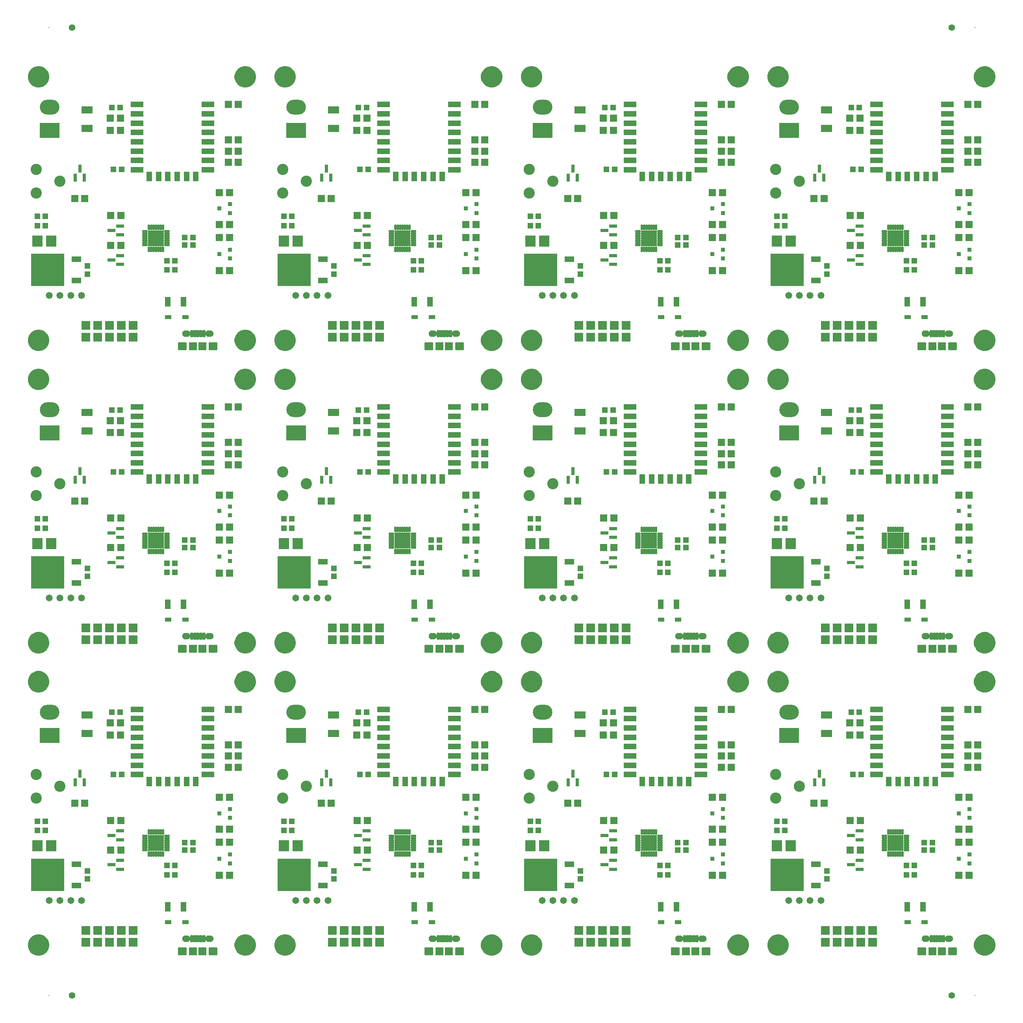
<source format=gts>
%MOIN*%
%OFA0B0*%
%FSLAX44Y44*%
%IPPOS*%
%LPD*%
%AMROUNDEDRECTD670*
21,1,0.018240157480314961,0.033070866141732283,0,0,90*
21,1,0.0051220472440944879,0.046188976377952759,0,0,90*
1,1,0.013118110236220473,0.016535433070866142,0.0025590551181102366*
1,1,0.013118110236220473,0.016535433070866142,-0.0025590551181102366*
1,1,0.013118110236220473,-0.016535433070866142,-0.0025590551181102366*
1,1,0.013118110236220473,-0.016535433070866142,0.0025590551181102366*%
%AMCOMP190*
4,1,3,
0.016535433070866142,-0.0091200787401574824,
0.016535433070866142,0.0091200787401574789,
-0.016535433070866142,0.0091200787401574824,
-0.016535433070866142,-0.0091200787401574789,
0*
4,1,3,
0.02309448818897638,-0.0025610236220472457,
0.02309448818897638,0.0025610236220472427,
-0.02309448818897638,0.0025610236220472457,
-0.02309448818897638,-0.0025610236220472427,
0*
4,1,19,
0.016535433070866142,0.0091181102362204725,
0.018562292569404181,0.0087970872289280556,
0.020390748938264803,0.0078654421757033948,
0.0218418201284593,0.0064143709855088984,
0.022773465181683963,0.0045859146166482775,
0.02309448818897638,0.0025590551181102371,
0.022773465181683963,0.000532195619572196,
0.0218418201284593,-0.0012962607492884254,
0.020390748938264803,-0.0027473319394829224,
0.018562292569404185,-0.0036789769927075824,
0.016535433070866142,-0.004,
0.0145085735723281,-0.0036789769927075824,
0.01268011720346748,-0.0027473319394829237,
0.011229046013272985,-0.0012962607492884269,
0.010297400960048322,0.00053219561957219461,
0.0099763779527559052,0.0025590551181102353,
0.010297400960048322,0.0045859146166482767,
0.011229046013272981,0.0064143709855088975,
0.012680117203467478,0.0078654421757033948,
0.0145085735723281,0.0087970872289280556,
0*
4,1,19,
0.016535433070866142,0.004,
0.018562292569404181,0.0036789769927075824,
0.020390748938264803,0.0027473319394829224,
0.0218418201284593,0.0012962607492884258,
0.022773465181683963,-0.00053219561957219515,
0.02309448818897638,-0.0025590551181102358,
0.022773465181683963,-0.0045859146166482767,
0.0218418201284593,-0.0064143709855088984,
0.020390748938264803,-0.0078654421757033948,
0.018562292569404185,-0.0087970872289280556,
0.016535433070866142,-0.0091181102362204725,
0.0145085735723281,-0.0087970872289280556,
0.01268011720346748,-0.0078654421757033965,
0.011229046013272985,-0.0064143709855089,
0.010297400960048322,-0.0045859146166482784,
0.0099763779527559052,-0.0025590551181102375,
0.010297400960048322,-0.00053219561957219656,
0.011229046013272981,0.0012962607492884247,
0.012680117203467478,0.0027473319394829224,
0.0145085735723281,0.0036789769927075824,
0*
4,1,19,
-0.016535433070866142,0.004,
-0.014508573572328102,0.0036789769927075824,
-0.01268011720346748,0.0027473319394829224,
-0.011229046013272985,0.0012962607492884258,
-0.010297400960048322,-0.00053219561957219515,
-0.0099763779527559052,-0.0025590551181102358,
-0.010297400960048322,-0.0045859146166482767,
-0.011229046013272985,-0.0064143709855088984,
-0.01268011720346748,-0.0078654421757033948,
-0.0145085735723281,-0.0087970872289280556,
-0.016535433070866142,-0.0091181102362204725,
-0.018562292569404185,-0.0087970872289280556,
-0.020390748938264803,-0.0078654421757033965,
-0.0218418201284593,-0.0064143709855089,
-0.022773465181683963,-0.0045859146166482784,
-0.02309448818897638,-0.0025590551181102375,
-0.022773465181683963,-0.00053219561957219656,
-0.021841820128459304,0.0012962607492884247,
-0.020390748938264803,0.0027473319394829224,
-0.018562292569404185,0.0036789769927075824,
0*
4,1,19,
-0.016535433070866142,0.0091181102362204725,
-0.014508573572328102,0.0087970872289280556,
-0.01268011720346748,0.0078654421757033948,
-0.011229046013272985,0.0064143709855088984,
-0.010297400960048322,0.0045859146166482775,
-0.0099763779527559052,0.0025590551181102371,
-0.010297400960048322,0.000532195619572196,
-0.011229046013272985,-0.0012962607492884254,
-0.01268011720346748,-0.0027473319394829224,
-0.0145085735723281,-0.0036789769927075824,
-0.016535433070866142,-0.004,
-0.018562292569404185,-0.0036789769927075824,
-0.020390748938264803,-0.0027473319394829237,
-0.0218418201284593,-0.0012962607492884269,
-0.022773465181683963,0.00053219561957219461,
-0.02309448818897638,0.0025590551181102353,
-0.022773465181683963,0.0045859146166482767,
-0.021841820128459304,0.0064143709855088975,
-0.020390748938264803,0.0078654421757033948,
-0.018562292569404185,0.0087970872289280556,
0*%
%AMROUNDEDRECTD680*
21,1,0.018240157480314961,0.033070866141732283,0,0,0*
21,1,0.0051220472440944879,0.046188976377952759,0,0,0*
1,1,0.013118110236220473,0.0025590551181102366,-0.016535433070866142*
1,1,0.013118110236220473,-0.0025590551181102366,-0.016535433070866142*
1,1,0.013118110236220473,-0.0025590551181102366,0.016535433070866142*
1,1,0.013118110236220473,0.0025590551181102366,0.016535433070866142*%
%AMCOMP200*
4,1,3,
-0.00912007874015748,-0.016535433070866142,
0.00912007874015748,-0.016535433070866142,
0.00912007874015748,0.016535433070866142,
-0.00912007874015748,0.016535433070866142,
0*
4,1,3,
-0.002561023622047244,-0.02309448818897638,
0.002561023622047244,-0.02309448818897638,
0.002561023622047244,0.02309448818897638,
-0.002561023622047244,0.02309448818897638,
0*
4,1,19,
0.0025590551181102366,-0.0099763779527559052,
0.0045859146166482775,-0.010297400960048322,
0.0064143709855088984,-0.011229046013272985,
0.0078654421757033948,-0.01268011720346748,
0.0087970872289280556,-0.0145085735723281,
0.0091181102362204725,-0.016535433070866142,
0.0087970872289280556,-0.018562292569404181,
0.0078654421757033948,-0.020390748938264803,
0.0064143709855089,-0.0218418201284593,
0.0045859146166482775,-0.022773465181683963,
0.0025590551181102371,-0.02309448818897638,
0.00053219561957219353,-0.022773465181683963,
-0.0012962607492884254,-0.021841820128459304,
-0.0027473319394829224,-0.020390748938264803,
-0.0036789769927075824,-0.018562292569404185,
-0.004,-0.016535433070866145,
-0.0036789769927075824,-0.014508573572328102,
-0.0027473319394829237,-0.01268011720346748,
-0.0012962607492884276,-0.011229046013272985,
0.00053219561957219407,-0.010297400960048322,
0*
4,1,19,
-0.0025590551181102366,-0.0099763779527559052,
-0.0005321956195721957,-0.010297400960048322,
0.0012962607492884258,-0.011229046013272985,
0.0027473319394829224,-0.01268011720346748,
0.0036789769927075824,-0.0145085735723281,
0.004,-0.016535433070866142,
0.0036789769927075824,-0.018562292569404181,
0.0027473319394829224,-0.020390748938264803,
0.0012962607492884269,-0.0218418201284593,
-0.00053219561957219494,-0.022773465181683963,
-0.0025590551181102358,-0.02309448818897638,
-0.0045859146166482793,-0.022773465181683963,
-0.0064143709855088984,-0.021841820128459304,
-0.0078654421757033948,-0.020390748938264803,
-0.0087970872289280556,-0.018562292569404185,
-0.0091181102362204725,-0.016535433070866145,
-0.0087970872289280556,-0.014508573572328102,
-0.0078654421757033965,-0.01268011720346748,
-0.006414370985508901,-0.011229046013272985,
-0.0045859146166482784,-0.010297400960048322,
0*
4,1,19,
-0.0025590551181102366,0.02309448818897638,
-0.0005321956195721957,0.022773465181683963,
0.0012962607492884258,0.0218418201284593,
0.0027473319394829224,0.020390748938264803,
0.0036789769927075824,0.018562292569404185,
0.004,0.016535433070866142,
0.0036789769927075824,0.014508573572328102,
0.0027473319394829224,0.01268011720346748,
0.0012962607492884269,0.011229046013272985,
-0.00053219561957219494,0.010297400960048322,
-0.0025590551181102358,0.0099763779527559052,
-0.0045859146166482793,0.010297400960048322,
-0.0064143709855088984,0.011229046013272981,
-0.0078654421757033948,0.01268011720346748,
-0.0087970872289280556,0.0145085735723281,
-0.0091181102362204725,0.016535433070866142,
-0.0087970872289280556,0.018562292569404181,
-0.0078654421757033965,0.020390748938264803,
-0.006414370985508901,0.0218418201284593,
-0.0045859146166482784,0.022773465181683963,
0*
4,1,19,
0.0025590551181102366,0.02309448818897638,
0.0045859146166482775,0.022773465181683963,
0.0064143709855088984,0.0218418201284593,
0.0078654421757033948,0.020390748938264803,
0.0087970872289280556,0.018562292569404185,
0.0091181102362204725,0.016535433070866142,
0.0087970872289280556,0.014508573572328102,
0.0078654421757033948,0.01268011720346748,
0.0064143709855089,0.011229046013272985,
0.0045859146166482775,0.010297400960048322,
0.0025590551181102371,0.0099763779527559052,
0.00053219561957219353,0.010297400960048322,
-0.0012962607492884254,0.011229046013272981,
-0.0027473319394829224,0.01268011720346748,
-0.0036789769927075824,0.0145085735723281,
-0.004,0.016535433070866142,
-0.0036789769927075824,0.018562292569404181,
-0.0027473319394829237,0.020390748938264803,
-0.0012962607492884276,0.0218418201284593,
0.00053219561957219407,0.022773465181683963,
0*%
%AMROUNDEDRECTD700*
21,1,0.068,0.054,0,0,0*
21,1,0.054,0.068,0,0,0*
1,1,0.014000000000000002,0.027,-0.027*
1,1,0.014000000000000002,-0.027,-0.027*
1,1,0.014000000000000002,-0.027,0.027*
1,1,0.014000000000000002,0.027,0.027*%
%AMCOMP210*
4,1,3,
-0.034,-0.027,
0.034,-0.027,
0.034,0.027,
-0.034,0.027,
0*
4,1,3,
-0.027,-0.034,
0.027,-0.034,
0.027,0.034,
-0.027,0.034,
0*
4,1,19,
0.027,-0.02,
0.02916311896062463,-0.020342604385933927,
0.031114496766047314,-0.021336881039375366,
0.032663118960624633,-0.022885503233952685,
0.033657395614066075,-0.024836881039375369,
0.033999999999999996,-0.027,
0.033657395614066075,-0.02916311896062463,
0.032663118960624633,-0.031114496766047311,
0.031114496766047314,-0.032663118960624633,
0.02916311896062463,-0.033657395614066075,
0.027,-0.033999999999999996,
0.024836881039375366,-0.033657395614066075,
0.022885503233952689,-0.032663118960624633,
0.02133688103937537,-0.031114496766047314,
0.020342604385933927,-0.02916311896062463,
0.02,-0.027,
0.020342604385933927,-0.024836881039375369,
0.021336881039375366,-0.022885503233952689,
0.022885503233952685,-0.02133688103937537,
0.024836881039375369,-0.020342604385933927,
0*
4,1,19,
-0.027,-0.02,
-0.024836881039375369,-0.020342604385933927,
-0.022885503233952685,-0.021336881039375366,
-0.021336881039375366,-0.022885503233952685,
-0.020342604385933927,-0.024836881039375369,
-0.02,-0.027,
-0.020342604385933927,-0.02916311896062463,
-0.021336881039375366,-0.031114496766047311,
-0.022885503233952685,-0.032663118960624633,
-0.024836881039375369,-0.033657395614066075,
-0.027,-0.033999999999999996,
-0.029163118960624637,-0.033657395614066075,
-0.031114496766047311,-0.032663118960624633,
-0.032663118960624633,-0.031114496766047314,
-0.033657395614066075,-0.02916311896062463,
-0.033999999999999996,-0.027,
-0.033657395614066075,-0.024836881039375369,
-0.032663118960624633,-0.022885503233952689,
-0.031114496766047314,-0.02133688103937537,
-0.02916311896062463,-0.020342604385933927,
0*
4,1,19,
-0.027,0.033999999999999996,
-0.024836881039375369,0.033657395614066075,
-0.022885503233952685,0.032663118960624633,
-0.021336881039375366,0.031114496766047314,
-0.020342604385933927,0.02916311896062463,
-0.02,0.027,
-0.020342604385933927,0.024836881039375369,
-0.021336881039375366,0.022885503233952689,
-0.022885503233952685,0.02133688103937537,
-0.024836881039375369,0.020342604385933927,
-0.027,0.02,
-0.029163118960624637,0.020342604385933927,
-0.031114496766047311,0.021336881039375366,
-0.032663118960624633,0.022885503233952685,
-0.033657395614066075,0.024836881039375369,
-0.033999999999999996,0.027,
-0.033657395614066075,0.02916311896062463,
-0.032663118960624633,0.031114496766047311,
-0.031114496766047314,0.032663118960624633,
-0.02916311896062463,0.033657395614066075,
0*
4,1,19,
0.027,0.033999999999999996,
0.02916311896062463,0.033657395614066075,
0.031114496766047314,0.032663118960624633,
0.032663118960624633,0.031114496766047314,
0.033657395614066075,0.02916311896062463,
0.033999999999999996,0.027,
0.033657395614066075,0.024836881039375369,
0.032663118960624633,0.022885503233952689,
0.031114496766047314,0.02133688103937537,
0.02916311896062463,0.020342604385933927,
0.027,0.02,
0.024836881039375366,0.020342604385933927,
0.022885503233952689,0.021336881039375366,
0.02133688103937537,0.022885503233952685,
0.020342604385933927,0.024836881039375369,
0.02,0.027,
0.020342604385933927,0.02916311896062463,
0.021336881039375366,0.031114496766047311,
0.022885503233952685,0.032663118960624633,
0.024836881039375369,0.033657395614066075,
0*%
%AMROUNDEDRECTD710*
21,1,0.024000000000000004,0.051401574803149615,0,0,0*
21,1,0.014401574803149608,0.061000000000000006,0,0,0*
1,1,0.0095984251968503943,0.007200787401574804,-0.025700787401574807*
1,1,0.0095984251968503943,-0.007200787401574804,-0.025700787401574807*
1,1,0.0095984251968503943,-0.007200787401574804,0.025700787401574807*
1,1,0.0095984251968503943,0.007200787401574804,0.025700787401574807*%
%AMCOMP220*
4,1,3,
-0.012000000000000002,-0.025700787401574807,
0.012000000000000002,-0.025700787401574807,
0.012000000000000002,0.025700787401574807,
-0.012000000000000002,0.025700787401574807,
0*
4,1,3,
-0.007200787401574804,-0.030500000000000003,
0.007200787401574804,-0.030500000000000003,
0.007200787401574804,0.030500000000000003,
-0.007200787401574804,0.030500000000000003,
0*
4,1,19,
0.007200787401574804,-0.020901574803149608,
0.0086838256541065389,-0.021136464986756726,
0.010021693789545373,-0.021818142849830472,
0.011083431953319137,-0.02287988101360424,
0.011765109816392883,-0.024217749149043073,
0.012000000000000002,-0.025700787401574807,
0.011765109816392883,-0.027183825654106542,
0.011083431953319137,-0.028521693789545374,
0.010021693789545373,-0.029583431953319143,
0.00868382565410654,-0.030265109816392886,
0.0072007874015748048,-0.030500000000000003,
0.0057177491490430664,-0.030265109816392886,
0.0043798810136042345,-0.029583431953319143,
0.00331814284983047,-0.028521693789545378,
0.0026364649867567243,-0.027183825654106542,
0.0024015748031496068,-0.025700787401574807,
0.0026364649867567239,-0.024217749149043073,
0.0033181428498304691,-0.02287988101360424,
0.0043798810136042327,-0.021818142849830472,
0.0057177491490430672,-0.021136464986756726,
0*
4,1,19,
-0.007200787401574804,-0.020901574803149608,
-0.0057177491490430681,-0.021136464986756726,
-0.0043798810136042345,-0.021818142849830472,
-0.0033181428498304695,-0.02287988101360424,
-0.0026364649867567243,-0.024217749149043073,
-0.0024015748031496068,-0.025700787401574807,
-0.0026364649867567239,-0.027183825654106542,
-0.0033181428498304695,-0.028521693789545374,
-0.0043798810136042336,-0.029583431953319143,
-0.0057177491490430672,-0.030265109816392886,
-0.0072007874015748031,-0.030500000000000003,
-0.00868382565410654,-0.030265109816392886,
-0.010021693789545373,-0.029583431953319143,
-0.011083431953319137,-0.028521693789545378,
-0.011765109816392883,-0.027183825654106542,
-0.012000000000000002,-0.025700787401574807,
-0.011765109816392883,-0.024217749149043073,
-0.011083431953319138,-0.02287988101360424,
-0.010021693789545373,-0.021818142849830472,
-0.00868382565410654,-0.021136464986756726,
0*
4,1,19,
-0.007200787401574804,0.030500000000000003,
-0.0057177491490430681,0.030265109816392886,
-0.0043798810136042345,0.029583431953319143,
-0.0033181428498304695,0.028521693789545374,
-0.0026364649867567243,0.027183825654106542,
-0.0024015748031496068,0.025700787401574807,
-0.0026364649867567239,0.024217749149043073,
-0.0033181428498304695,0.02287988101360424,
-0.0043798810136042336,0.021818142849830472,
-0.0057177491490430672,0.021136464986756726,
-0.0072007874015748031,0.020901574803149608,
-0.00868382565410654,0.021136464986756726,
-0.010021693789545373,0.021818142849830472,
-0.011083431953319137,0.022879881013604234,
-0.011765109816392883,0.024217749149043073,
-0.012000000000000002,0.025700787401574807,
-0.011765109816392883,0.027183825654106542,
-0.011083431953319138,0.028521693789545374,
-0.010021693789545373,0.029583431953319143,
-0.00868382565410654,0.030265109816392886,
0*
4,1,19,
0.007200787401574804,0.030500000000000003,
0.0086838256541065389,0.030265109816392886,
0.010021693789545373,0.029583431953319143,
0.011083431953319137,0.028521693789545374,
0.011765109816392883,0.027183825654106542,
0.012000000000000002,0.025700787401574807,
0.011765109816392883,0.024217749149043073,
0.011083431953319137,0.02287988101360424,
0.010021693789545373,0.021818142849830472,
0.00868382565410654,0.021136464986756726,
0.0072007874015748048,0.020901574803149608,
0.0057177491490430664,0.021136464986756726,
0.0043798810136042345,0.021818142849830472,
0.00331814284983047,0.022879881013604234,
0.0026364649867567243,0.024217749149043073,
0.0024015748031496068,0.025700787401574807,
0.0026364649867567239,0.027183825654106542,
0.0033181428498304691,0.028521693789545374,
0.0043798810136042327,0.029583431953319143,
0.0057177491490430672,0.030265109816392886,
0*%
%AMROUNDEDRECTD720*
21,1,0.068,0.008,0,0,0*
21,1,0.028000000000000004,0.048000000000000008,0,0,0*
1,1,0.04,0.014000000000000002,-0.004*
1,1,0.04,-0.014000000000000002,-0.004*
1,1,0.04,-0.014000000000000002,0.004*
1,1,0.04,0.014000000000000002,0.004*%
%AMCOMP230*
4,1,3,
-0.034,-0.004,
0.034,-0.004,
0.034,0.004,
-0.034,0.004,
0*
4,1,3,
-0.014000000000000002,-0.024000000000000004,
0.014000000000000002,-0.024000000000000004,
0.014000000000000002,0.024000000000000004,
-0.014000000000000002,0.024000000000000004,
0*
4,1,19,
0.014000000000000002,0.016,
0.020180339887498951,0.015021130325903072,
0.025755705045849463,0.012180339887498951,
0.030180339887498953,0.007755705045849463,
0.033021130325903071,0.0021803398874989497,
0.034,-0.0039999999999999992,
0.033021130325903078,-0.010180339887498948,
0.030180339887498953,-0.015755705045849461,
0.025755705045849463,-0.020180339887498948,
0.020180339887498951,-0.023021130325903069,
0.014000000000000004,-0.024000000000000004,
0.0078196601125010458,-0.023021130325903069,
0.0022442949541505411,-0.020180339887498951,
-0.0021803398874989453,-0.015755705045849465,
-0.0050211303259030688,-0.010180339887498953,
-0.0059999999999999993,-0.0040000000000000036,
-0.0050211303259030714,0.0021803398874989453,
-0.0021803398874989497,0.0077557050458494587,
0.0022442949541505346,0.012180339887498946,
0.00781966011250105,0.015021130325903072,
0*
4,1,19,
-0.014000000000000002,0.016,
-0.0078196601125010527,0.015021130325903072,
-0.0022442949541505389,0.012180339887498951,
0.0021803398874989475,0.007755705045849463,
0.0050211303259030688,0.0021803398874989497,
0.0059999999999999993,-0.0039999999999999992,
0.0050211303259030714,-0.010180339887498948,
0.0021803398874989475,-0.015755705045849461,
-0.0022442949541505368,-0.020180339887498948,
-0.007819660112501051,-0.023021130325903069,
-0.014,-0.024000000000000004,
-0.020180339887498958,-0.023021130325903069,
-0.025755705045849463,-0.020180339887498951,
-0.03018033988749895,-0.015755705045849465,
-0.033021130325903071,-0.010180339887498953,
-0.034,-0.0040000000000000036,
-0.033021130325903078,0.0021803398874989453,
-0.030180339887498953,0.0077557050458494587,
-0.02575570504584947,0.012180339887498946,
-0.020180339887498951,0.015021130325903072,
0*
4,1,19,
-0.014000000000000002,0.024000000000000004,
-0.0078196601125010527,0.023021130325903069,
-0.0022442949541505389,0.020180339887498948,
0.0021803398874989475,0.015755705045849465,
0.0050211303259030688,0.010180339887498949,
0.0059999999999999993,0.004000000000000001,
0.0050211303259030714,-0.0021803398874989475,
0.0021803398874989475,-0.00775570504584946,
-0.0022442949541505368,-0.012180339887498946,
-0.007819660112501051,-0.015021130325903072,
-0.014,-0.016,
-0.020180339887498958,-0.015021130325903072,
-0.025755705045849463,-0.012180339887498951,
-0.03018033988749895,-0.0077557050458494656,
-0.033021130325903071,-0.0021803398874989523,
-0.034,0.0039999999999999966,
-0.033021130325903078,0.010180339887498946,
-0.030180339887498953,0.015755705045849461,
-0.02575570504584947,0.020180339887498948,
-0.020180339887498951,0.023021130325903069,
0*
4,1,19,
0.014000000000000002,0.024000000000000004,
0.020180339887498951,0.023021130325903069,
0.025755705045849463,0.020180339887498948,
0.030180339887498953,0.015755705045849465,
0.033021130325903071,0.010180339887498949,
0.034,0.004000000000000001,
0.033021130325903078,-0.0021803398874989475,
0.030180339887498953,-0.00775570504584946,
0.025755705045849463,-0.012180339887498946,
0.020180339887498951,-0.015021130325903072,
0.014000000000000004,-0.016,
0.0078196601125010458,-0.015021130325903072,
0.0022442949541505411,-0.012180339887498951,
-0.0021803398874989453,-0.0077557050458494656,
-0.0050211303259030688,-0.0021803398874989523,
-0.0059999999999999993,0.0039999999999999966,
-0.0050211303259030714,0.010180339887498946,
-0.0021803398874989497,0.015755705045849461,
0.0022442949541505346,0.020180339887498948,
0.00781966011250105,0.023021130325903069,
0*%
%AMROUNDEDRECTD730*
21,1,0.073000000000000009,0.0487992125984252,0,0,0*
21,1,0.052799212598425196,0.069,0,0,0*
1,1,0.020200787401574806,0.026401574803149606,-0.024401574803149608*
1,1,0.020200787401574806,-0.026401574803149606,-0.024401574803149608*
1,1,0.020200787401574806,-0.026401574803149606,0.024401574803149608*
1,1,0.020200787401574806,0.026401574803149606,0.024401574803149608*%
%AMCOMP240*
4,1,3,
-0.036500000000000005,-0.0243996062992126,
0.036500000000000005,-0.0243996062992126,
0.036500000000000005,0.0243996062992126,
-0.036500000000000005,0.0243996062992126,
0*
4,1,3,
-0.026399606299212598,-0.0345,
0.026399606299212598,-0.0345,
0.026399606299212598,0.0345,
-0.026399606299212598,0.0345,
0*
4,1,19,
0.026401574803149606,-0.014301181102362207,
0.029522768106570584,-0.014795529556869228,
0.032338437262820235,-0.016230184649334931,
0.034572964956964283,-0.018464712343478976,
0.036007620049429985,-0.021280381499728634,
0.036501968503937006,-0.024401574803149608,
0.036007620049429985,-0.027522768106570585,
0.034572964956964283,-0.030338437262820241,
0.032338437262820235,-0.032572964956964288,
0.029522768106570584,-0.03400762004942999,
0.026401574803149606,-0.034501968503937011,
0.023280381499728626,-0.03400762004942999,
0.020464712343478974,-0.032572964956964288,
0.01823018464933493,-0.030338437262820241,
0.016795529556869228,-0.027522768106570585,
0.016301181102362203,-0.024401574803149608,
0.016795529556869228,-0.021280381499728638,
0.01823018464933493,-0.018464712343478983,
0.020464712343478974,-0.016230184649334931,
0.023280381499728633,-0.014795529556869228,
0*
4,1,19,
-0.026401574803149606,-0.014301181102362207,
-0.023280381499728633,-0.014795529556869228,
-0.020464712343478974,-0.016230184649334931,
-0.01823018464933493,-0.018464712343478976,
-0.016795529556869228,-0.021280381499728634,
-0.016301181102362203,-0.024401574803149608,
-0.016795529556869228,-0.027522768106570585,
-0.01823018464933493,-0.030338437262820241,
-0.020464712343478974,-0.032572964956964288,
-0.023280381499728633,-0.03400762004942999,
-0.026401574803149606,-0.034501968503937011,
-0.029522768106570587,-0.03400762004942999,
-0.032338437262820235,-0.032572964956964288,
-0.034572964956964283,-0.030338437262820241,
-0.036007620049429985,-0.027522768106570585,
-0.036501968503937006,-0.024401574803149608,
-0.036007620049429985,-0.021280381499728638,
-0.034572964956964283,-0.018464712343478983,
-0.032338437262820235,-0.016230184649334931,
-0.029522768106570584,-0.014795529556869228,
0*
4,1,19,
-0.026401574803149606,0.034501968503937011,
-0.023280381499728633,0.03400762004942999,
-0.020464712343478974,0.032572964956964288,
-0.01823018464933493,0.030338437262820241,
-0.016795529556869228,0.027522768106570585,
-0.016301181102362203,0.024401574803149608,
-0.016795529556869228,0.021280381499728634,
-0.01823018464933493,0.018464712343478979,
-0.020464712343478974,0.016230184649334931,
-0.023280381499728633,0.014795529556869228,
-0.026401574803149606,0.014301181102362207,
-0.029522768106570587,0.014795529556869228,
-0.032338437262820235,0.016230184649334931,
-0.034572964956964283,0.018464712343478976,
-0.036007620049429985,0.021280381499728634,
-0.036501968503937006,0.024401574803149608,
-0.036007620049429985,0.027522768106570578,
-0.034572964956964283,0.030338437262820234,
-0.032338437262820235,0.032572964956964288,
-0.029522768106570584,0.03400762004942999,
0*
4,1,19,
0.026401574803149606,0.034501968503937011,
0.029522768106570584,0.03400762004942999,
0.032338437262820235,0.032572964956964288,
0.034572964956964283,0.030338437262820241,
0.036007620049429985,0.027522768106570585,
0.036501968503937006,0.024401574803149608,
0.036007620049429985,0.021280381499728634,
0.034572964956964283,0.018464712343478979,
0.032338437262820235,0.016230184649334931,
0.029522768106570584,0.014795529556869228,
0.026401574803149606,0.014301181102362207,
0.023280381499728626,0.014795529556869228,
0.020464712343478974,0.016230184649334931,
0.01823018464933493,0.018464712343478976,
0.016795529556869228,0.021280381499728634,
0.016301181102362203,0.024401574803149608,
0.016795529556869228,0.027522768106570578,
0.01823018464933493,0.030338437262820234,
0.020464712343478974,0.032572964956964288,
0.023280381499728633,0.03400762004942999,
0*%
%AMROUNDEDRECTD671*
21,1,0.018240157480314961,0.033070866141732283,0,0,90*
21,1,0.0051220472440944879,0.046188976377952759,0,0,90*
1,1,0.013118110236220473,0.016535433070866142,0.0025590551181102366*
1,1,0.013118110236220473,0.016535433070866142,-0.0025590551181102366*
1,1,0.013118110236220473,-0.016535433070866142,-0.0025590551181102366*
1,1,0.013118110236220473,-0.016535433070866142,0.0025590551181102366*%
%AMCOMP430*
4,1,3,
0.016535433070866142,-0.0091200787401574824,
0.016535433070866142,0.0091200787401574789,
-0.016535433070866142,0.0091200787401574824,
-0.016535433070866142,-0.0091200787401574789,
0*
4,1,3,
0.02309448818897638,-0.0025610236220472457,
0.02309448818897638,0.0025610236220472427,
-0.02309448818897638,0.0025610236220472457,
-0.02309448818897638,-0.0025610236220472427,
0*
4,1,19,
0.016535433070866142,0.0091181102362204725,
0.018562292569404181,0.0087970872289280556,
0.020390748938264803,0.0078654421757033948,
0.0218418201284593,0.0064143709855088984,
0.022773465181683963,0.0045859146166482775,
0.02309448818897638,0.0025590551181102371,
0.022773465181683963,0.000532195619572196,
0.0218418201284593,-0.0012962607492884254,
0.020390748938264803,-0.0027473319394829224,
0.018562292569404185,-0.0036789769927075824,
0.016535433070866142,-0.004,
0.0145085735723281,-0.0036789769927075824,
0.01268011720346748,-0.0027473319394829237,
0.011229046013272985,-0.0012962607492884269,
0.010297400960048322,0.00053219561957219461,
0.0099763779527559052,0.0025590551181102353,
0.010297400960048322,0.0045859146166482767,
0.011229046013272981,0.0064143709855088975,
0.012680117203467478,0.0078654421757033948,
0.0145085735723281,0.0087970872289280556,
0*
4,1,19,
0.016535433070866142,0.004,
0.018562292569404181,0.0036789769927075824,
0.020390748938264803,0.0027473319394829224,
0.0218418201284593,0.0012962607492884258,
0.022773465181683963,-0.00053219561957219515,
0.02309448818897638,-0.0025590551181102358,
0.022773465181683963,-0.0045859146166482767,
0.0218418201284593,-0.0064143709855088984,
0.020390748938264803,-0.0078654421757033948,
0.018562292569404185,-0.0087970872289280556,
0.016535433070866142,-0.0091181102362204725,
0.0145085735723281,-0.0087970872289280556,
0.01268011720346748,-0.0078654421757033965,
0.011229046013272985,-0.0064143709855089,
0.010297400960048322,-0.0045859146166482784,
0.0099763779527559052,-0.0025590551181102375,
0.010297400960048322,-0.00053219561957219656,
0.011229046013272981,0.0012962607492884247,
0.012680117203467478,0.0027473319394829224,
0.0145085735723281,0.0036789769927075824,
0*
4,1,19,
-0.016535433070866142,0.004,
-0.014508573572328102,0.0036789769927075824,
-0.01268011720346748,0.0027473319394829224,
-0.011229046013272985,0.0012962607492884258,
-0.010297400960048322,-0.00053219561957219515,
-0.0099763779527559052,-0.0025590551181102358,
-0.010297400960048322,-0.0045859146166482767,
-0.011229046013272985,-0.0064143709855088984,
-0.01268011720346748,-0.0078654421757033948,
-0.0145085735723281,-0.0087970872289280556,
-0.016535433070866142,-0.0091181102362204725,
-0.018562292569404185,-0.0087970872289280556,
-0.020390748938264803,-0.0078654421757033965,
-0.0218418201284593,-0.0064143709855089,
-0.022773465181683963,-0.0045859146166482784,
-0.02309448818897638,-0.0025590551181102375,
-0.022773465181683963,-0.00053219561957219656,
-0.021841820128459304,0.0012962607492884247,
-0.020390748938264803,0.0027473319394829224,
-0.018562292569404185,0.0036789769927075824,
0*
4,1,19,
-0.016535433070866142,0.0091181102362204725,
-0.014508573572328102,0.0087970872289280556,
-0.01268011720346748,0.0078654421757033948,
-0.011229046013272985,0.0064143709855088984,
-0.010297400960048322,0.0045859146166482775,
-0.0099763779527559052,0.0025590551181102371,
-0.010297400960048322,0.000532195619572196,
-0.011229046013272985,-0.0012962607492884254,
-0.01268011720346748,-0.0027473319394829224,
-0.0145085735723281,-0.0036789769927075824,
-0.016535433070866142,-0.004,
-0.018562292569404185,-0.0036789769927075824,
-0.020390748938264803,-0.0027473319394829237,
-0.0218418201284593,-0.0012962607492884269,
-0.022773465181683963,0.00053219561957219461,
-0.02309448818897638,0.0025590551181102353,
-0.022773465181683963,0.0045859146166482767,
-0.021841820128459304,0.0064143709855088975,
-0.020390748938264803,0.0078654421757033948,
-0.018562292569404185,0.0087970872289280556,
0*%
%AMROUNDEDRECTD681*
21,1,0.018240157480314961,0.033070866141732283,0,0,0*
21,1,0.0051220472440944879,0.046188976377952759,0,0,0*
1,1,0.013118110236220473,0.0025590551181102366,-0.016535433070866142*
1,1,0.013118110236220473,-0.0025590551181102366,-0.016535433070866142*
1,1,0.013118110236220473,-0.0025590551181102366,0.016535433070866142*
1,1,0.013118110236220473,0.0025590551181102366,0.016535433070866142*%
%AMCOMP440*
4,1,3,
-0.00912007874015748,-0.016535433070866142,
0.00912007874015748,-0.016535433070866142,
0.00912007874015748,0.016535433070866142,
-0.00912007874015748,0.016535433070866142,
0*
4,1,3,
-0.002561023622047244,-0.02309448818897638,
0.002561023622047244,-0.02309448818897638,
0.002561023622047244,0.02309448818897638,
-0.002561023622047244,0.02309448818897638,
0*
4,1,19,
0.0025590551181102366,-0.0099763779527559052,
0.0045859146166482775,-0.010297400960048322,
0.0064143709855088984,-0.011229046013272985,
0.0078654421757033948,-0.01268011720346748,
0.0087970872289280556,-0.0145085735723281,
0.0091181102362204725,-0.016535433070866142,
0.0087970872289280556,-0.018562292569404181,
0.0078654421757033948,-0.020390748938264803,
0.0064143709855089,-0.0218418201284593,
0.0045859146166482775,-0.022773465181683963,
0.0025590551181102371,-0.02309448818897638,
0.00053219561957219353,-0.022773465181683963,
-0.0012962607492884254,-0.021841820128459304,
-0.0027473319394829224,-0.020390748938264803,
-0.0036789769927075824,-0.018562292569404185,
-0.004,-0.016535433070866145,
-0.0036789769927075824,-0.014508573572328102,
-0.0027473319394829237,-0.01268011720346748,
-0.0012962607492884276,-0.011229046013272985,
0.00053219561957219407,-0.010297400960048322,
0*
4,1,19,
-0.0025590551181102366,-0.0099763779527559052,
-0.0005321956195721957,-0.010297400960048322,
0.0012962607492884258,-0.011229046013272985,
0.0027473319394829224,-0.01268011720346748,
0.0036789769927075824,-0.0145085735723281,
0.004,-0.016535433070866142,
0.0036789769927075824,-0.018562292569404181,
0.0027473319394829224,-0.020390748938264803,
0.0012962607492884269,-0.0218418201284593,
-0.00053219561957219494,-0.022773465181683963,
-0.0025590551181102358,-0.02309448818897638,
-0.0045859146166482793,-0.022773465181683963,
-0.0064143709855088984,-0.021841820128459304,
-0.0078654421757033948,-0.020390748938264803,
-0.0087970872289280556,-0.018562292569404185,
-0.0091181102362204725,-0.016535433070866145,
-0.0087970872289280556,-0.014508573572328102,
-0.0078654421757033965,-0.01268011720346748,
-0.006414370985508901,-0.011229046013272985,
-0.0045859146166482784,-0.010297400960048322,
0*
4,1,19,
-0.0025590551181102366,0.02309448818897638,
-0.0005321956195721957,0.022773465181683963,
0.0012962607492884258,0.0218418201284593,
0.0027473319394829224,0.020390748938264803,
0.0036789769927075824,0.018562292569404185,
0.004,0.016535433070866142,
0.0036789769927075824,0.014508573572328102,
0.0027473319394829224,0.01268011720346748,
0.0012962607492884269,0.011229046013272985,
-0.00053219561957219494,0.010297400960048322,
-0.0025590551181102358,0.0099763779527559052,
-0.0045859146166482793,0.010297400960048322,
-0.0064143709855088984,0.011229046013272981,
-0.0078654421757033948,0.01268011720346748,
-0.0087970872289280556,0.0145085735723281,
-0.0091181102362204725,0.016535433070866142,
-0.0087970872289280556,0.018562292569404181,
-0.0078654421757033965,0.020390748938264803,
-0.006414370985508901,0.0218418201284593,
-0.0045859146166482784,0.022773465181683963,
0*
4,1,19,
0.0025590551181102366,0.02309448818897638,
0.0045859146166482775,0.022773465181683963,
0.0064143709855088984,0.0218418201284593,
0.0078654421757033948,0.020390748938264803,
0.0087970872289280556,0.018562292569404185,
0.0091181102362204725,0.016535433070866142,
0.0087970872289280556,0.014508573572328102,
0.0078654421757033948,0.01268011720346748,
0.0064143709855089,0.011229046013272985,
0.0045859146166482775,0.010297400960048322,
0.0025590551181102371,0.0099763779527559052,
0.00053219561957219353,0.010297400960048322,
-0.0012962607492884254,0.011229046013272981,
-0.0027473319394829224,0.01268011720346748,
-0.0036789769927075824,0.0145085735723281,
-0.004,0.016535433070866142,
-0.0036789769927075824,0.018562292569404181,
-0.0027473319394829237,0.020390748938264803,
-0.0012962607492884276,0.0218418201284593,
0.00053219561957219407,0.022773465181683963,
0*%
%AMROUNDEDRECTD701*
21,1,0.068,0.054,0,0,0*
21,1,0.054,0.068,0,0,0*
1,1,0.014000000000000002,0.027,-0.027*
1,1,0.014000000000000002,-0.027,-0.027*
1,1,0.014000000000000002,-0.027,0.027*
1,1,0.014000000000000002,0.027,0.027*%
%AMCOMP450*
4,1,3,
-0.034,-0.027,
0.034,-0.027,
0.034,0.027,
-0.034,0.027,
0*
4,1,3,
-0.027,-0.034,
0.027,-0.034,
0.027,0.034,
-0.027,0.034,
0*
4,1,19,
0.027,-0.02,
0.02916311896062463,-0.020342604385933927,
0.031114496766047314,-0.021336881039375366,
0.032663118960624633,-0.022885503233952685,
0.033657395614066075,-0.024836881039375369,
0.033999999999999996,-0.027,
0.033657395614066075,-0.02916311896062463,
0.032663118960624633,-0.031114496766047311,
0.031114496766047314,-0.032663118960624633,
0.02916311896062463,-0.033657395614066075,
0.027,-0.033999999999999996,
0.024836881039375366,-0.033657395614066075,
0.022885503233952689,-0.032663118960624633,
0.02133688103937537,-0.031114496766047314,
0.020342604385933927,-0.02916311896062463,
0.02,-0.027,
0.020342604385933927,-0.024836881039375369,
0.021336881039375366,-0.022885503233952689,
0.022885503233952685,-0.02133688103937537,
0.024836881039375369,-0.020342604385933927,
0*
4,1,19,
-0.027,-0.02,
-0.024836881039375369,-0.020342604385933927,
-0.022885503233952685,-0.021336881039375366,
-0.021336881039375366,-0.022885503233952685,
-0.020342604385933927,-0.024836881039375369,
-0.02,-0.027,
-0.020342604385933927,-0.02916311896062463,
-0.021336881039375366,-0.031114496766047311,
-0.022885503233952685,-0.032663118960624633,
-0.024836881039375369,-0.033657395614066075,
-0.027,-0.033999999999999996,
-0.029163118960624637,-0.033657395614066075,
-0.031114496766047311,-0.032663118960624633,
-0.032663118960624633,-0.031114496766047314,
-0.033657395614066075,-0.02916311896062463,
-0.033999999999999996,-0.027,
-0.033657395614066075,-0.024836881039375369,
-0.032663118960624633,-0.022885503233952689,
-0.031114496766047314,-0.02133688103937537,
-0.02916311896062463,-0.020342604385933927,
0*
4,1,19,
-0.027,0.033999999999999996,
-0.024836881039375369,0.033657395614066075,
-0.022885503233952685,0.032663118960624633,
-0.021336881039375366,0.031114496766047314,
-0.020342604385933927,0.02916311896062463,
-0.02,0.027,
-0.020342604385933927,0.024836881039375369,
-0.021336881039375366,0.022885503233952689,
-0.022885503233952685,0.02133688103937537,
-0.024836881039375369,0.020342604385933927,
-0.027,0.02,
-0.029163118960624637,0.020342604385933927,
-0.031114496766047311,0.021336881039375366,
-0.032663118960624633,0.022885503233952685,
-0.033657395614066075,0.024836881039375369,
-0.033999999999999996,0.027,
-0.033657395614066075,0.02916311896062463,
-0.032663118960624633,0.031114496766047311,
-0.031114496766047314,0.032663118960624633,
-0.02916311896062463,0.033657395614066075,
0*
4,1,19,
0.027,0.033999999999999996,
0.02916311896062463,0.033657395614066075,
0.031114496766047314,0.032663118960624633,
0.032663118960624633,0.031114496766047314,
0.033657395614066075,0.02916311896062463,
0.033999999999999996,0.027,
0.033657395614066075,0.024836881039375369,
0.032663118960624633,0.022885503233952689,
0.031114496766047314,0.02133688103937537,
0.02916311896062463,0.020342604385933927,
0.027,0.02,
0.024836881039375366,0.020342604385933927,
0.022885503233952689,0.021336881039375366,
0.02133688103937537,0.022885503233952685,
0.020342604385933927,0.024836881039375369,
0.02,0.027,
0.020342604385933927,0.02916311896062463,
0.021336881039375366,0.031114496766047311,
0.022885503233952685,0.032663118960624633,
0.024836881039375369,0.033657395614066075,
0*%
%AMROUNDEDRECTD711*
21,1,0.024000000000000004,0.051401574803149615,0,0,0*
21,1,0.014401574803149608,0.061000000000000006,0,0,0*
1,1,0.0095984251968503943,0.007200787401574804,-0.025700787401574807*
1,1,0.0095984251968503943,-0.007200787401574804,-0.025700787401574807*
1,1,0.0095984251968503943,-0.007200787401574804,0.025700787401574807*
1,1,0.0095984251968503943,0.007200787401574804,0.025700787401574807*%
%AMCOMP460*
4,1,3,
-0.012000000000000002,-0.025700787401574807,
0.012000000000000002,-0.025700787401574807,
0.012000000000000002,0.025700787401574807,
-0.012000000000000002,0.025700787401574807,
0*
4,1,3,
-0.007200787401574804,-0.030500000000000003,
0.007200787401574804,-0.030500000000000003,
0.007200787401574804,0.030500000000000003,
-0.007200787401574804,0.030500000000000003,
0*
4,1,19,
0.007200787401574804,-0.020901574803149608,
0.0086838256541065389,-0.021136464986756726,
0.010021693789545373,-0.021818142849830472,
0.011083431953319137,-0.02287988101360424,
0.011765109816392883,-0.024217749149043073,
0.012000000000000002,-0.025700787401574807,
0.011765109816392883,-0.027183825654106542,
0.011083431953319137,-0.028521693789545374,
0.010021693789545373,-0.029583431953319143,
0.00868382565410654,-0.030265109816392886,
0.0072007874015748048,-0.030500000000000003,
0.0057177491490430664,-0.030265109816392886,
0.0043798810136042345,-0.029583431953319143,
0.00331814284983047,-0.028521693789545378,
0.0026364649867567243,-0.027183825654106542,
0.0024015748031496068,-0.025700787401574807,
0.0026364649867567239,-0.024217749149043073,
0.0033181428498304691,-0.02287988101360424,
0.0043798810136042327,-0.021818142849830472,
0.0057177491490430672,-0.021136464986756726,
0*
4,1,19,
-0.007200787401574804,-0.020901574803149608,
-0.0057177491490430681,-0.021136464986756726,
-0.0043798810136042345,-0.021818142849830472,
-0.0033181428498304695,-0.02287988101360424,
-0.0026364649867567243,-0.024217749149043073,
-0.0024015748031496068,-0.025700787401574807,
-0.0026364649867567239,-0.027183825654106542,
-0.0033181428498304695,-0.028521693789545374,
-0.0043798810136042336,-0.029583431953319143,
-0.0057177491490430672,-0.030265109816392886,
-0.0072007874015748031,-0.030500000000000003,
-0.00868382565410654,-0.030265109816392886,
-0.010021693789545373,-0.029583431953319143,
-0.011083431953319137,-0.028521693789545378,
-0.011765109816392883,-0.027183825654106542,
-0.012000000000000002,-0.025700787401574807,
-0.011765109816392883,-0.024217749149043073,
-0.011083431953319138,-0.02287988101360424,
-0.010021693789545373,-0.021818142849830472,
-0.00868382565410654,-0.021136464986756726,
0*
4,1,19,
-0.007200787401574804,0.030500000000000003,
-0.0057177491490430681,0.030265109816392886,
-0.0043798810136042345,0.029583431953319143,
-0.0033181428498304695,0.028521693789545374,
-0.0026364649867567243,0.027183825654106542,
-0.0024015748031496068,0.025700787401574807,
-0.0026364649867567239,0.024217749149043073,
-0.0033181428498304695,0.02287988101360424,
-0.0043798810136042336,0.021818142849830472,
-0.0057177491490430672,0.021136464986756726,
-0.0072007874015748031,0.020901574803149608,
-0.00868382565410654,0.021136464986756726,
-0.010021693789545373,0.021818142849830472,
-0.011083431953319137,0.022879881013604234,
-0.011765109816392883,0.024217749149043073,
-0.012000000000000002,0.025700787401574807,
-0.011765109816392883,0.027183825654106542,
-0.011083431953319138,0.028521693789545374,
-0.010021693789545373,0.029583431953319143,
-0.00868382565410654,0.030265109816392886,
0*
4,1,19,
0.007200787401574804,0.030500000000000003,
0.0086838256541065389,0.030265109816392886,
0.010021693789545373,0.029583431953319143,
0.011083431953319137,0.028521693789545374,
0.011765109816392883,0.027183825654106542,
0.012000000000000002,0.025700787401574807,
0.011765109816392883,0.024217749149043073,
0.011083431953319137,0.02287988101360424,
0.010021693789545373,0.021818142849830472,
0.00868382565410654,0.021136464986756726,
0.0072007874015748048,0.020901574803149608,
0.0057177491490430664,0.021136464986756726,
0.0043798810136042345,0.021818142849830472,
0.00331814284983047,0.022879881013604234,
0.0026364649867567243,0.024217749149043073,
0.0024015748031496068,0.025700787401574807,
0.0026364649867567239,0.027183825654106542,
0.0033181428498304691,0.028521693789545374,
0.0043798810136042327,0.029583431953319143,
0.0057177491490430672,0.030265109816392886,
0*%
%AMROUNDEDRECTD721*
21,1,0.068,0.008,0,0,0*
21,1,0.028000000000000004,0.048000000000000008,0,0,0*
1,1,0.04,0.014000000000000002,-0.004*
1,1,0.04,-0.014000000000000002,-0.004*
1,1,0.04,-0.014000000000000002,0.004*
1,1,0.04,0.014000000000000002,0.004*%
%AMCOMP470*
4,1,3,
-0.034,-0.004,
0.034,-0.004,
0.034,0.004,
-0.034,0.004,
0*
4,1,3,
-0.014000000000000002,-0.024000000000000004,
0.014000000000000002,-0.024000000000000004,
0.014000000000000002,0.024000000000000004,
-0.014000000000000002,0.024000000000000004,
0*
4,1,19,
0.014000000000000002,0.016,
0.020180339887498951,0.015021130325903072,
0.025755705045849463,0.012180339887498951,
0.030180339887498953,0.007755705045849463,
0.033021130325903071,0.0021803398874989497,
0.034,-0.0039999999999999992,
0.033021130325903078,-0.010180339887498948,
0.030180339887498953,-0.015755705045849461,
0.025755705045849463,-0.020180339887498948,
0.020180339887498951,-0.023021130325903069,
0.014000000000000004,-0.024000000000000004,
0.0078196601125010458,-0.023021130325903069,
0.0022442949541505411,-0.020180339887498951,
-0.0021803398874989453,-0.015755705045849465,
-0.0050211303259030688,-0.010180339887498953,
-0.0059999999999999993,-0.0040000000000000036,
-0.0050211303259030714,0.0021803398874989453,
-0.0021803398874989497,0.0077557050458494587,
0.0022442949541505346,0.012180339887498946,
0.00781966011250105,0.015021130325903072,
0*
4,1,19,
-0.014000000000000002,0.016,
-0.0078196601125010527,0.015021130325903072,
-0.0022442949541505389,0.012180339887498951,
0.0021803398874989475,0.007755705045849463,
0.0050211303259030688,0.0021803398874989497,
0.0059999999999999993,-0.0039999999999999992,
0.0050211303259030714,-0.010180339887498948,
0.0021803398874989475,-0.015755705045849461,
-0.0022442949541505368,-0.020180339887498948,
-0.007819660112501051,-0.023021130325903069,
-0.014,-0.024000000000000004,
-0.020180339887498958,-0.023021130325903069,
-0.025755705045849463,-0.020180339887498951,
-0.03018033988749895,-0.015755705045849465,
-0.033021130325903071,-0.010180339887498953,
-0.034,-0.0040000000000000036,
-0.033021130325903078,0.0021803398874989453,
-0.030180339887498953,0.0077557050458494587,
-0.02575570504584947,0.012180339887498946,
-0.020180339887498951,0.015021130325903072,
0*
4,1,19,
-0.014000000000000002,0.024000000000000004,
-0.0078196601125010527,0.023021130325903069,
-0.0022442949541505389,0.020180339887498948,
0.0021803398874989475,0.015755705045849465,
0.0050211303259030688,0.010180339887498949,
0.0059999999999999993,0.004000000000000001,
0.0050211303259030714,-0.0021803398874989475,
0.0021803398874989475,-0.00775570504584946,
-0.0022442949541505368,-0.012180339887498946,
-0.007819660112501051,-0.015021130325903072,
-0.014,-0.016,
-0.020180339887498958,-0.015021130325903072,
-0.025755705045849463,-0.012180339887498951,
-0.03018033988749895,-0.0077557050458494656,
-0.033021130325903071,-0.0021803398874989523,
-0.034,0.0039999999999999966,
-0.033021130325903078,0.010180339887498946,
-0.030180339887498953,0.015755705045849461,
-0.02575570504584947,0.020180339887498948,
-0.020180339887498951,0.023021130325903069,
0*
4,1,19,
0.014000000000000002,0.024000000000000004,
0.020180339887498951,0.023021130325903069,
0.025755705045849463,0.020180339887498948,
0.030180339887498953,0.015755705045849465,
0.033021130325903071,0.010180339887498949,
0.034,0.004000000000000001,
0.033021130325903078,-0.0021803398874989475,
0.030180339887498953,-0.00775570504584946,
0.025755705045849463,-0.012180339887498946,
0.020180339887498951,-0.015021130325903072,
0.014000000000000004,-0.016,
0.0078196601125010458,-0.015021130325903072,
0.0022442949541505411,-0.012180339887498951,
-0.0021803398874989453,-0.0077557050458494656,
-0.0050211303259030688,-0.0021803398874989523,
-0.0059999999999999993,0.0039999999999999966,
-0.0050211303259030714,0.010180339887498946,
-0.0021803398874989497,0.015755705045849461,
0.0022442949541505346,0.020180339887498948,
0.00781966011250105,0.023021130325903069,
0*%
%AMROUNDEDRECTD731*
21,1,0.073000000000000009,0.0487992125984252,0,0,0*
21,1,0.052799212598425196,0.069,0,0,0*
1,1,0.020200787401574806,0.026401574803149606,-0.024401574803149608*
1,1,0.020200787401574806,-0.026401574803149606,-0.024401574803149608*
1,1,0.020200787401574806,-0.026401574803149606,0.024401574803149608*
1,1,0.020200787401574806,0.026401574803149606,0.024401574803149608*%
%AMCOMP480*
4,1,3,
-0.036500000000000005,-0.0243996062992126,
0.036500000000000005,-0.0243996062992126,
0.036500000000000005,0.0243996062992126,
-0.036500000000000005,0.0243996062992126,
0*
4,1,3,
-0.026399606299212598,-0.0345,
0.026399606299212598,-0.0345,
0.026399606299212598,0.0345,
-0.026399606299212598,0.0345,
0*
4,1,19,
0.026401574803149606,-0.014301181102362207,
0.029522768106570584,-0.014795529556869228,
0.032338437262820235,-0.016230184649334931,
0.034572964956964283,-0.018464712343478976,
0.036007620049429985,-0.021280381499728634,
0.036501968503937006,-0.024401574803149608,
0.036007620049429985,-0.027522768106570585,
0.034572964956964283,-0.030338437262820241,
0.032338437262820235,-0.032572964956964288,
0.029522768106570584,-0.03400762004942999,
0.026401574803149606,-0.034501968503937011,
0.023280381499728626,-0.03400762004942999,
0.020464712343478974,-0.032572964956964288,
0.01823018464933493,-0.030338437262820241,
0.016795529556869228,-0.027522768106570585,
0.016301181102362203,-0.024401574803149608,
0.016795529556869228,-0.021280381499728638,
0.01823018464933493,-0.018464712343478983,
0.020464712343478974,-0.016230184649334931,
0.023280381499728633,-0.014795529556869228,
0*
4,1,19,
-0.026401574803149606,-0.014301181102362207,
-0.023280381499728633,-0.014795529556869228,
-0.020464712343478974,-0.016230184649334931,
-0.01823018464933493,-0.018464712343478976,
-0.016795529556869228,-0.021280381499728634,
-0.016301181102362203,-0.024401574803149608,
-0.016795529556869228,-0.027522768106570585,
-0.01823018464933493,-0.030338437262820241,
-0.020464712343478974,-0.032572964956964288,
-0.023280381499728633,-0.03400762004942999,
-0.026401574803149606,-0.034501968503937011,
-0.029522768106570587,-0.03400762004942999,
-0.032338437262820235,-0.032572964956964288,
-0.034572964956964283,-0.030338437262820241,
-0.036007620049429985,-0.027522768106570585,
-0.036501968503937006,-0.024401574803149608,
-0.036007620049429985,-0.021280381499728638,
-0.034572964956964283,-0.018464712343478983,
-0.032338437262820235,-0.016230184649334931,
-0.029522768106570584,-0.014795529556869228,
0*
4,1,19,
-0.026401574803149606,0.034501968503937011,
-0.023280381499728633,0.03400762004942999,
-0.020464712343478974,0.032572964956964288,
-0.01823018464933493,0.030338437262820241,
-0.016795529556869228,0.027522768106570585,
-0.016301181102362203,0.024401574803149608,
-0.016795529556869228,0.021280381499728634,
-0.01823018464933493,0.018464712343478979,
-0.020464712343478974,0.016230184649334931,
-0.023280381499728633,0.014795529556869228,
-0.026401574803149606,0.014301181102362207,
-0.029522768106570587,0.014795529556869228,
-0.032338437262820235,0.016230184649334931,
-0.034572964956964283,0.018464712343478976,
-0.036007620049429985,0.021280381499728634,
-0.036501968503937006,0.024401574803149608,
-0.036007620049429985,0.027522768106570578,
-0.034572964956964283,0.030338437262820234,
-0.032338437262820235,0.032572964956964288,
-0.029522768106570584,0.03400762004942999,
0*
4,1,19,
0.026401574803149606,0.034501968503937011,
0.029522768106570584,0.03400762004942999,
0.032338437262820235,0.032572964956964288,
0.034572964956964283,0.030338437262820241,
0.036007620049429985,0.027522768106570585,
0.036501968503937006,0.024401574803149608,
0.036007620049429985,0.021280381499728634,
0.034572964956964283,0.018464712343478979,
0.032338437262820235,0.016230184649334931,
0.029522768106570584,0.014795529556869228,
0.026401574803149606,0.014301181102362207,
0.023280381499728626,0.014795529556869228,
0.020464712343478974,0.016230184649334931,
0.01823018464933493,0.018464712343478976,
0.016795529556869228,0.021280381499728634,
0.016301181102362203,0.024401574803149608,
0.016795529556869228,0.027522768106570578,
0.01823018464933493,0.030338437262820234,
0.020464712343478974,0.032572964956964288,
0.023280381499728633,0.03400762004942999,
0*%
%AMROUNDEDRECTD670*
21,1,0.018240157480314961,0.033070866141732283,0,0,90*
21,1,0.0051220472440944879,0.046188976377952759,0,0,90*
1,1,0.013118110236220473,0.016535433070866142,0.0025590551181102366*
1,1,0.013118110236220473,0.016535433070866142,-0.0025590551181102366*
1,1,0.013118110236220473,-0.016535433070866142,-0.0025590551181102366*
1,1,0.013118110236220473,-0.016535433070866142,0.0025590551181102366*%
%AMCOMP670*
4,1,3,
0.016535433070866142,-0.0091200787401574824,
0.016535433070866142,0.0091200787401574789,
-0.016535433070866142,0.0091200787401574824,
-0.016535433070866142,-0.0091200787401574789,
0*
4,1,3,
0.02309448818897638,-0.0025610236220472457,
0.02309448818897638,0.0025610236220472427,
-0.02309448818897638,0.0025610236220472457,
-0.02309448818897638,-0.0025610236220472427,
0*
4,1,19,
0.016535433070866142,0.0091181102362204725,
0.018562292569404181,0.0087970872289280556,
0.020390748938264803,0.0078654421757033948,
0.0218418201284593,0.0064143709855088984,
0.022773465181683963,0.0045859146166482775,
0.02309448818897638,0.0025590551181102371,
0.022773465181683963,0.000532195619572196,
0.0218418201284593,-0.0012962607492884254,
0.020390748938264803,-0.0027473319394829224,
0.018562292569404185,-0.0036789769927075824,
0.016535433070866142,-0.004,
0.0145085735723281,-0.0036789769927075824,
0.01268011720346748,-0.0027473319394829237,
0.011229046013272985,-0.0012962607492884269,
0.010297400960048322,0.00053219561957219461,
0.0099763779527559052,0.0025590551181102353,
0.010297400960048322,0.0045859146166482767,
0.011229046013272981,0.0064143709855088975,
0.012680117203467478,0.0078654421757033948,
0.0145085735723281,0.0087970872289280556,
0*
4,1,19,
0.016535433070866142,0.004,
0.018562292569404181,0.0036789769927075824,
0.020390748938264803,0.0027473319394829224,
0.0218418201284593,0.0012962607492884258,
0.022773465181683963,-0.00053219561957219515,
0.02309448818897638,-0.0025590551181102358,
0.022773465181683963,-0.0045859146166482767,
0.0218418201284593,-0.0064143709855088984,
0.020390748938264803,-0.0078654421757033948,
0.018562292569404185,-0.0087970872289280556,
0.016535433070866142,-0.0091181102362204725,
0.0145085735723281,-0.0087970872289280556,
0.01268011720346748,-0.0078654421757033965,
0.011229046013272985,-0.0064143709855089,
0.010297400960048322,-0.0045859146166482784,
0.0099763779527559052,-0.0025590551181102375,
0.010297400960048322,-0.00053219561957219656,
0.011229046013272981,0.0012962607492884247,
0.012680117203467478,0.0027473319394829224,
0.0145085735723281,0.0036789769927075824,
0*
4,1,19,
-0.016535433070866142,0.004,
-0.014508573572328102,0.0036789769927075824,
-0.01268011720346748,0.0027473319394829224,
-0.011229046013272985,0.0012962607492884258,
-0.010297400960048322,-0.00053219561957219515,
-0.0099763779527559052,-0.0025590551181102358,
-0.010297400960048322,-0.0045859146166482767,
-0.011229046013272985,-0.0064143709855088984,
-0.01268011720346748,-0.0078654421757033948,
-0.0145085735723281,-0.0087970872289280556,
-0.016535433070866142,-0.0091181102362204725,
-0.018562292569404185,-0.0087970872289280556,
-0.020390748938264803,-0.0078654421757033965,
-0.0218418201284593,-0.0064143709855089,
-0.022773465181683963,-0.0045859146166482784,
-0.02309448818897638,-0.0025590551181102375,
-0.022773465181683963,-0.00053219561957219656,
-0.021841820128459304,0.0012962607492884247,
-0.020390748938264803,0.0027473319394829224,
-0.018562292569404185,0.0036789769927075824,
0*
4,1,19,
-0.016535433070866142,0.0091181102362204725,
-0.014508573572328102,0.0087970872289280556,
-0.01268011720346748,0.0078654421757033948,
-0.011229046013272985,0.0064143709855088984,
-0.010297400960048322,0.0045859146166482775,
-0.0099763779527559052,0.0025590551181102371,
-0.010297400960048322,0.000532195619572196,
-0.011229046013272985,-0.0012962607492884254,
-0.01268011720346748,-0.0027473319394829224,
-0.0145085735723281,-0.0036789769927075824,
-0.016535433070866142,-0.004,
-0.018562292569404185,-0.0036789769927075824,
-0.020390748938264803,-0.0027473319394829237,
-0.0218418201284593,-0.0012962607492884269,
-0.022773465181683963,0.00053219561957219461,
-0.02309448818897638,0.0025590551181102353,
-0.022773465181683963,0.0045859146166482767,
-0.021841820128459304,0.0064143709855088975,
-0.020390748938264803,0.0078654421757033948,
-0.018562292569404185,0.0087970872289280556,
0*%
%AMROUNDEDRECTD680*
21,1,0.018240157480314961,0.033070866141732283,0,0,0*
21,1,0.0051220472440944879,0.046188976377952759,0,0,0*
1,1,0.013118110236220473,0.0025590551181102366,-0.016535433070866142*
1,1,0.013118110236220473,-0.0025590551181102366,-0.016535433070866142*
1,1,0.013118110236220473,-0.0025590551181102366,0.016535433070866142*
1,1,0.013118110236220473,0.0025590551181102366,0.016535433070866142*%
%AMCOMP680*
4,1,3,
-0.00912007874015748,-0.016535433070866142,
0.00912007874015748,-0.016535433070866142,
0.00912007874015748,0.016535433070866142,
-0.00912007874015748,0.016535433070866142,
0*
4,1,3,
-0.002561023622047244,-0.02309448818897638,
0.002561023622047244,-0.02309448818897638,
0.002561023622047244,0.02309448818897638,
-0.002561023622047244,0.02309448818897638,
0*
4,1,19,
0.0025590551181102366,-0.0099763779527559052,
0.0045859146166482775,-0.010297400960048322,
0.0064143709855088984,-0.011229046013272985,
0.0078654421757033948,-0.01268011720346748,
0.0087970872289280556,-0.0145085735723281,
0.0091181102362204725,-0.016535433070866142,
0.0087970872289280556,-0.018562292569404181,
0.0078654421757033948,-0.020390748938264803,
0.0064143709855089,-0.0218418201284593,
0.0045859146166482775,-0.022773465181683963,
0.0025590551181102371,-0.02309448818897638,
0.00053219561957219353,-0.022773465181683963,
-0.0012962607492884254,-0.021841820128459304,
-0.0027473319394829224,-0.020390748938264803,
-0.0036789769927075824,-0.018562292569404185,
-0.004,-0.016535433070866145,
-0.0036789769927075824,-0.014508573572328102,
-0.0027473319394829237,-0.01268011720346748,
-0.0012962607492884276,-0.011229046013272985,
0.00053219561957219407,-0.010297400960048322,
0*
4,1,19,
-0.0025590551181102366,-0.0099763779527559052,
-0.0005321956195721957,-0.010297400960048322,
0.0012962607492884258,-0.011229046013272985,
0.0027473319394829224,-0.01268011720346748,
0.0036789769927075824,-0.0145085735723281,
0.004,-0.016535433070866142,
0.0036789769927075824,-0.018562292569404181,
0.0027473319394829224,-0.020390748938264803,
0.0012962607492884269,-0.0218418201284593,
-0.00053219561957219494,-0.022773465181683963,
-0.0025590551181102358,-0.02309448818897638,
-0.0045859146166482793,-0.022773465181683963,
-0.0064143709855088984,-0.021841820128459304,
-0.0078654421757033948,-0.020390748938264803,
-0.0087970872289280556,-0.018562292569404185,
-0.0091181102362204725,-0.016535433070866145,
-0.0087970872289280556,-0.014508573572328102,
-0.0078654421757033965,-0.01268011720346748,
-0.006414370985508901,-0.011229046013272985,
-0.0045859146166482784,-0.010297400960048322,
0*
4,1,19,
-0.0025590551181102366,0.02309448818897638,
-0.0005321956195721957,0.022773465181683963,
0.0012962607492884258,0.0218418201284593,
0.0027473319394829224,0.020390748938264803,
0.0036789769927075824,0.018562292569404185,
0.004,0.016535433070866142,
0.0036789769927075824,0.014508573572328102,
0.0027473319394829224,0.01268011720346748,
0.0012962607492884269,0.011229046013272985,
-0.00053219561957219494,0.010297400960048322,
-0.0025590551181102358,0.0099763779527559052,
-0.0045859146166482793,0.010297400960048322,
-0.0064143709855088984,0.011229046013272981,
-0.0078654421757033948,0.01268011720346748,
-0.0087970872289280556,0.0145085735723281,
-0.0091181102362204725,0.016535433070866142,
-0.0087970872289280556,0.018562292569404181,
-0.0078654421757033965,0.020390748938264803,
-0.006414370985508901,0.0218418201284593,
-0.0045859146166482784,0.022773465181683963,
0*
4,1,19,
0.0025590551181102366,0.02309448818897638,
0.0045859146166482775,0.022773465181683963,
0.0064143709855088984,0.0218418201284593,
0.0078654421757033948,0.020390748938264803,
0.0087970872289280556,0.018562292569404185,
0.0091181102362204725,0.016535433070866142,
0.0087970872289280556,0.014508573572328102,
0.0078654421757033948,0.01268011720346748,
0.0064143709855089,0.011229046013272985,
0.0045859146166482775,0.010297400960048322,
0.0025590551181102371,0.0099763779527559052,
0.00053219561957219353,0.010297400960048322,
-0.0012962607492884254,0.011229046013272981,
-0.0027473319394829224,0.01268011720346748,
-0.0036789769927075824,0.0145085735723281,
-0.004,0.016535433070866142,
-0.0036789769927075824,0.018562292569404181,
-0.0027473319394829237,0.020390748938264803,
-0.0012962607492884276,0.0218418201284593,
0.00053219561957219407,0.022773465181683963,
0*%
%AMROUNDEDRECTD700*
21,1,0.068,0.054,0,0,0*
21,1,0.054,0.068,0,0,0*
1,1,0.014000000000000002,0.027,-0.027*
1,1,0.014000000000000002,-0.027,-0.027*
1,1,0.014000000000000002,-0.027,0.027*
1,1,0.014000000000000002,0.027,0.027*%
%AMCOMP690*
4,1,3,
-0.034,-0.027,
0.034,-0.027,
0.034,0.027,
-0.034,0.027,
0*
4,1,3,
-0.027,-0.034,
0.027,-0.034,
0.027,0.034,
-0.027,0.034,
0*
4,1,19,
0.027,-0.02,
0.02916311896062463,-0.020342604385933927,
0.031114496766047314,-0.021336881039375366,
0.032663118960624633,-0.022885503233952685,
0.033657395614066075,-0.024836881039375369,
0.033999999999999996,-0.027,
0.033657395614066075,-0.02916311896062463,
0.032663118960624633,-0.031114496766047311,
0.031114496766047314,-0.032663118960624633,
0.02916311896062463,-0.033657395614066075,
0.027,-0.033999999999999996,
0.024836881039375366,-0.033657395614066075,
0.022885503233952689,-0.032663118960624633,
0.02133688103937537,-0.031114496766047314,
0.020342604385933927,-0.02916311896062463,
0.02,-0.027,
0.020342604385933927,-0.024836881039375369,
0.021336881039375366,-0.022885503233952689,
0.022885503233952685,-0.02133688103937537,
0.024836881039375369,-0.020342604385933927,
0*
4,1,19,
-0.027,-0.02,
-0.024836881039375369,-0.020342604385933927,
-0.022885503233952685,-0.021336881039375366,
-0.021336881039375366,-0.022885503233952685,
-0.020342604385933927,-0.024836881039375369,
-0.02,-0.027,
-0.020342604385933927,-0.02916311896062463,
-0.021336881039375366,-0.031114496766047311,
-0.022885503233952685,-0.032663118960624633,
-0.024836881039375369,-0.033657395614066075,
-0.027,-0.033999999999999996,
-0.029163118960624637,-0.033657395614066075,
-0.031114496766047311,-0.032663118960624633,
-0.032663118960624633,-0.031114496766047314,
-0.033657395614066075,-0.02916311896062463,
-0.033999999999999996,-0.027,
-0.033657395614066075,-0.024836881039375369,
-0.032663118960624633,-0.022885503233952689,
-0.031114496766047314,-0.02133688103937537,
-0.02916311896062463,-0.020342604385933927,
0*
4,1,19,
-0.027,0.033999999999999996,
-0.024836881039375369,0.033657395614066075,
-0.022885503233952685,0.032663118960624633,
-0.021336881039375366,0.031114496766047314,
-0.020342604385933927,0.02916311896062463,
-0.02,0.027,
-0.020342604385933927,0.024836881039375369,
-0.021336881039375366,0.022885503233952689,
-0.022885503233952685,0.02133688103937537,
-0.024836881039375369,0.020342604385933927,
-0.027,0.02,
-0.029163118960624637,0.020342604385933927,
-0.031114496766047311,0.021336881039375366,
-0.032663118960624633,0.022885503233952685,
-0.033657395614066075,0.024836881039375369,
-0.033999999999999996,0.027,
-0.033657395614066075,0.02916311896062463,
-0.032663118960624633,0.031114496766047311,
-0.031114496766047314,0.032663118960624633,
-0.02916311896062463,0.033657395614066075,
0*
4,1,19,
0.027,0.033999999999999996,
0.02916311896062463,0.033657395614066075,
0.031114496766047314,0.032663118960624633,
0.032663118960624633,0.031114496766047314,
0.033657395614066075,0.02916311896062463,
0.033999999999999996,0.027,
0.033657395614066075,0.024836881039375369,
0.032663118960624633,0.022885503233952689,
0.031114496766047314,0.02133688103937537,
0.02916311896062463,0.020342604385933927,
0.027,0.02,
0.024836881039375366,0.020342604385933927,
0.022885503233952689,0.021336881039375366,
0.02133688103937537,0.022885503233952685,
0.020342604385933927,0.024836881039375369,
0.02,0.027,
0.020342604385933927,0.02916311896062463,
0.021336881039375366,0.031114496766047311,
0.022885503233952685,0.032663118960624633,
0.024836881039375369,0.033657395614066075,
0*%
%AMROUNDEDRECTD710*
21,1,0.024000000000000004,0.051401574803149615,0,0,0*
21,1,0.014401574803149608,0.061000000000000006,0,0,0*
1,1,0.0095984251968503943,0.007200787401574804,-0.025700787401574807*
1,1,0.0095984251968503943,-0.007200787401574804,-0.025700787401574807*
1,1,0.0095984251968503943,-0.007200787401574804,0.025700787401574807*
1,1,0.0095984251968503943,0.007200787401574804,0.025700787401574807*%
%AMCOMP700*
4,1,3,
-0.012000000000000002,-0.025700787401574807,
0.012000000000000002,-0.025700787401574807,
0.012000000000000002,0.025700787401574807,
-0.012000000000000002,0.025700787401574807,
0*
4,1,3,
-0.007200787401574804,-0.030500000000000003,
0.007200787401574804,-0.030500000000000003,
0.007200787401574804,0.030500000000000003,
-0.007200787401574804,0.030500000000000003,
0*
4,1,19,
0.007200787401574804,-0.020901574803149608,
0.0086838256541065389,-0.021136464986756726,
0.010021693789545373,-0.021818142849830472,
0.011083431953319137,-0.02287988101360424,
0.011765109816392883,-0.024217749149043073,
0.012000000000000002,-0.025700787401574807,
0.011765109816392883,-0.027183825654106542,
0.011083431953319137,-0.028521693789545374,
0.010021693789545373,-0.029583431953319143,
0.00868382565410654,-0.030265109816392886,
0.0072007874015748048,-0.030500000000000003,
0.0057177491490430664,-0.030265109816392886,
0.0043798810136042345,-0.029583431953319143,
0.00331814284983047,-0.028521693789545378,
0.0026364649867567243,-0.027183825654106542,
0.0024015748031496068,-0.025700787401574807,
0.0026364649867567239,-0.024217749149043073,
0.0033181428498304691,-0.02287988101360424,
0.0043798810136042327,-0.021818142849830472,
0.0057177491490430672,-0.021136464986756726,
0*
4,1,19,
-0.007200787401574804,-0.020901574803149608,
-0.0057177491490430681,-0.021136464986756726,
-0.0043798810136042345,-0.021818142849830472,
-0.0033181428498304695,-0.02287988101360424,
-0.0026364649867567243,-0.024217749149043073,
-0.0024015748031496068,-0.025700787401574807,
-0.0026364649867567239,-0.027183825654106542,
-0.0033181428498304695,-0.028521693789545374,
-0.0043798810136042336,-0.029583431953319143,
-0.0057177491490430672,-0.030265109816392886,
-0.0072007874015748031,-0.030500000000000003,
-0.00868382565410654,-0.030265109816392886,
-0.010021693789545373,-0.029583431953319143,
-0.011083431953319137,-0.028521693789545378,
-0.011765109816392883,-0.027183825654106542,
-0.012000000000000002,-0.025700787401574807,
-0.011765109816392883,-0.024217749149043073,
-0.011083431953319138,-0.02287988101360424,
-0.010021693789545373,-0.021818142849830472,
-0.00868382565410654,-0.021136464986756726,
0*
4,1,19,
-0.007200787401574804,0.030500000000000003,
-0.0057177491490430681,0.030265109816392886,
-0.0043798810136042345,0.029583431953319143,
-0.0033181428498304695,0.028521693789545374,
-0.0026364649867567243,0.027183825654106542,
-0.0024015748031496068,0.025700787401574807,
-0.0026364649867567239,0.024217749149043073,
-0.0033181428498304695,0.02287988101360424,
-0.0043798810136042336,0.021818142849830472,
-0.0057177491490430672,0.021136464986756726,
-0.0072007874015748031,0.020901574803149608,
-0.00868382565410654,0.021136464986756726,
-0.010021693789545373,0.021818142849830472,
-0.011083431953319137,0.022879881013604234,
-0.011765109816392883,0.024217749149043073,
-0.012000000000000002,0.025700787401574807,
-0.011765109816392883,0.027183825654106542,
-0.011083431953319138,0.028521693789545374,
-0.010021693789545373,0.029583431953319143,
-0.00868382565410654,0.030265109816392886,
0*
4,1,19,
0.007200787401574804,0.030500000000000003,
0.0086838256541065389,0.030265109816392886,
0.010021693789545373,0.029583431953319143,
0.011083431953319137,0.028521693789545374,
0.011765109816392883,0.027183825654106542,
0.012000000000000002,0.025700787401574807,
0.011765109816392883,0.024217749149043073,
0.011083431953319137,0.02287988101360424,
0.010021693789545373,0.021818142849830472,
0.00868382565410654,0.021136464986756726,
0.0072007874015748048,0.020901574803149608,
0.0057177491490430664,0.021136464986756726,
0.0043798810136042345,0.021818142849830472,
0.00331814284983047,0.022879881013604234,
0.0026364649867567243,0.024217749149043073,
0.0024015748031496068,0.025700787401574807,
0.0026364649867567239,0.027183825654106542,
0.0033181428498304691,0.028521693789545374,
0.0043798810136042327,0.029583431953319143,
0.0057177491490430672,0.030265109816392886,
0*%
%AMROUNDEDRECTD720*
21,1,0.068,0.008,0,0,0*
21,1,0.028000000000000004,0.048000000000000008,0,0,0*
1,1,0.04,0.014000000000000002,-0.004*
1,1,0.04,-0.014000000000000002,-0.004*
1,1,0.04,-0.014000000000000002,0.004*
1,1,0.04,0.014000000000000002,0.004*%
%AMCOMP710*
4,1,3,
-0.034,-0.004,
0.034,-0.004,
0.034,0.004,
-0.034,0.004,
0*
4,1,3,
-0.014000000000000002,-0.024000000000000004,
0.014000000000000002,-0.024000000000000004,
0.014000000000000002,0.024000000000000004,
-0.014000000000000002,0.024000000000000004,
0*
4,1,19,
0.014000000000000002,0.016,
0.020180339887498951,0.015021130325903072,
0.025755705045849463,0.012180339887498951,
0.030180339887498953,0.007755705045849463,
0.033021130325903071,0.0021803398874989497,
0.034,-0.0039999999999999992,
0.033021130325903078,-0.010180339887498948,
0.030180339887498953,-0.015755705045849461,
0.025755705045849463,-0.020180339887498948,
0.020180339887498951,-0.023021130325903069,
0.014000000000000004,-0.024000000000000004,
0.0078196601125010458,-0.023021130325903069,
0.0022442949541505411,-0.020180339887498951,
-0.0021803398874989453,-0.015755705045849465,
-0.0050211303259030688,-0.010180339887498953,
-0.0059999999999999993,-0.0040000000000000036,
-0.0050211303259030714,0.0021803398874989453,
-0.0021803398874989497,0.0077557050458494587,
0.0022442949541505346,0.012180339887498946,
0.00781966011250105,0.015021130325903072,
0*
4,1,19,
-0.014000000000000002,0.016,
-0.0078196601125010527,0.015021130325903072,
-0.0022442949541505389,0.012180339887498951,
0.0021803398874989475,0.007755705045849463,
0.0050211303259030688,0.0021803398874989497,
0.0059999999999999993,-0.0039999999999999992,
0.0050211303259030714,-0.010180339887498948,
0.0021803398874989475,-0.015755705045849461,
-0.0022442949541505368,-0.020180339887498948,
-0.007819660112501051,-0.023021130325903069,
-0.014,-0.024000000000000004,
-0.020180339887498958,-0.023021130325903069,
-0.025755705045849463,-0.020180339887498951,
-0.03018033988749895,-0.015755705045849465,
-0.033021130325903071,-0.010180339887498953,
-0.034,-0.0040000000000000036,
-0.033021130325903078,0.0021803398874989453,
-0.030180339887498953,0.0077557050458494587,
-0.02575570504584947,0.012180339887498946,
-0.020180339887498951,0.015021130325903072,
0*
4,1,19,
-0.014000000000000002,0.024000000000000004,
-0.0078196601125010527,0.023021130325903069,
-0.0022442949541505389,0.020180339887498948,
0.0021803398874989475,0.015755705045849465,
0.0050211303259030688,0.010180339887498949,
0.0059999999999999993,0.004000000000000001,
0.0050211303259030714,-0.0021803398874989475,
0.0021803398874989475,-0.00775570504584946,
-0.0022442949541505368,-0.012180339887498946,
-0.007819660112501051,-0.015021130325903072,
-0.014,-0.016,
-0.020180339887498958,-0.015021130325903072,
-0.025755705045849463,-0.012180339887498951,
-0.03018033988749895,-0.0077557050458494656,
-0.033021130325903071,-0.0021803398874989523,
-0.034,0.0039999999999999966,
-0.033021130325903078,0.010180339887498946,
-0.030180339887498953,0.015755705045849461,
-0.02575570504584947,0.020180339887498948,
-0.020180339887498951,0.023021130325903069,
0*
4,1,19,
0.014000000000000002,0.024000000000000004,
0.020180339887498951,0.023021130325903069,
0.025755705045849463,0.020180339887498948,
0.030180339887498953,0.015755705045849465,
0.033021130325903071,0.010180339887498949,
0.034,0.004000000000000001,
0.033021130325903078,-0.0021803398874989475,
0.030180339887498953,-0.00775570504584946,
0.025755705045849463,-0.012180339887498946,
0.020180339887498951,-0.015021130325903072,
0.014000000000000004,-0.016,
0.0078196601125010458,-0.015021130325903072,
0.0022442949541505411,-0.012180339887498951,
-0.0021803398874989453,-0.0077557050458494656,
-0.0050211303259030688,-0.0021803398874989523,
-0.0059999999999999993,0.0039999999999999966,
-0.0050211303259030714,0.010180339887498946,
-0.0021803398874989497,0.015755705045849461,
0.0022442949541505346,0.020180339887498948,
0.00781966011250105,0.023021130325903069,
0*%
%AMROUNDEDRECTD730*
21,1,0.073000000000000009,0.0487992125984252,0,0,0*
21,1,0.052799212598425196,0.069,0,0,0*
1,1,0.020200787401574806,0.026401574803149606,-0.024401574803149608*
1,1,0.020200787401574806,-0.026401574803149606,-0.024401574803149608*
1,1,0.020200787401574806,-0.026401574803149606,0.024401574803149608*
1,1,0.020200787401574806,0.026401574803149606,0.024401574803149608*%
%AMCOMP720*
4,1,3,
-0.036500000000000005,-0.0243996062992126,
0.036500000000000005,-0.0243996062992126,
0.036500000000000005,0.0243996062992126,
-0.036500000000000005,0.0243996062992126,
0*
4,1,3,
-0.026399606299212598,-0.0345,
0.026399606299212598,-0.0345,
0.026399606299212598,0.0345,
-0.026399606299212598,0.0345,
0*
4,1,19,
0.026401574803149606,-0.014301181102362207,
0.029522768106570584,-0.014795529556869228,
0.032338437262820235,-0.016230184649334931,
0.034572964956964283,-0.018464712343478976,
0.036007620049429985,-0.021280381499728634,
0.036501968503937006,-0.024401574803149608,
0.036007620049429985,-0.027522768106570585,
0.034572964956964283,-0.030338437262820241,
0.032338437262820235,-0.032572964956964288,
0.029522768106570584,-0.03400762004942999,
0.026401574803149606,-0.034501968503937011,
0.023280381499728626,-0.03400762004942999,
0.020464712343478974,-0.032572964956964288,
0.01823018464933493,-0.030338437262820241,
0.016795529556869228,-0.027522768106570585,
0.016301181102362203,-0.024401574803149608,
0.016795529556869228,-0.021280381499728638,
0.01823018464933493,-0.018464712343478983,
0.020464712343478974,-0.016230184649334931,
0.023280381499728633,-0.014795529556869228,
0*
4,1,19,
-0.026401574803149606,-0.014301181102362207,
-0.023280381499728633,-0.014795529556869228,
-0.020464712343478974,-0.016230184649334931,
-0.01823018464933493,-0.018464712343478976,
-0.016795529556869228,-0.021280381499728634,
-0.016301181102362203,-0.024401574803149608,
-0.016795529556869228,-0.027522768106570585,
-0.01823018464933493,-0.030338437262820241,
-0.020464712343478974,-0.032572964956964288,
-0.023280381499728633,-0.03400762004942999,
-0.026401574803149606,-0.034501968503937011,
-0.029522768106570587,-0.03400762004942999,
-0.032338437262820235,-0.032572964956964288,
-0.034572964956964283,-0.030338437262820241,
-0.036007620049429985,-0.027522768106570585,
-0.036501968503937006,-0.024401574803149608,
-0.036007620049429985,-0.021280381499728638,
-0.034572964956964283,-0.018464712343478983,
-0.032338437262820235,-0.016230184649334931,
-0.029522768106570584,-0.014795529556869228,
0*
4,1,19,
-0.026401574803149606,0.034501968503937011,
-0.023280381499728633,0.03400762004942999,
-0.020464712343478974,0.032572964956964288,
-0.01823018464933493,0.030338437262820241,
-0.016795529556869228,0.027522768106570585,
-0.016301181102362203,0.024401574803149608,
-0.016795529556869228,0.021280381499728634,
-0.01823018464933493,0.018464712343478979,
-0.020464712343478974,0.016230184649334931,
-0.023280381499728633,0.014795529556869228,
-0.026401574803149606,0.014301181102362207,
-0.029522768106570587,0.014795529556869228,
-0.032338437262820235,0.016230184649334931,
-0.034572964956964283,0.018464712343478976,
-0.036007620049429985,0.021280381499728634,
-0.036501968503937006,0.024401574803149608,
-0.036007620049429985,0.027522768106570578,
-0.034572964956964283,0.030338437262820234,
-0.032338437262820235,0.032572964956964288,
-0.029522768106570584,0.03400762004942999,
0*
4,1,19,
0.026401574803149606,0.034501968503937011,
0.029522768106570584,0.03400762004942999,
0.032338437262820235,0.032572964956964288,
0.034572964956964283,0.030338437262820241,
0.036007620049429985,0.027522768106570585,
0.036501968503937006,0.024401574803149608,
0.036007620049429985,0.021280381499728634,
0.034572964956964283,0.018464712343478979,
0.032338437262820235,0.016230184649334931,
0.029522768106570584,0.014795529556869228,
0.026401574803149606,0.014301181102362207,
0.023280381499728626,0.014795529556869228,
0.020464712343478974,0.016230184649334931,
0.01823018464933493,0.018464712343478976,
0.016795529556869228,0.021280381499728634,
0.016301181102362203,0.024401574803149608,
0.016795529556869228,0.027522768106570578,
0.01823018464933493,0.030338437262820234,
0.020464712343478974,0.032572964956964288,
0.023280381499728633,0.03400762004942999,
0*%
%AMROUNDEDRECTD671*
21,1,0.018240157480314961,0.033070866141732283,0,0,90*
21,1,0.0051220472440944879,0.046188976377952759,0,0,90*
1,1,0.013118110236220473,0.016535433070866142,0.0025590551181102366*
1,1,0.013118110236220473,0.016535433070866142,-0.0025590551181102366*
1,1,0.013118110236220473,-0.016535433070866142,-0.0025590551181102366*
1,1,0.013118110236220473,-0.016535433070866142,0.0025590551181102366*%
%AMCOMP910*
4,1,3,
0.016535433070866142,-0.0091200787401574824,
0.016535433070866142,0.0091200787401574789,
-0.016535433070866142,0.0091200787401574824,
-0.016535433070866142,-0.0091200787401574789,
0*
4,1,3,
0.02309448818897638,-0.0025610236220472457,
0.02309448818897638,0.0025610236220472427,
-0.02309448818897638,0.0025610236220472457,
-0.02309448818897638,-0.0025610236220472427,
0*
4,1,19,
0.016535433070866142,0.0091181102362204725,
0.018562292569404181,0.0087970872289280556,
0.020390748938264803,0.0078654421757033948,
0.0218418201284593,0.0064143709855088984,
0.022773465181683963,0.0045859146166482775,
0.02309448818897638,0.0025590551181102371,
0.022773465181683963,0.000532195619572196,
0.0218418201284593,-0.0012962607492884254,
0.020390748938264803,-0.0027473319394829224,
0.018562292569404185,-0.0036789769927075824,
0.016535433070866142,-0.004,
0.0145085735723281,-0.0036789769927075824,
0.01268011720346748,-0.0027473319394829237,
0.011229046013272985,-0.0012962607492884269,
0.010297400960048322,0.00053219561957219461,
0.0099763779527559052,0.0025590551181102353,
0.010297400960048322,0.0045859146166482767,
0.011229046013272981,0.0064143709855088975,
0.012680117203467478,0.0078654421757033948,
0.0145085735723281,0.0087970872289280556,
0*
4,1,19,
0.016535433070866142,0.004,
0.018562292569404181,0.0036789769927075824,
0.020390748938264803,0.0027473319394829224,
0.0218418201284593,0.0012962607492884258,
0.022773465181683963,-0.00053219561957219515,
0.02309448818897638,-0.0025590551181102358,
0.022773465181683963,-0.0045859146166482767,
0.0218418201284593,-0.0064143709855088984,
0.020390748938264803,-0.0078654421757033948,
0.018562292569404185,-0.0087970872289280556,
0.016535433070866142,-0.0091181102362204725,
0.0145085735723281,-0.0087970872289280556,
0.01268011720346748,-0.0078654421757033965,
0.011229046013272985,-0.0064143709855089,
0.010297400960048322,-0.0045859146166482784,
0.0099763779527559052,-0.0025590551181102375,
0.010297400960048322,-0.00053219561957219656,
0.011229046013272981,0.0012962607492884247,
0.012680117203467478,0.0027473319394829224,
0.0145085735723281,0.0036789769927075824,
0*
4,1,19,
-0.016535433070866142,0.004,
-0.014508573572328102,0.0036789769927075824,
-0.01268011720346748,0.0027473319394829224,
-0.011229046013272985,0.0012962607492884258,
-0.010297400960048322,-0.00053219561957219515,
-0.0099763779527559052,-0.0025590551181102358,
-0.010297400960048322,-0.0045859146166482767,
-0.011229046013272985,-0.0064143709855088984,
-0.01268011720346748,-0.0078654421757033948,
-0.0145085735723281,-0.0087970872289280556,
-0.016535433070866142,-0.0091181102362204725,
-0.018562292569404185,-0.0087970872289280556,
-0.020390748938264803,-0.0078654421757033965,
-0.0218418201284593,-0.0064143709855089,
-0.022773465181683963,-0.0045859146166482784,
-0.02309448818897638,-0.0025590551181102375,
-0.022773465181683963,-0.00053219561957219656,
-0.021841820128459304,0.0012962607492884247,
-0.020390748938264803,0.0027473319394829224,
-0.018562292569404185,0.0036789769927075824,
0*
4,1,19,
-0.016535433070866142,0.0091181102362204725,
-0.014508573572328102,0.0087970872289280556,
-0.01268011720346748,0.0078654421757033948,
-0.011229046013272985,0.0064143709855088984,
-0.010297400960048322,0.0045859146166482775,
-0.0099763779527559052,0.0025590551181102371,
-0.010297400960048322,0.000532195619572196,
-0.011229046013272985,-0.0012962607492884254,
-0.01268011720346748,-0.0027473319394829224,
-0.0145085735723281,-0.0036789769927075824,
-0.016535433070866142,-0.004,
-0.018562292569404185,-0.0036789769927075824,
-0.020390748938264803,-0.0027473319394829237,
-0.0218418201284593,-0.0012962607492884269,
-0.022773465181683963,0.00053219561957219461,
-0.02309448818897638,0.0025590551181102353,
-0.022773465181683963,0.0045859146166482767,
-0.021841820128459304,0.0064143709855088975,
-0.020390748938264803,0.0078654421757033948,
-0.018562292569404185,0.0087970872289280556,
0*%
%AMROUNDEDRECTD681*
21,1,0.018240157480314961,0.033070866141732283,0,0,0*
21,1,0.0051220472440944879,0.046188976377952759,0,0,0*
1,1,0.013118110236220473,0.0025590551181102366,-0.016535433070866142*
1,1,0.013118110236220473,-0.0025590551181102366,-0.016535433070866142*
1,1,0.013118110236220473,-0.0025590551181102366,0.016535433070866142*
1,1,0.013118110236220473,0.0025590551181102366,0.016535433070866142*%
%AMCOMP920*
4,1,3,
-0.00912007874015748,-0.016535433070866142,
0.00912007874015748,-0.016535433070866142,
0.00912007874015748,0.016535433070866142,
-0.00912007874015748,0.016535433070866142,
0*
4,1,3,
-0.002561023622047244,-0.02309448818897638,
0.002561023622047244,-0.02309448818897638,
0.002561023622047244,0.02309448818897638,
-0.002561023622047244,0.02309448818897638,
0*
4,1,19,
0.0025590551181102366,-0.0099763779527559052,
0.0045859146166482775,-0.010297400960048322,
0.0064143709855088984,-0.011229046013272985,
0.0078654421757033948,-0.01268011720346748,
0.0087970872289280556,-0.0145085735723281,
0.0091181102362204725,-0.016535433070866142,
0.0087970872289280556,-0.018562292569404181,
0.0078654421757033948,-0.020390748938264803,
0.0064143709855089,-0.0218418201284593,
0.0045859146166482775,-0.022773465181683963,
0.0025590551181102371,-0.02309448818897638,
0.00053219561957219353,-0.022773465181683963,
-0.0012962607492884254,-0.021841820128459304,
-0.0027473319394829224,-0.020390748938264803,
-0.0036789769927075824,-0.018562292569404185,
-0.004,-0.016535433070866145,
-0.0036789769927075824,-0.014508573572328102,
-0.0027473319394829237,-0.01268011720346748,
-0.0012962607492884276,-0.011229046013272985,
0.00053219561957219407,-0.010297400960048322,
0*
4,1,19,
-0.0025590551181102366,-0.0099763779527559052,
-0.0005321956195721957,-0.010297400960048322,
0.0012962607492884258,-0.011229046013272985,
0.0027473319394829224,-0.01268011720346748,
0.0036789769927075824,-0.0145085735723281,
0.004,-0.016535433070866142,
0.0036789769927075824,-0.018562292569404181,
0.0027473319394829224,-0.020390748938264803,
0.0012962607492884269,-0.0218418201284593,
-0.00053219561957219494,-0.022773465181683963,
-0.0025590551181102358,-0.02309448818897638,
-0.0045859146166482793,-0.022773465181683963,
-0.0064143709855088984,-0.021841820128459304,
-0.0078654421757033948,-0.020390748938264803,
-0.0087970872289280556,-0.018562292569404185,
-0.0091181102362204725,-0.016535433070866145,
-0.0087970872289280556,-0.014508573572328102,
-0.0078654421757033965,-0.01268011720346748,
-0.006414370985508901,-0.011229046013272985,
-0.0045859146166482784,-0.010297400960048322,
0*
4,1,19,
-0.0025590551181102366,0.02309448818897638,
-0.0005321956195721957,0.022773465181683963,
0.0012962607492884258,0.0218418201284593,
0.0027473319394829224,0.020390748938264803,
0.0036789769927075824,0.018562292569404185,
0.004,0.016535433070866142,
0.0036789769927075824,0.014508573572328102,
0.0027473319394829224,0.01268011720346748,
0.0012962607492884269,0.011229046013272985,
-0.00053219561957219494,0.010297400960048322,
-0.0025590551181102358,0.0099763779527559052,
-0.0045859146166482793,0.010297400960048322,
-0.0064143709855088984,0.011229046013272981,
-0.0078654421757033948,0.01268011720346748,
-0.0087970872289280556,0.0145085735723281,
-0.0091181102362204725,0.016535433070866142,
-0.0087970872289280556,0.018562292569404181,
-0.0078654421757033965,0.020390748938264803,
-0.006414370985508901,0.0218418201284593,
-0.0045859146166482784,0.022773465181683963,
0*
4,1,19,
0.0025590551181102366,0.02309448818897638,
0.0045859146166482775,0.022773465181683963,
0.0064143709855088984,0.0218418201284593,
0.0078654421757033948,0.020390748938264803,
0.0087970872289280556,0.018562292569404185,
0.0091181102362204725,0.016535433070866142,
0.0087970872289280556,0.014508573572328102,
0.0078654421757033948,0.01268011720346748,
0.0064143709855089,0.011229046013272985,
0.0045859146166482775,0.010297400960048322,
0.0025590551181102371,0.0099763779527559052,
0.00053219561957219353,0.010297400960048322,
-0.0012962607492884254,0.011229046013272981,
-0.0027473319394829224,0.01268011720346748,
-0.0036789769927075824,0.0145085735723281,
-0.004,0.016535433070866142,
-0.0036789769927075824,0.018562292569404181,
-0.0027473319394829237,0.020390748938264803,
-0.0012962607492884276,0.0218418201284593,
0.00053219561957219407,0.022773465181683963,
0*%
%AMROUNDEDRECTD701*
21,1,0.068,0.054,0,0,0*
21,1,0.054,0.068,0,0,0*
1,1,0.014000000000000002,0.027,-0.027*
1,1,0.014000000000000002,-0.027,-0.027*
1,1,0.014000000000000002,-0.027,0.027*
1,1,0.014000000000000002,0.027,0.027*%
%AMCOMP930*
4,1,3,
-0.034,-0.027,
0.034,-0.027,
0.034,0.027,
-0.034,0.027,
0*
4,1,3,
-0.027,-0.034,
0.027,-0.034,
0.027,0.034,
-0.027,0.034,
0*
4,1,19,
0.027,-0.02,
0.02916311896062463,-0.020342604385933927,
0.031114496766047314,-0.021336881039375366,
0.032663118960624633,-0.022885503233952685,
0.033657395614066075,-0.024836881039375369,
0.033999999999999996,-0.027,
0.033657395614066075,-0.02916311896062463,
0.032663118960624633,-0.031114496766047311,
0.031114496766047314,-0.032663118960624633,
0.02916311896062463,-0.033657395614066075,
0.027,-0.033999999999999996,
0.024836881039375366,-0.033657395614066075,
0.022885503233952689,-0.032663118960624633,
0.02133688103937537,-0.031114496766047314,
0.020342604385933927,-0.02916311896062463,
0.02,-0.027,
0.020342604385933927,-0.024836881039375369,
0.021336881039375366,-0.022885503233952689,
0.022885503233952685,-0.02133688103937537,
0.024836881039375369,-0.020342604385933927,
0*
4,1,19,
-0.027,-0.02,
-0.024836881039375369,-0.020342604385933927,
-0.022885503233952685,-0.021336881039375366,
-0.021336881039375366,-0.022885503233952685,
-0.020342604385933927,-0.024836881039375369,
-0.02,-0.027,
-0.020342604385933927,-0.02916311896062463,
-0.021336881039375366,-0.031114496766047311,
-0.022885503233952685,-0.032663118960624633,
-0.024836881039375369,-0.033657395614066075,
-0.027,-0.033999999999999996,
-0.029163118960624637,-0.033657395614066075,
-0.031114496766047311,-0.032663118960624633,
-0.032663118960624633,-0.031114496766047314,
-0.033657395614066075,-0.02916311896062463,
-0.033999999999999996,-0.027,
-0.033657395614066075,-0.024836881039375369,
-0.032663118960624633,-0.022885503233952689,
-0.031114496766047314,-0.02133688103937537,
-0.02916311896062463,-0.020342604385933927,
0*
4,1,19,
-0.027,0.033999999999999996,
-0.024836881039375369,0.033657395614066075,
-0.022885503233952685,0.032663118960624633,
-0.021336881039375366,0.031114496766047314,
-0.020342604385933927,0.02916311896062463,
-0.02,0.027,
-0.020342604385933927,0.024836881039375369,
-0.021336881039375366,0.022885503233952689,
-0.022885503233952685,0.02133688103937537,
-0.024836881039375369,0.020342604385933927,
-0.027,0.02,
-0.029163118960624637,0.020342604385933927,
-0.031114496766047311,0.021336881039375366,
-0.032663118960624633,0.022885503233952685,
-0.033657395614066075,0.024836881039375369,
-0.033999999999999996,0.027,
-0.033657395614066075,0.02916311896062463,
-0.032663118960624633,0.031114496766047311,
-0.031114496766047314,0.032663118960624633,
-0.02916311896062463,0.033657395614066075,
0*
4,1,19,
0.027,0.033999999999999996,
0.02916311896062463,0.033657395614066075,
0.031114496766047314,0.032663118960624633,
0.032663118960624633,0.031114496766047314,
0.033657395614066075,0.02916311896062463,
0.033999999999999996,0.027,
0.033657395614066075,0.024836881039375369,
0.032663118960624633,0.022885503233952689,
0.031114496766047314,0.02133688103937537,
0.02916311896062463,0.020342604385933927,
0.027,0.02,
0.024836881039375366,0.020342604385933927,
0.022885503233952689,0.021336881039375366,
0.02133688103937537,0.022885503233952685,
0.020342604385933927,0.024836881039375369,
0.02,0.027,
0.020342604385933927,0.02916311896062463,
0.021336881039375366,0.031114496766047311,
0.022885503233952685,0.032663118960624633,
0.024836881039375369,0.033657395614066075,
0*%
%AMROUNDEDRECTD711*
21,1,0.024000000000000004,0.051401574803149615,0,0,0*
21,1,0.014401574803149608,0.061000000000000006,0,0,0*
1,1,0.0095984251968503943,0.007200787401574804,-0.025700787401574807*
1,1,0.0095984251968503943,-0.007200787401574804,-0.025700787401574807*
1,1,0.0095984251968503943,-0.007200787401574804,0.025700787401574807*
1,1,0.0095984251968503943,0.007200787401574804,0.025700787401574807*%
%AMCOMP940*
4,1,3,
-0.012000000000000002,-0.025700787401574807,
0.012000000000000002,-0.025700787401574807,
0.012000000000000002,0.025700787401574807,
-0.012000000000000002,0.025700787401574807,
0*
4,1,3,
-0.007200787401574804,-0.030500000000000003,
0.007200787401574804,-0.030500000000000003,
0.007200787401574804,0.030500000000000003,
-0.007200787401574804,0.030500000000000003,
0*
4,1,19,
0.007200787401574804,-0.020901574803149608,
0.0086838256541065389,-0.021136464986756726,
0.010021693789545373,-0.021818142849830472,
0.011083431953319137,-0.02287988101360424,
0.011765109816392883,-0.024217749149043073,
0.012000000000000002,-0.025700787401574807,
0.011765109816392883,-0.027183825654106542,
0.011083431953319137,-0.028521693789545374,
0.010021693789545373,-0.029583431953319143,
0.00868382565410654,-0.030265109816392886,
0.0072007874015748048,-0.030500000000000003,
0.0057177491490430664,-0.030265109816392886,
0.0043798810136042345,-0.029583431953319143,
0.00331814284983047,-0.028521693789545378,
0.0026364649867567243,-0.027183825654106542,
0.0024015748031496068,-0.025700787401574807,
0.0026364649867567239,-0.024217749149043073,
0.0033181428498304691,-0.02287988101360424,
0.0043798810136042327,-0.021818142849830472,
0.0057177491490430672,-0.021136464986756726,
0*
4,1,19,
-0.007200787401574804,-0.020901574803149608,
-0.0057177491490430681,-0.021136464986756726,
-0.0043798810136042345,-0.021818142849830472,
-0.0033181428498304695,-0.02287988101360424,
-0.0026364649867567243,-0.024217749149043073,
-0.0024015748031496068,-0.025700787401574807,
-0.0026364649867567239,-0.027183825654106542,
-0.0033181428498304695,-0.028521693789545374,
-0.0043798810136042336,-0.029583431953319143,
-0.0057177491490430672,-0.030265109816392886,
-0.0072007874015748031,-0.030500000000000003,
-0.00868382565410654,-0.030265109816392886,
-0.010021693789545373,-0.029583431953319143,
-0.011083431953319137,-0.028521693789545378,
-0.011765109816392883,-0.027183825654106542,
-0.012000000000000002,-0.025700787401574807,
-0.011765109816392883,-0.024217749149043073,
-0.011083431953319138,-0.02287988101360424,
-0.010021693789545373,-0.021818142849830472,
-0.00868382565410654,-0.021136464986756726,
0*
4,1,19,
-0.007200787401574804,0.030500000000000003,
-0.0057177491490430681,0.030265109816392886,
-0.0043798810136042345,0.029583431953319143,
-0.0033181428498304695,0.028521693789545374,
-0.0026364649867567243,0.027183825654106542,
-0.0024015748031496068,0.025700787401574807,
-0.0026364649867567239,0.024217749149043073,
-0.0033181428498304695,0.02287988101360424,
-0.0043798810136042336,0.021818142849830472,
-0.0057177491490430672,0.021136464986756726,
-0.0072007874015748031,0.020901574803149608,
-0.00868382565410654,0.021136464986756726,
-0.010021693789545373,0.021818142849830472,
-0.011083431953319137,0.022879881013604234,
-0.011765109816392883,0.024217749149043073,
-0.012000000000000002,0.025700787401574807,
-0.011765109816392883,0.027183825654106542,
-0.011083431953319138,0.028521693789545374,
-0.010021693789545373,0.029583431953319143,
-0.00868382565410654,0.030265109816392886,
0*
4,1,19,
0.007200787401574804,0.030500000000000003,
0.0086838256541065389,0.030265109816392886,
0.010021693789545373,0.029583431953319143,
0.011083431953319137,0.028521693789545374,
0.011765109816392883,0.027183825654106542,
0.012000000000000002,0.025700787401574807,
0.011765109816392883,0.024217749149043073,
0.011083431953319137,0.02287988101360424,
0.010021693789545373,0.021818142849830472,
0.00868382565410654,0.021136464986756726,
0.0072007874015748048,0.020901574803149608,
0.0057177491490430664,0.021136464986756726,
0.0043798810136042345,0.021818142849830472,
0.00331814284983047,0.022879881013604234,
0.0026364649867567243,0.024217749149043073,
0.0024015748031496068,0.025700787401574807,
0.0026364649867567239,0.027183825654106542,
0.0033181428498304691,0.028521693789545374,
0.0043798810136042327,0.029583431953319143,
0.0057177491490430672,0.030265109816392886,
0*%
%AMROUNDEDRECTD721*
21,1,0.068,0.008,0,0,0*
21,1,0.028000000000000004,0.048000000000000008,0,0,0*
1,1,0.04,0.014000000000000002,-0.004*
1,1,0.04,-0.014000000000000002,-0.004*
1,1,0.04,-0.014000000000000002,0.004*
1,1,0.04,0.014000000000000002,0.004*%
%AMCOMP950*
4,1,3,
-0.034,-0.004,
0.034,-0.004,
0.034,0.004,
-0.034,0.004,
0*
4,1,3,
-0.014000000000000002,-0.024000000000000004,
0.014000000000000002,-0.024000000000000004,
0.014000000000000002,0.024000000000000004,
-0.014000000000000002,0.024000000000000004,
0*
4,1,19,
0.014000000000000002,0.016,
0.020180339887498951,0.015021130325903072,
0.025755705045849463,0.012180339887498951,
0.030180339887498953,0.007755705045849463,
0.033021130325903071,0.0021803398874989497,
0.034,-0.0039999999999999992,
0.033021130325903078,-0.010180339887498948,
0.030180339887498953,-0.015755705045849461,
0.025755705045849463,-0.020180339887498948,
0.020180339887498951,-0.023021130325903069,
0.014000000000000004,-0.024000000000000004,
0.0078196601125010458,-0.023021130325903069,
0.0022442949541505411,-0.020180339887498951,
-0.0021803398874989453,-0.015755705045849465,
-0.0050211303259030688,-0.010180339887498953,
-0.0059999999999999993,-0.0040000000000000036,
-0.0050211303259030714,0.0021803398874989453,
-0.0021803398874989497,0.0077557050458494587,
0.0022442949541505346,0.012180339887498946,
0.00781966011250105,0.015021130325903072,
0*
4,1,19,
-0.014000000000000002,0.016,
-0.0078196601125010527,0.015021130325903072,
-0.0022442949541505389,0.012180339887498951,
0.0021803398874989475,0.007755705045849463,
0.0050211303259030688,0.0021803398874989497,
0.0059999999999999993,-0.0039999999999999992,
0.0050211303259030714,-0.010180339887498948,
0.0021803398874989475,-0.015755705045849461,
-0.0022442949541505368,-0.020180339887498948,
-0.007819660112501051,-0.023021130325903069,
-0.014,-0.024000000000000004,
-0.020180339887498958,-0.023021130325903069,
-0.025755705045849463,-0.020180339887498951,
-0.03018033988749895,-0.015755705045849465,
-0.033021130325903071,-0.010180339887498953,
-0.034,-0.0040000000000000036,
-0.033021130325903078,0.0021803398874989453,
-0.030180339887498953,0.0077557050458494587,
-0.02575570504584947,0.012180339887498946,
-0.020180339887498951,0.015021130325903072,
0*
4,1,19,
-0.014000000000000002,0.024000000000000004,
-0.0078196601125010527,0.023021130325903069,
-0.0022442949541505389,0.020180339887498948,
0.0021803398874989475,0.015755705045849465,
0.0050211303259030688,0.010180339887498949,
0.0059999999999999993,0.004000000000000001,
0.0050211303259030714,-0.0021803398874989475,
0.0021803398874989475,-0.00775570504584946,
-0.0022442949541505368,-0.012180339887498946,
-0.007819660112501051,-0.015021130325903072,
-0.014,-0.016,
-0.020180339887498958,-0.015021130325903072,
-0.025755705045849463,-0.012180339887498951,
-0.03018033988749895,-0.0077557050458494656,
-0.033021130325903071,-0.0021803398874989523,
-0.034,0.0039999999999999966,
-0.033021130325903078,0.010180339887498946,
-0.030180339887498953,0.015755705045849461,
-0.02575570504584947,0.020180339887498948,
-0.020180339887498951,0.023021130325903069,
0*
4,1,19,
0.014000000000000002,0.024000000000000004,
0.020180339887498951,0.023021130325903069,
0.025755705045849463,0.020180339887498948,
0.030180339887498953,0.015755705045849465,
0.033021130325903071,0.010180339887498949,
0.034,0.004000000000000001,
0.033021130325903078,-0.0021803398874989475,
0.030180339887498953,-0.00775570504584946,
0.025755705045849463,-0.012180339887498946,
0.020180339887498951,-0.015021130325903072,
0.014000000000000004,-0.016,
0.0078196601125010458,-0.015021130325903072,
0.0022442949541505411,-0.012180339887498951,
-0.0021803398874989453,-0.0077557050458494656,
-0.0050211303259030688,-0.0021803398874989523,
-0.0059999999999999993,0.0039999999999999966,
-0.0050211303259030714,0.010180339887498946,
-0.0021803398874989497,0.015755705045849461,
0.0022442949541505346,0.020180339887498948,
0.00781966011250105,0.023021130325903069,
0*%
%AMROUNDEDRECTD731*
21,1,0.073000000000000009,0.0487992125984252,0,0,0*
21,1,0.052799212598425196,0.069,0,0,0*
1,1,0.020200787401574806,0.026401574803149606,-0.024401574803149608*
1,1,0.020200787401574806,-0.026401574803149606,-0.024401574803149608*
1,1,0.020200787401574806,-0.026401574803149606,0.024401574803149608*
1,1,0.020200787401574806,0.026401574803149606,0.024401574803149608*%
%AMCOMP960*
4,1,3,
-0.036500000000000005,-0.0243996062992126,
0.036500000000000005,-0.0243996062992126,
0.036500000000000005,0.0243996062992126,
-0.036500000000000005,0.0243996062992126,
0*
4,1,3,
-0.026399606299212598,-0.0345,
0.026399606299212598,-0.0345,
0.026399606299212598,0.0345,
-0.026399606299212598,0.0345,
0*
4,1,19,
0.026401574803149606,-0.014301181102362207,
0.029522768106570584,-0.014795529556869228,
0.032338437262820235,-0.016230184649334931,
0.034572964956964283,-0.018464712343478976,
0.036007620049429985,-0.021280381499728634,
0.036501968503937006,-0.024401574803149608,
0.036007620049429985,-0.027522768106570585,
0.034572964956964283,-0.030338437262820241,
0.032338437262820235,-0.032572964956964288,
0.029522768106570584,-0.03400762004942999,
0.026401574803149606,-0.034501968503937011,
0.023280381499728626,-0.03400762004942999,
0.020464712343478974,-0.032572964956964288,
0.01823018464933493,-0.030338437262820241,
0.016795529556869228,-0.027522768106570585,
0.016301181102362203,-0.024401574803149608,
0.016795529556869228,-0.021280381499728638,
0.01823018464933493,-0.018464712343478983,
0.020464712343478974,-0.016230184649334931,
0.023280381499728633,-0.014795529556869228,
0*
4,1,19,
-0.026401574803149606,-0.014301181102362207,
-0.023280381499728633,-0.014795529556869228,
-0.020464712343478974,-0.016230184649334931,
-0.01823018464933493,-0.018464712343478976,
-0.016795529556869228,-0.021280381499728634,
-0.016301181102362203,-0.024401574803149608,
-0.016795529556869228,-0.027522768106570585,
-0.01823018464933493,-0.030338437262820241,
-0.020464712343478974,-0.032572964956964288,
-0.023280381499728633,-0.03400762004942999,
-0.026401574803149606,-0.034501968503937011,
-0.029522768106570587,-0.03400762004942999,
-0.032338437262820235,-0.032572964956964288,
-0.034572964956964283,-0.030338437262820241,
-0.036007620049429985,-0.027522768106570585,
-0.036501968503937006,-0.024401574803149608,
-0.036007620049429985,-0.021280381499728638,
-0.034572964956964283,-0.018464712343478983,
-0.032338437262820235,-0.016230184649334931,
-0.029522768106570584,-0.014795529556869228,
0*
4,1,19,
-0.026401574803149606,0.034501968503937011,
-0.023280381499728633,0.03400762004942999,
-0.020464712343478974,0.032572964956964288,
-0.01823018464933493,0.030338437262820241,
-0.016795529556869228,0.027522768106570585,
-0.016301181102362203,0.024401574803149608,
-0.016795529556869228,0.021280381499728634,
-0.01823018464933493,0.018464712343478979,
-0.020464712343478974,0.016230184649334931,
-0.023280381499728633,0.014795529556869228,
-0.026401574803149606,0.014301181102362207,
-0.029522768106570587,0.014795529556869228,
-0.032338437262820235,0.016230184649334931,
-0.034572964956964283,0.018464712343478976,
-0.036007620049429985,0.021280381499728634,
-0.036501968503937006,0.024401574803149608,
-0.036007620049429985,0.027522768106570578,
-0.034572964956964283,0.030338437262820234,
-0.032338437262820235,0.032572964956964288,
-0.029522768106570584,0.03400762004942999,
0*
4,1,19,
0.026401574803149606,0.034501968503937011,
0.029522768106570584,0.03400762004942999,
0.032338437262820235,0.032572964956964288,
0.034572964956964283,0.030338437262820241,
0.036007620049429985,0.027522768106570585,
0.036501968503937006,0.024401574803149608,
0.036007620049429985,0.021280381499728634,
0.034572964956964283,0.018464712343478979,
0.032338437262820235,0.016230184649334931,
0.029522768106570584,0.014795529556869228,
0.026401574803149606,0.014301181102362207,
0.023280381499728626,0.014795529556869228,
0.020464712343478974,0.016230184649334931,
0.01823018464933493,0.018464712343478976,
0.016795529556869228,0.021280381499728634,
0.016301181102362203,0.024401574803149608,
0.016795529556869228,0.027522768106570578,
0.01823018464933493,0.030338437262820234,
0.020464712343478974,0.032572964956964288,
0.023280381499728633,0.03400762004942999,
0*%
%AMROUNDEDRECTD670*
21,1,0.018240157480314961,0.033070866141732283,0,0,90*
21,1,0.0051220472440944879,0.046188976377952759,0,0,90*
1,1,0.013118110236220473,0.016535433070866142,0.0025590551181102366*
1,1,0.013118110236220473,0.016535433070866142,-0.0025590551181102366*
1,1,0.013118110236220473,-0.016535433070866142,-0.0025590551181102366*
1,1,0.013118110236220473,-0.016535433070866142,0.0025590551181102366*%
%AMCOMP1150*
4,1,3,
0.016535433070866142,-0.0091200787401574824,
0.016535433070866142,0.0091200787401574789,
-0.016535433070866142,0.0091200787401574824,
-0.016535433070866142,-0.0091200787401574789,
0*
4,1,3,
0.02309448818897638,-0.0025610236220472457,
0.02309448818897638,0.0025610236220472427,
-0.02309448818897638,0.0025610236220472457,
-0.02309448818897638,-0.0025610236220472427,
0*
4,1,19,
0.016535433070866142,0.0091181102362204725,
0.018562292569404181,0.0087970872289280556,
0.020390748938264803,0.0078654421757033948,
0.0218418201284593,0.0064143709855088984,
0.022773465181683963,0.0045859146166482775,
0.02309448818897638,0.0025590551181102371,
0.022773465181683963,0.000532195619572196,
0.0218418201284593,-0.0012962607492884254,
0.020390748938264803,-0.0027473319394829224,
0.018562292569404185,-0.0036789769927075824,
0.016535433070866142,-0.004,
0.0145085735723281,-0.0036789769927075824,
0.01268011720346748,-0.0027473319394829237,
0.011229046013272985,-0.0012962607492884269,
0.010297400960048322,0.00053219561957219461,
0.0099763779527559052,0.0025590551181102353,
0.010297400960048322,0.0045859146166482767,
0.011229046013272981,0.0064143709855088975,
0.012680117203467478,0.0078654421757033948,
0.0145085735723281,0.0087970872289280556,
0*
4,1,19,
0.016535433070866142,0.004,
0.018562292569404181,0.0036789769927075824,
0.020390748938264803,0.0027473319394829224,
0.0218418201284593,0.0012962607492884258,
0.022773465181683963,-0.00053219561957219515,
0.02309448818897638,-0.0025590551181102358,
0.022773465181683963,-0.0045859146166482767,
0.0218418201284593,-0.0064143709855088984,
0.020390748938264803,-0.0078654421757033948,
0.018562292569404185,-0.0087970872289280556,
0.016535433070866142,-0.0091181102362204725,
0.0145085735723281,-0.0087970872289280556,
0.01268011720346748,-0.0078654421757033965,
0.011229046013272985,-0.0064143709855089,
0.010297400960048322,-0.0045859146166482784,
0.0099763779527559052,-0.0025590551181102375,
0.010297400960048322,-0.00053219561957219656,
0.011229046013272981,0.0012962607492884247,
0.012680117203467478,0.0027473319394829224,
0.0145085735723281,0.0036789769927075824,
0*
4,1,19,
-0.016535433070866142,0.004,
-0.014508573572328102,0.0036789769927075824,
-0.01268011720346748,0.0027473319394829224,
-0.011229046013272985,0.0012962607492884258,
-0.010297400960048322,-0.00053219561957219515,
-0.0099763779527559052,-0.0025590551181102358,
-0.010297400960048322,-0.0045859146166482767,
-0.011229046013272985,-0.0064143709855088984,
-0.01268011720346748,-0.0078654421757033948,
-0.0145085735723281,-0.0087970872289280556,
-0.016535433070866142,-0.0091181102362204725,
-0.018562292569404185,-0.0087970872289280556,
-0.020390748938264803,-0.0078654421757033965,
-0.0218418201284593,-0.0064143709855089,
-0.022773465181683963,-0.0045859146166482784,
-0.02309448818897638,-0.0025590551181102375,
-0.022773465181683963,-0.00053219561957219656,
-0.021841820128459304,0.0012962607492884247,
-0.020390748938264803,0.0027473319394829224,
-0.018562292569404185,0.0036789769927075824,
0*
4,1,19,
-0.016535433070866142,0.0091181102362204725,
-0.014508573572328102,0.0087970872289280556,
-0.01268011720346748,0.0078654421757033948,
-0.011229046013272985,0.0064143709855088984,
-0.010297400960048322,0.0045859146166482775,
-0.0099763779527559052,0.0025590551181102371,
-0.010297400960048322,0.000532195619572196,
-0.011229046013272985,-0.0012962607492884254,
-0.01268011720346748,-0.0027473319394829224,
-0.0145085735723281,-0.0036789769927075824,
-0.016535433070866142,-0.004,
-0.018562292569404185,-0.0036789769927075824,
-0.020390748938264803,-0.0027473319394829237,
-0.0218418201284593,-0.0012962607492884269,
-0.022773465181683963,0.00053219561957219461,
-0.02309448818897638,0.0025590551181102353,
-0.022773465181683963,0.0045859146166482767,
-0.021841820128459304,0.0064143709855088975,
-0.020390748938264803,0.0078654421757033948,
-0.018562292569404185,0.0087970872289280556,
0*%
%AMROUNDEDRECTD680*
21,1,0.018240157480314961,0.033070866141732283,0,0,0*
21,1,0.0051220472440944879,0.046188976377952759,0,0,0*
1,1,0.013118110236220473,0.0025590551181102366,-0.016535433070866142*
1,1,0.013118110236220473,-0.0025590551181102366,-0.016535433070866142*
1,1,0.013118110236220473,-0.0025590551181102366,0.016535433070866142*
1,1,0.013118110236220473,0.0025590551181102366,0.016535433070866142*%
%AMCOMP1160*
4,1,3,
-0.00912007874015748,-0.016535433070866142,
0.00912007874015748,-0.016535433070866142,
0.00912007874015748,0.016535433070866142,
-0.00912007874015748,0.016535433070866142,
0*
4,1,3,
-0.002561023622047244,-0.02309448818897638,
0.002561023622047244,-0.02309448818897638,
0.002561023622047244,0.02309448818897638,
-0.002561023622047244,0.02309448818897638,
0*
4,1,19,
0.0025590551181102366,-0.0099763779527559052,
0.0045859146166482775,-0.010297400960048322,
0.0064143709855088984,-0.011229046013272985,
0.0078654421757033948,-0.01268011720346748,
0.0087970872289280556,-0.0145085735723281,
0.0091181102362204725,-0.016535433070866142,
0.0087970872289280556,-0.018562292569404181,
0.0078654421757033948,-0.020390748938264803,
0.0064143709855089,-0.0218418201284593,
0.0045859146166482775,-0.022773465181683963,
0.0025590551181102371,-0.02309448818897638,
0.00053219561957219353,-0.022773465181683963,
-0.0012962607492884254,-0.021841820128459304,
-0.0027473319394829224,-0.020390748938264803,
-0.0036789769927075824,-0.018562292569404185,
-0.004,-0.016535433070866145,
-0.0036789769927075824,-0.014508573572328102,
-0.0027473319394829237,-0.01268011720346748,
-0.0012962607492884276,-0.011229046013272985,
0.00053219561957219407,-0.010297400960048322,
0*
4,1,19,
-0.0025590551181102366,-0.0099763779527559052,
-0.0005321956195721957,-0.010297400960048322,
0.0012962607492884258,-0.011229046013272985,
0.0027473319394829224,-0.01268011720346748,
0.0036789769927075824,-0.0145085735723281,
0.004,-0.016535433070866142,
0.0036789769927075824,-0.018562292569404181,
0.0027473319394829224,-0.020390748938264803,
0.0012962607492884269,-0.0218418201284593,
-0.00053219561957219494,-0.022773465181683963,
-0.0025590551181102358,-0.02309448818897638,
-0.0045859146166482793,-0.022773465181683963,
-0.0064143709855088984,-0.021841820128459304,
-0.0078654421757033948,-0.020390748938264803,
-0.0087970872289280556,-0.018562292569404185,
-0.0091181102362204725,-0.016535433070866145,
-0.0087970872289280556,-0.014508573572328102,
-0.0078654421757033965,-0.01268011720346748,
-0.006414370985508901,-0.011229046013272985,
-0.0045859146166482784,-0.010297400960048322,
0*
4,1,19,
-0.0025590551181102366,0.02309448818897638,
-0.0005321956195721957,0.022773465181683963,
0.0012962607492884258,0.0218418201284593,
0.0027473319394829224,0.020390748938264803,
0.0036789769927075824,0.018562292569404185,
0.004,0.016535433070866142,
0.0036789769927075824,0.014508573572328102,
0.0027473319394829224,0.01268011720346748,
0.0012962607492884269,0.011229046013272985,
-0.00053219561957219494,0.010297400960048322,
-0.0025590551181102358,0.0099763779527559052,
-0.0045859146166482793,0.010297400960048322,
-0.0064143709855088984,0.011229046013272981,
-0.0078654421757033948,0.01268011720346748,
-0.0087970872289280556,0.0145085735723281,
-0.0091181102362204725,0.016535433070866142,
-0.0087970872289280556,0.018562292569404181,
-0.0078654421757033965,0.020390748938264803,
-0.006414370985508901,0.0218418201284593,
-0.0045859146166482784,0.022773465181683963,
0*
4,1,19,
0.0025590551181102366,0.02309448818897638,
0.0045859146166482775,0.022773465181683963,
0.0064143709855088984,0.0218418201284593,
0.0078654421757033948,0.020390748938264803,
0.0087970872289280556,0.018562292569404185,
0.0091181102362204725,0.016535433070866142,
0.0087970872289280556,0.014508573572328102,
0.0078654421757033948,0.01268011720346748,
0.0064143709855089,0.011229046013272985,
0.0045859146166482775,0.010297400960048322,
0.0025590551181102371,0.0099763779527559052,
0.00053219561957219353,0.010297400960048322,
-0.0012962607492884254,0.011229046013272981,
-0.0027473319394829224,0.01268011720346748,
-0.0036789769927075824,0.0145085735723281,
-0.004,0.016535433070866142,
-0.0036789769927075824,0.018562292569404181,
-0.0027473319394829237,0.020390748938264803,
-0.0012962607492884276,0.0218418201284593,
0.00053219561957219407,0.022773465181683963,
0*%
%AMROUNDEDRECTD700*
21,1,0.068,0.054,0,0,0*
21,1,0.054,0.068,0,0,0*
1,1,0.014000000000000002,0.027,-0.027*
1,1,0.014000000000000002,-0.027,-0.027*
1,1,0.014000000000000002,-0.027,0.027*
1,1,0.014000000000000002,0.027,0.027*%
%AMCOMP1170*
4,1,3,
-0.034,-0.027,
0.034,-0.027,
0.034,0.027,
-0.034,0.027,
0*
4,1,3,
-0.027,-0.034,
0.027,-0.034,
0.027,0.034,
-0.027,0.034,
0*
4,1,19,
0.027,-0.02,
0.02916311896062463,-0.020342604385933927,
0.031114496766047314,-0.021336881039375366,
0.032663118960624633,-0.022885503233952685,
0.033657395614066075,-0.024836881039375369,
0.033999999999999996,-0.027,
0.033657395614066075,-0.02916311896062463,
0.032663118960624633,-0.031114496766047311,
0.031114496766047314,-0.032663118960624633,
0.02916311896062463,-0.033657395614066075,
0.027,-0.033999999999999996,
0.024836881039375366,-0.033657395614066075,
0.022885503233952689,-0.032663118960624633,
0.02133688103937537,-0.031114496766047314,
0.020342604385933927,-0.02916311896062463,
0.02,-0.027,
0.020342604385933927,-0.024836881039375369,
0.021336881039375366,-0.022885503233952689,
0.022885503233952685,-0.02133688103937537,
0.024836881039375369,-0.020342604385933927,
0*
4,1,19,
-0.027,-0.02,
-0.024836881039375369,-0.020342604385933927,
-0.022885503233952685,-0.021336881039375366,
-0.021336881039375366,-0.022885503233952685,
-0.020342604385933927,-0.024836881039375369,
-0.02,-0.027,
-0.020342604385933927,-0.02916311896062463,
-0.021336881039375366,-0.031114496766047311,
-0.022885503233952685,-0.032663118960624633,
-0.024836881039375369,-0.033657395614066075,
-0.027,-0.033999999999999996,
-0.029163118960624637,-0.033657395614066075,
-0.031114496766047311,-0.032663118960624633,
-0.032663118960624633,-0.031114496766047314,
-0.033657395614066075,-0.02916311896062463,
-0.033999999999999996,-0.027,
-0.033657395614066075,-0.024836881039375369,
-0.032663118960624633,-0.022885503233952689,
-0.031114496766047314,-0.02133688103937537,
-0.02916311896062463,-0.020342604385933927,
0*
4,1,19,
-0.027,0.033999999999999996,
-0.024836881039375369,0.033657395614066075,
-0.022885503233952685,0.032663118960624633,
-0.021336881039375366,0.031114496766047314,
-0.020342604385933927,0.02916311896062463,
-0.02,0.027,
-0.020342604385933927,0.024836881039375369,
-0.021336881039375366,0.022885503233952689,
-0.022885503233952685,0.02133688103937537,
-0.024836881039375369,0.020342604385933927,
-0.027,0.02,
-0.029163118960624637,0.020342604385933927,
-0.031114496766047311,0.021336881039375366,
-0.032663118960624633,0.022885503233952685,
-0.033657395614066075,0.024836881039375369,
-0.033999999999999996,0.027,
-0.033657395614066075,0.02916311896062463,
-0.032663118960624633,0.031114496766047311,
-0.031114496766047314,0.032663118960624633,
-0.02916311896062463,0.033657395614066075,
0*
4,1,19,
0.027,0.033999999999999996,
0.02916311896062463,0.033657395614066075,
0.031114496766047314,0.032663118960624633,
0.032663118960624633,0.031114496766047314,
0.033657395614066075,0.02916311896062463,
0.033999999999999996,0.027,
0.033657395614066075,0.024836881039375369,
0.032663118960624633,0.022885503233952689,
0.031114496766047314,0.02133688103937537,
0.02916311896062463,0.020342604385933927,
0.027,0.02,
0.024836881039375366,0.020342604385933927,
0.022885503233952689,0.021336881039375366,
0.02133688103937537,0.022885503233952685,
0.020342604385933927,0.024836881039375369,
0.02,0.027,
0.020342604385933927,0.02916311896062463,
0.021336881039375366,0.031114496766047311,
0.022885503233952685,0.032663118960624633,
0.024836881039375369,0.033657395614066075,
0*%
%AMROUNDEDRECTD710*
21,1,0.024000000000000004,0.051401574803149615,0,0,0*
21,1,0.014401574803149608,0.061000000000000006,0,0,0*
1,1,0.0095984251968503943,0.007200787401574804,-0.025700787401574807*
1,1,0.0095984251968503943,-0.007200787401574804,-0.025700787401574807*
1,1,0.0095984251968503943,-0.007200787401574804,0.025700787401574807*
1,1,0.0095984251968503943,0.007200787401574804,0.025700787401574807*%
%AMCOMP1180*
4,1,3,
-0.012000000000000002,-0.025700787401574807,
0.012000000000000002,-0.025700787401574807,
0.012000000000000002,0.025700787401574807,
-0.012000000000000002,0.025700787401574807,
0*
4,1,3,
-0.007200787401574804,-0.030500000000000003,
0.007200787401574804,-0.030500000000000003,
0.007200787401574804,0.030500000000000003,
-0.007200787401574804,0.030500000000000003,
0*
4,1,19,
0.007200787401574804,-0.020901574803149608,
0.0086838256541065389,-0.021136464986756726,
0.010021693789545373,-0.021818142849830472,
0.011083431953319137,-0.02287988101360424,
0.011765109816392883,-0.024217749149043073,
0.012000000000000002,-0.025700787401574807,
0.011765109816392883,-0.027183825654106542,
0.011083431953319137,-0.028521693789545374,
0.010021693789545373,-0.029583431953319143,
0.00868382565410654,-0.030265109816392886,
0.0072007874015748048,-0.030500000000000003,
0.0057177491490430664,-0.030265109816392886,
0.0043798810136042345,-0.029583431953319143,
0.00331814284983047,-0.028521693789545378,
0.0026364649867567243,-0.027183825654106542,
0.0024015748031496068,-0.025700787401574807,
0.0026364649867567239,-0.024217749149043073,
0.0033181428498304691,-0.02287988101360424,
0.0043798810136042327,-0.021818142849830472,
0.0057177491490430672,-0.021136464986756726,
0*
4,1,19,
-0.007200787401574804,-0.020901574803149608,
-0.0057177491490430681,-0.021136464986756726,
-0.0043798810136042345,-0.021818142849830472,
-0.0033181428498304695,-0.02287988101360424,
-0.0026364649867567243,-0.024217749149043073,
-0.0024015748031496068,-0.025700787401574807,
-0.0026364649867567239,-0.027183825654106542,
-0.0033181428498304695,-0.028521693789545374,
-0.0043798810136042336,-0.029583431953319143,
-0.0057177491490430672,-0.030265109816392886,
-0.0072007874015748031,-0.030500000000000003,
-0.00868382565410654,-0.030265109816392886,
-0.010021693789545373,-0.029583431953319143,
-0.011083431953319137,-0.028521693789545378,
-0.011765109816392883,-0.027183825654106542,
-0.012000000000000002,-0.025700787401574807,
-0.011765109816392883,-0.024217749149043073,
-0.011083431953319138,-0.02287988101360424,
-0.010021693789545373,-0.021818142849830472,
-0.00868382565410654,-0.021136464986756726,
0*
4,1,19,
-0.007200787401574804,0.030500000000000003,
-0.0057177491490430681,0.030265109816392886,
-0.0043798810136042345,0.029583431953319143,
-0.0033181428498304695,0.028521693789545374,
-0.0026364649867567243,0.027183825654106542,
-0.0024015748031496068,0.025700787401574807,
-0.0026364649867567239,0.024217749149043073,
-0.0033181428498304695,0.02287988101360424,
-0.0043798810136042336,0.021818142849830472,
-0.0057177491490430672,0.021136464986756726,
-0.0072007874015748031,0.020901574803149608,
-0.00868382565410654,0.021136464986756726,
-0.010021693789545373,0.021818142849830472,
-0.011083431953319137,0.022879881013604234,
-0.011765109816392883,0.024217749149043073,
-0.012000000000000002,0.025700787401574807,
-0.011765109816392883,0.027183825654106542,
-0.011083431953319138,0.028521693789545374,
-0.010021693789545373,0.029583431953319143,
-0.00868382565410654,0.030265109816392886,
0*
4,1,19,
0.007200787401574804,0.030500000000000003,
0.0086838256541065389,0.030265109816392886,
0.010021693789545373,0.029583431953319143,
0.011083431953319137,0.028521693789545374,
0.011765109816392883,0.027183825654106542,
0.012000000000000002,0.025700787401574807,
0.011765109816392883,0.024217749149043073,
0.011083431953319137,0.02287988101360424,
0.010021693789545373,0.021818142849830472,
0.00868382565410654,0.021136464986756726,
0.0072007874015748048,0.020901574803149608,
0.0057177491490430664,0.021136464986756726,
0.0043798810136042345,0.021818142849830472,
0.00331814284983047,0.022879881013604234,
0.0026364649867567243,0.024217749149043073,
0.0024015748031496068,0.025700787401574807,
0.0026364649867567239,0.027183825654106542,
0.0033181428498304691,0.028521693789545374,
0.0043798810136042327,0.029583431953319143,
0.0057177491490430672,0.030265109816392886,
0*%
%AMROUNDEDRECTD720*
21,1,0.068,0.008,0,0,0*
21,1,0.028000000000000004,0.048000000000000008,0,0,0*
1,1,0.04,0.014000000000000002,-0.004*
1,1,0.04,-0.014000000000000002,-0.004*
1,1,0.04,-0.014000000000000002,0.004*
1,1,0.04,0.014000000000000002,0.004*%
%AMCOMP1190*
4,1,3,
-0.034,-0.004,
0.034,-0.004,
0.034,0.004,
-0.034,0.004,
0*
4,1,3,
-0.014000000000000002,-0.024000000000000004,
0.014000000000000002,-0.024000000000000004,
0.014000000000000002,0.024000000000000004,
-0.014000000000000002,0.024000000000000004,
0*
4,1,19,
0.014000000000000002,0.016,
0.020180339887498951,0.015021130325903072,
0.025755705045849463,0.012180339887498951,
0.030180339887498953,0.007755705045849463,
0.033021130325903071,0.0021803398874989497,
0.034,-0.0039999999999999992,
0.033021130325903078,-0.010180339887498948,
0.030180339887498953,-0.015755705045849461,
0.025755705045849463,-0.020180339887498948,
0.020180339887498951,-0.023021130325903069,
0.014000000000000004,-0.024000000000000004,
0.0078196601125010458,-0.023021130325903069,
0.0022442949541505411,-0.020180339887498951,
-0.0021803398874989453,-0.015755705045849465,
-0.0050211303259030688,-0.010180339887498953,
-0.0059999999999999993,-0.0040000000000000036,
-0.0050211303259030714,0.0021803398874989453,
-0.0021803398874989497,0.0077557050458494587,
0.0022442949541505346,0.012180339887498946,
0.00781966011250105,0.015021130325903072,
0*
4,1,19,
-0.014000000000000002,0.016,
-0.0078196601125010527,0.015021130325903072,
-0.0022442949541505389,0.012180339887498951,
0.0021803398874989475,0.007755705045849463,
0.0050211303259030688,0.0021803398874989497,
0.0059999999999999993,-0.0039999999999999992,
0.0050211303259030714,-0.010180339887498948,
0.0021803398874989475,-0.015755705045849461,
-0.0022442949541505368,-0.020180339887498948,
-0.007819660112501051,-0.023021130325903069,
-0.014,-0.024000000000000004,
-0.020180339887498958,-0.023021130325903069,
-0.025755705045849463,-0.020180339887498951,
-0.03018033988749895,-0.015755705045849465,
-0.033021130325903071,-0.010180339887498953,
-0.034,-0.0040000000000000036,
-0.033021130325903078,0.0021803398874989453,
-0.030180339887498953,0.0077557050458494587,
-0.02575570504584947,0.012180339887498946,
-0.020180339887498951,0.015021130325903072,
0*
4,1,19,
-0.014000000000000002,0.024000000000000004,
-0.0078196601125010527,0.023021130325903069,
-0.0022442949541505389,0.020180339887498948,
0.0021803398874989475,0.015755705045849465,
0.0050211303259030688,0.010180339887498949,
0.0059999999999999993,0.004000000000000001,
0.0050211303259030714,-0.0021803398874989475,
0.0021803398874989475,-0.00775570504584946,
-0.0022442949541505368,-0.012180339887498946,
-0.007819660112501051,-0.015021130325903072,
-0.014,-0.016,
-0.020180339887498958,-0.015021130325903072,
-0.025755705045849463,-0.012180339887498951,
-0.03018033988749895,-0.0077557050458494656,
-0.033021130325903071,-0.0021803398874989523,
-0.034,0.0039999999999999966,
-0.033021130325903078,0.010180339887498946,
-0.030180339887498953,0.015755705045849461,
-0.02575570504584947,0.020180339887498948,
-0.020180339887498951,0.023021130325903069,
0*
4,1,19,
0.014000000000000002,0.024000000000000004,
0.020180339887498951,0.023021130325903069,
0.025755705045849463,0.020180339887498948,
0.030180339887498953,0.015755705045849465,
0.033021130325903071,0.010180339887498949,
0.034,0.004000000000000001,
0.033021130325903078,-0.0021803398874989475,
0.030180339887498953,-0.00775570504584946,
0.025755705045849463,-0.012180339887498946,
0.020180339887498951,-0.015021130325903072,
0.014000000000000004,-0.016,
0.0078196601125010458,-0.015021130325903072,
0.0022442949541505411,-0.012180339887498951,
-0.0021803398874989453,-0.0077557050458494656,
-0.0050211303259030688,-0.0021803398874989523,
-0.0059999999999999993,0.0039999999999999966,
-0.0050211303259030714,0.010180339887498946,
-0.0021803398874989497,0.015755705045849461,
0.0022442949541505346,0.020180339887498948,
0.00781966011250105,0.023021130325903069,
0*%
%AMROUNDEDRECTD730*
21,1,0.073000000000000009,0.0487992125984252,0,0,0*
21,1,0.052799212598425196,0.069,0,0,0*
1,1,0.020200787401574806,0.026401574803149606,-0.024401574803149608*
1,1,0.020200787401574806,-0.026401574803149606,-0.024401574803149608*
1,1,0.020200787401574806,-0.026401574803149606,0.024401574803149608*
1,1,0.020200787401574806,0.026401574803149606,0.024401574803149608*%
%AMCOMP1200*
4,1,3,
-0.036500000000000005,-0.0243996062992126,
0.036500000000000005,-0.0243996062992126,
0.036500000000000005,0.0243996062992126,
-0.036500000000000005,0.0243996062992126,
0*
4,1,3,
-0.026399606299212598,-0.0345,
0.026399606299212598,-0.0345,
0.026399606299212598,0.0345,
-0.026399606299212598,0.0345,
0*
4,1,19,
0.026401574803149606,-0.014301181102362207,
0.029522768106570584,-0.014795529556869228,
0.032338437262820235,-0.016230184649334931,
0.034572964956964283,-0.018464712343478976,
0.036007620049429985,-0.021280381499728634,
0.036501968503937006,-0.024401574803149608,
0.036007620049429985,-0.027522768106570585,
0.034572964956964283,-0.030338437262820241,
0.032338437262820235,-0.032572964956964288,
0.029522768106570584,-0.03400762004942999,
0.026401574803149606,-0.034501968503937011,
0.023280381499728626,-0.03400762004942999,
0.020464712343478974,-0.032572964956964288,
0.01823018464933493,-0.030338437262820241,
0.016795529556869228,-0.027522768106570585,
0.016301181102362203,-0.024401574803149608,
0.016795529556869228,-0.021280381499728638,
0.01823018464933493,-0.018464712343478983,
0.020464712343478974,-0.016230184649334931,
0.023280381499728633,-0.014795529556869228,
0*
4,1,19,
-0.026401574803149606,-0.014301181102362207,
-0.023280381499728633,-0.014795529556869228,
-0.020464712343478974,-0.016230184649334931,
-0.01823018464933493,-0.018464712343478976,
-0.016795529556869228,-0.021280381499728634,
-0.016301181102362203,-0.024401574803149608,
-0.016795529556869228,-0.027522768106570585,
-0.01823018464933493,-0.030338437262820241,
-0.020464712343478974,-0.032572964956964288,
-0.023280381499728633,-0.03400762004942999,
-0.026401574803149606,-0.034501968503937011,
-0.029522768106570587,-0.03400762004942999,
-0.032338437262820235,-0.032572964956964288,
-0.034572964956964283,-0.030338437262820241,
-0.036007620049429985,-0.027522768106570585,
-0.036501968503937006,-0.024401574803149608,
-0.036007620049429985,-0.021280381499728638,
-0.034572964956964283,-0.018464712343478983,
-0.032338437262820235,-0.016230184649334931,
-0.029522768106570584,-0.014795529556869228,
0*
4,1,19,
-0.026401574803149606,0.034501968503937011,
-0.023280381499728633,0.03400762004942999,
-0.020464712343478974,0.032572964956964288,
-0.01823018464933493,0.030338437262820241,
-0.016795529556869228,0.027522768106570585,
-0.016301181102362203,0.024401574803149608,
-0.016795529556869228,0.021280381499728634,
-0.01823018464933493,0.018464712343478979,
-0.020464712343478974,0.016230184649334931,
-0.023280381499728633,0.014795529556869228,
-0.026401574803149606,0.014301181102362207,
-0.029522768106570587,0.014795529556869228,
-0.032338437262820235,0.016230184649334931,
-0.034572964956964283,0.018464712343478976,
-0.036007620049429985,0.021280381499728634,
-0.036501968503937006,0.024401574803149608,
-0.036007620049429985,0.027522768106570578,
-0.034572964956964283,0.030338437262820234,
-0.032338437262820235,0.032572964956964288,
-0.029522768106570584,0.03400762004942999,
0*
4,1,19,
0.026401574803149606,0.034501968503937011,
0.029522768106570584,0.03400762004942999,
0.032338437262820235,0.032572964956964288,
0.034572964956964283,0.030338437262820241,
0.036007620049429985,0.027522768106570585,
0.036501968503937006,0.024401574803149608,
0.036007620049429985,0.021280381499728634,
0.034572964956964283,0.018464712343478979,
0.032338437262820235,0.016230184649334931,
0.029522768106570584,0.014795529556869228,
0.026401574803149606,0.014301181102362207,
0.023280381499728626,0.014795529556869228,
0.020464712343478974,0.016230184649334931,
0.01823018464933493,0.018464712343478976,
0.016795529556869228,0.021280381499728634,
0.016301181102362203,0.024401574803149608,
0.016795529556869228,0.027522768106570578,
0.01823018464933493,0.030338437262820234,
0.020464712343478974,0.032572964956964288,
0.023280381499728633,0.03400762004942999,
0*%
%AMROUNDEDRECTD671*
21,1,0.018240157480314961,0.033070866141732283,0,0,90*
21,1,0.0051220472440944879,0.046188976377952759,0,0,90*
1,1,0.013118110236220473,0.016535433070866142,0.0025590551181102366*
1,1,0.013118110236220473,0.016535433070866142,-0.0025590551181102366*
1,1,0.013118110236220473,-0.016535433070866142,-0.0025590551181102366*
1,1,0.013118110236220473,-0.016535433070866142,0.0025590551181102366*%
%AMCOMP1390*
4,1,3,
0.016535433070866142,-0.0091200787401574824,
0.016535433070866142,0.0091200787401574789,
-0.016535433070866142,0.0091200787401574824,
-0.016535433070866142,-0.0091200787401574789,
0*
4,1,3,
0.02309448818897638,-0.0025610236220472457,
0.02309448818897638,0.0025610236220472427,
-0.02309448818897638,0.0025610236220472457,
-0.02309448818897638,-0.0025610236220472427,
0*
4,1,19,
0.016535433070866142,0.0091181102362204725,
0.018562292569404181,0.0087970872289280556,
0.020390748938264803,0.0078654421757033948,
0.0218418201284593,0.0064143709855088984,
0.022773465181683963,0.0045859146166482775,
0.02309448818897638,0.0025590551181102371,
0.022773465181683963,0.000532195619572196,
0.0218418201284593,-0.0012962607492884254,
0.020390748938264803,-0.0027473319394829224,
0.018562292569404185,-0.0036789769927075824,
0.016535433070866142,-0.004,
0.0145085735723281,-0.0036789769927075824,
0.01268011720346748,-0.0027473319394829237,
0.011229046013272985,-0.0012962607492884269,
0.010297400960048322,0.00053219561957219461,
0.0099763779527559052,0.0025590551181102353,
0.010297400960048322,0.0045859146166482767,
0.011229046013272981,0.0064143709855088975,
0.012680117203467478,0.0078654421757033948,
0.0145085735723281,0.0087970872289280556,
0*
4,1,19,
0.016535433070866142,0.004,
0.018562292569404181,0.0036789769927075824,
0.020390748938264803,0.0027473319394829224,
0.0218418201284593,0.0012962607492884258,
0.022773465181683963,-0.00053219561957219515,
0.02309448818897638,-0.0025590551181102358,
0.022773465181683963,-0.0045859146166482767,
0.0218418201284593,-0.0064143709855088984,
0.020390748938264803,-0.0078654421757033948,
0.018562292569404185,-0.0087970872289280556,
0.016535433070866142,-0.0091181102362204725,
0.0145085735723281,-0.0087970872289280556,
0.01268011720346748,-0.0078654421757033965,
0.011229046013272985,-0.0064143709855089,
0.010297400960048322,-0.0045859146166482784,
0.0099763779527559052,-0.0025590551181102375,
0.010297400960048322,-0.00053219561957219656,
0.011229046013272981,0.0012962607492884247,
0.012680117203467478,0.0027473319394829224,
0.0145085735723281,0.0036789769927075824,
0*
4,1,19,
-0.016535433070866142,0.004,
-0.014508573572328102,0.0036789769927075824,
-0.01268011720346748,0.0027473319394829224,
-0.011229046013272985,0.0012962607492884258,
-0.010297400960048322,-0.00053219561957219515,
-0.0099763779527559052,-0.0025590551181102358,
-0.010297400960048322,-0.0045859146166482767,
-0.011229046013272985,-0.0064143709855088984,
-0.01268011720346748,-0.0078654421757033948,
-0.0145085735723281,-0.0087970872289280556,
-0.016535433070866142,-0.0091181102362204725,
-0.018562292569404185,-0.0087970872289280556,
-0.020390748938264803,-0.0078654421757033965,
-0.0218418201284593,-0.0064143709855089,
-0.022773465181683963,-0.0045859146166482784,
-0.02309448818897638,-0.0025590551181102375,
-0.022773465181683963,-0.00053219561957219656,
-0.021841820128459304,0.0012962607492884247,
-0.020390748938264803,0.0027473319394829224,
-0.018562292569404185,0.0036789769927075824,
0*
4,1,19,
-0.016535433070866142,0.0091181102362204725,
-0.014508573572328102,0.0087970872289280556,
-0.01268011720346748,0.0078654421757033948,
-0.011229046013272985,0.0064143709855088984,
-0.010297400960048322,0.0045859146166482775,
-0.0099763779527559052,0.0025590551181102371,
-0.010297400960048322,0.000532195619572196,
-0.011229046013272985,-0.0012962607492884254,
-0.01268011720346748,-0.0027473319394829224,
-0.0145085735723281,-0.0036789769927075824,
-0.016535433070866142,-0.004,
-0.018562292569404185,-0.0036789769927075824,
-0.020390748938264803,-0.0027473319394829237,
-0.0218418201284593,-0.0012962607492884269,
-0.022773465181683963,0.00053219561957219461,
-0.02309448818897638,0.0025590551181102353,
-0.022773465181683963,0.0045859146166482767,
-0.021841820128459304,0.0064143709855088975,
-0.020390748938264803,0.0078654421757033948,
-0.018562292569404185,0.0087970872289280556,
0*%
%AMROUNDEDRECTD681*
21,1,0.018240157480314961,0.033070866141732283,0,0,0*
21,1,0.0051220472440944879,0.046188976377952759,0,0,0*
1,1,0.013118110236220473,0.0025590551181102366,-0.016535433070866142*
1,1,0.013118110236220473,-0.0025590551181102366,-0.016535433070866142*
1,1,0.013118110236220473,-0.0025590551181102366,0.016535433070866142*
1,1,0.013118110236220473,0.0025590551181102366,0.016535433070866142*%
%AMCOMP1400*
4,1,3,
-0.00912007874015748,-0.016535433070866142,
0.00912007874015748,-0.016535433070866142,
0.00912007874015748,0.016535433070866142,
-0.00912007874015748,0.016535433070866142,
0*
4,1,3,
-0.002561023622047244,-0.02309448818897638,
0.002561023622047244,-0.02309448818897638,
0.002561023622047244,0.02309448818897638,
-0.002561023622047244,0.02309448818897638,
0*
4,1,19,
0.0025590551181102366,-0.0099763779527559052,
0.0045859146166482775,-0.010297400960048322,
0.0064143709855088984,-0.011229046013272985,
0.0078654421757033948,-0.01268011720346748,
0.0087970872289280556,-0.0145085735723281,
0.0091181102362204725,-0.016535433070866142,
0.0087970872289280556,-0.018562292569404181,
0.0078654421757033948,-0.020390748938264803,
0.0064143709855089,-0.0218418201284593,
0.0045859146166482775,-0.022773465181683963,
0.0025590551181102371,-0.02309448818897638,
0.00053219561957219353,-0.022773465181683963,
-0.0012962607492884254,-0.021841820128459304,
-0.0027473319394829224,-0.020390748938264803,
-0.0036789769927075824,-0.018562292569404185,
-0.004,-0.016535433070866145,
-0.0036789769927075824,-0.014508573572328102,
-0.0027473319394829237,-0.01268011720346748,
-0.0012962607492884276,-0.011229046013272985,
0.00053219561957219407,-0.010297400960048322,
0*
4,1,19,
-0.0025590551181102366,-0.0099763779527559052,
-0.0005321956195721957,-0.010297400960048322,
0.0012962607492884258,-0.011229046013272985,
0.0027473319394829224,-0.01268011720346748,
0.0036789769927075824,-0.0145085735723281,
0.004,-0.016535433070866142,
0.0036789769927075824,-0.018562292569404181,
0.0027473319394829224,-0.020390748938264803,
0.0012962607492884269,-0.0218418201284593,
-0.00053219561957219494,-0.022773465181683963,
-0.0025590551181102358,-0.02309448818897638,
-0.0045859146166482793,-0.022773465181683963,
-0.0064143709855088984,-0.021841820128459304,
-0.0078654421757033948,-0.020390748938264803,
-0.0087970872289280556,-0.018562292569404185,
-0.0091181102362204725,-0.016535433070866145,
-0.0087970872289280556,-0.014508573572328102,
-0.0078654421757033965,-0.01268011720346748,
-0.006414370985508901,-0.011229046013272985,
-0.0045859146166482784,-0.010297400960048322,
0*
4,1,19,
-0.0025590551181102366,0.02309448818897638,
-0.0005321956195721957,0.022773465181683963,
0.0012962607492884258,0.0218418201284593,
0.0027473319394829224,0.020390748938264803,
0.0036789769927075824,0.018562292569404185,
0.004,0.016535433070866142,
0.0036789769927075824,0.014508573572328102,
0.0027473319394829224,0.01268011720346748,
0.0012962607492884269,0.011229046013272985,
-0.00053219561957219494,0.010297400960048322,
-0.0025590551181102358,0.0099763779527559052,
-0.0045859146166482793,0.010297400960048322,
-0.0064143709855088984,0.011229046013272981,
-0.0078654421757033948,0.01268011720346748,
-0.0087970872289280556,0.0145085735723281,
-0.0091181102362204725,0.016535433070866142,
-0.0087970872289280556,0.018562292569404181,
-0.0078654421757033965,0.020390748938264803,
-0.006414370985508901,0.0218418201284593,
-0.0045859146166482784,0.022773465181683963,
0*
4,1,19,
0.0025590551181102366,0.02309448818897638,
0.0045859146166482775,0.022773465181683963,
0.0064143709855088984,0.0218418201284593,
0.0078654421757033948,0.020390748938264803,
0.0087970872289280556,0.018562292569404185,
0.0091181102362204725,0.016535433070866142,
0.0087970872289280556,0.014508573572328102,
0.0078654421757033948,0.01268011720346748,
0.0064143709855089,0.011229046013272985,
0.0045859146166482775,0.010297400960048322,
0.0025590551181102371,0.0099763779527559052,
0.00053219561957219353,0.010297400960048322,
-0.0012962607492884254,0.011229046013272981,
-0.0027473319394829224,0.01268011720346748,
-0.0036789769927075824,0.0145085735723281,
-0.004,0.016535433070866142,
-0.0036789769927075824,0.018562292569404181,
-0.0027473319394829237,0.020390748938264803,
-0.0012962607492884276,0.0218418201284593,
0.00053219561957219407,0.022773465181683963,
0*%
%AMROUNDEDRECTD701*
21,1,0.068,0.054,0,0,0*
21,1,0.054,0.068,0,0,0*
1,1,0.014000000000000002,0.027,-0.027*
1,1,0.014000000000000002,-0.027,-0.027*
1,1,0.014000000000000002,-0.027,0.027*
1,1,0.014000000000000002,0.027,0.027*%
%AMCOMP1410*
4,1,3,
-0.034,-0.027,
0.034,-0.027,
0.034,0.027,
-0.034,0.027,
0*
4,1,3,
-0.027,-0.034,
0.027,-0.034,
0.027,0.034,
-0.027,0.034,
0*
4,1,19,
0.027,-0.02,
0.02916311896062463,-0.020342604385933927,
0.031114496766047314,-0.021336881039375366,
0.032663118960624633,-0.022885503233952685,
0.033657395614066075,-0.024836881039375369,
0.033999999999999996,-0.027,
0.033657395614066075,-0.02916311896062463,
0.032663118960624633,-0.031114496766047311,
0.031114496766047314,-0.032663118960624633,
0.02916311896062463,-0.033657395614066075,
0.027,-0.033999999999999996,
0.024836881039375366,-0.033657395614066075,
0.022885503233952689,-0.032663118960624633,
0.02133688103937537,-0.031114496766047314,
0.020342604385933927,-0.02916311896062463,
0.02,-0.027,
0.020342604385933927,-0.024836881039375369,
0.021336881039375366,-0.022885503233952689,
0.022885503233952685,-0.02133688103937537,
0.024836881039375369,-0.020342604385933927,
0*
4,1,19,
-0.027,-0.02,
-0.024836881039375369,-0.020342604385933927,
-0.022885503233952685,-0.021336881039375366,
-0.021336881039375366,-0.022885503233952685,
-0.020342604385933927,-0.024836881039375369,
-0.02,-0.027,
-0.020342604385933927,-0.02916311896062463,
-0.021336881039375366,-0.031114496766047311,
-0.022885503233952685,-0.032663118960624633,
-0.024836881039375369,-0.033657395614066075,
-0.027,-0.033999999999999996,
-0.029163118960624637,-0.033657395614066075,
-0.031114496766047311,-0.032663118960624633,
-0.032663118960624633,-0.031114496766047314,
-0.033657395614066075,-0.02916311896062463,
-0.033999999999999996,-0.027,
-0.033657395614066075,-0.024836881039375369,
-0.032663118960624633,-0.022885503233952689,
-0.031114496766047314,-0.02133688103937537,
-0.02916311896062463,-0.020342604385933927,
0*
4,1,19,
-0.027,0.033999999999999996,
-0.024836881039375369,0.033657395614066075,
-0.022885503233952685,0.032663118960624633,
-0.021336881039375366,0.031114496766047314,
-0.020342604385933927,0.02916311896062463,
-0.02,0.027,
-0.020342604385933927,0.024836881039375369,
-0.021336881039375366,0.022885503233952689,
-0.022885503233952685,0.02133688103937537,
-0.024836881039375369,0.020342604385933927,
-0.027,0.02,
-0.029163118960624637,0.020342604385933927,
-0.031114496766047311,0.021336881039375366,
-0.032663118960624633,0.022885503233952685,
-0.033657395614066075,0.024836881039375369,
-0.033999999999999996,0.027,
-0.033657395614066075,0.02916311896062463,
-0.032663118960624633,0.031114496766047311,
-0.031114496766047314,0.032663118960624633,
-0.02916311896062463,0.033657395614066075,
0*
4,1,19,
0.027,0.033999999999999996,
0.02916311896062463,0.033657395614066075,
0.031114496766047314,0.032663118960624633,
0.032663118960624633,0.031114496766047314,
0.033657395614066075,0.02916311896062463,
0.033999999999999996,0.027,
0.033657395614066075,0.024836881039375369,
0.032663118960624633,0.022885503233952689,
0.031114496766047314,0.02133688103937537,
0.02916311896062463,0.020342604385933927,
0.027,0.02,
0.024836881039375366,0.020342604385933927,
0.022885503233952689,0.021336881039375366,
0.02133688103937537,0.022885503233952685,
0.020342604385933927,0.024836881039375369,
0.02,0.027,
0.020342604385933927,0.02916311896062463,
0.021336881039375366,0.031114496766047311,
0.022885503233952685,0.032663118960624633,
0.024836881039375369,0.033657395614066075,
0*%
%AMROUNDEDRECTD711*
21,1,0.024000000000000004,0.051401574803149615,0,0,0*
21,1,0.014401574803149608,0.061000000000000006,0,0,0*
1,1,0.0095984251968503943,0.007200787401574804,-0.025700787401574807*
1,1,0.0095984251968503943,-0.007200787401574804,-0.025700787401574807*
1,1,0.0095984251968503943,-0.007200787401574804,0.025700787401574807*
1,1,0.0095984251968503943,0.007200787401574804,0.025700787401574807*%
%AMCOMP1420*
4,1,3,
-0.012000000000000002,-0.025700787401574807,
0.012000000000000002,-0.025700787401574807,
0.012000000000000002,0.025700787401574807,
-0.012000000000000002,0.025700787401574807,
0*
4,1,3,
-0.007200787401574804,-0.030500000000000003,
0.007200787401574804,-0.030500000000000003,
0.007200787401574804,0.030500000000000003,
-0.007200787401574804,0.030500000000000003,
0*
4,1,19,
0.007200787401574804,-0.020901574803149608,
0.0086838256541065389,-0.021136464986756726,
0.010021693789545373,-0.021818142849830472,
0.011083431953319137,-0.02287988101360424,
0.011765109816392883,-0.024217749149043073,
0.012000000000000002,-0.025700787401574807,
0.011765109816392883,-0.027183825654106542,
0.011083431953319137,-0.028521693789545374,
0.010021693789545373,-0.029583431953319143,
0.00868382565410654,-0.030265109816392886,
0.0072007874015748048,-0.030500000000000003,
0.0057177491490430664,-0.030265109816392886,
0.0043798810136042345,-0.029583431953319143,
0.00331814284983047,-0.028521693789545378,
0.0026364649867567243,-0.027183825654106542,
0.0024015748031496068,-0.025700787401574807,
0.0026364649867567239,-0.024217749149043073,
0.0033181428498304691,-0.02287988101360424,
0.0043798810136042327,-0.021818142849830472,
0.0057177491490430672,-0.021136464986756726,
0*
4,1,19,
-0.007200787401574804,-0.020901574803149608,
-0.0057177491490430681,-0.021136464986756726,
-0.0043798810136042345,-0.021818142849830472,
-0.0033181428498304695,-0.02287988101360424,
-0.0026364649867567243,-0.024217749149043073,
-0.0024015748031496068,-0.025700787401574807,
-0.0026364649867567239,-0.027183825654106542,
-0.0033181428498304695,-0.028521693789545374,
-0.0043798810136042336,-0.029583431953319143,
-0.0057177491490430672,-0.030265109816392886,
-0.0072007874015748031,-0.030500000000000003,
-0.00868382565410654,-0.030265109816392886,
-0.010021693789545373,-0.029583431953319143,
-0.011083431953319137,-0.028521693789545378,
-0.011765109816392883,-0.027183825654106542,
-0.012000000000000002,-0.025700787401574807,
-0.011765109816392883,-0.024217749149043073,
-0.011083431953319138,-0.02287988101360424,
-0.010021693789545373,-0.021818142849830472,
-0.00868382565410654,-0.021136464986756726,
0*
4,1,19,
-0.007200787401574804,0.030500000000000003,
-0.0057177491490430681,0.030265109816392886,
-0.0043798810136042345,0.029583431953319143,
-0.0033181428498304695,0.028521693789545374,
-0.0026364649867567243,0.027183825654106542,
-0.0024015748031496068,0.025700787401574807,
-0.0026364649867567239,0.024217749149043073,
-0.0033181428498304695,0.02287988101360424,
-0.0043798810136042336,0.021818142849830472,
-0.0057177491490430672,0.021136464986756726,
-0.0072007874015748031,0.020901574803149608,
-0.00868382565410654,0.021136464986756726,
-0.010021693789545373,0.021818142849830472,
-0.011083431953319137,0.022879881013604234,
-0.011765109816392883,0.024217749149043073,
-0.012000000000000002,0.025700787401574807,
-0.011765109816392883,0.027183825654106542,
-0.011083431953319138,0.028521693789545374,
-0.010021693789545373,0.029583431953319143,
-0.00868382565410654,0.030265109816392886,
0*
4,1,19,
0.007200787401574804,0.030500000000000003,
0.0086838256541065389,0.030265109816392886,
0.010021693789545373,0.029583431953319143,
0.011083431953319137,0.028521693789545374,
0.011765109816392883,0.027183825654106542,
0.012000000000000002,0.025700787401574807,
0.011765109816392883,0.024217749149043073,
0.011083431953319137,0.02287988101360424,
0.010021693789545373,0.021818142849830472,
0.00868382565410654,0.021136464986756726,
0.0072007874015748048,0.020901574803149608,
0.0057177491490430664,0.021136464986756726,
0.0043798810136042345,0.021818142849830472,
0.00331814284983047,0.022879881013604234,
0.0026364649867567243,0.024217749149043073,
0.0024015748031496068,0.025700787401574807,
0.0026364649867567239,0.027183825654106542,
0.0033181428498304691,0.028521693789545374,
0.0043798810136042327,0.029583431953319143,
0.0057177491490430672,0.030265109816392886,
0*%
%AMROUNDEDRECTD721*
21,1,0.068,0.008,0,0,0*
21,1,0.028000000000000004,0.048000000000000008,0,0,0*
1,1,0.04,0.014000000000000002,-0.004*
1,1,0.04,-0.014000000000000002,-0.004*
1,1,0.04,-0.014000000000000002,0.004*
1,1,0.04,0.014000000000000002,0.004*%
%AMCOMP1430*
4,1,3,
-0.034,-0.004,
0.034,-0.004,
0.034,0.004,
-0.034,0.004,
0*
4,1,3,
-0.014000000000000002,-0.024000000000000004,
0.014000000000000002,-0.024000000000000004,
0.014000000000000002,0.024000000000000004,
-0.014000000000000002,0.024000000000000004,
0*
4,1,19,
0.014000000000000002,0.016,
0.020180339887498951,0.015021130325903072,
0.025755705045849463,0.012180339887498951,
0.030180339887498953,0.007755705045849463,
0.033021130325903071,0.0021803398874989497,
0.034,-0.0039999999999999992,
0.033021130325903078,-0.010180339887498948,
0.030180339887498953,-0.015755705045849461,
0.025755705045849463,-0.020180339887498948,
0.020180339887498951,-0.023021130325903069,
0.014000000000000004,-0.024000000000000004,
0.0078196601125010458,-0.023021130325903069,
0.0022442949541505411,-0.020180339887498951,
-0.0021803398874989453,-0.015755705045849465,
-0.0050211303259030688,-0.010180339887498953,
-0.0059999999999999993,-0.0040000000000000036,
-0.0050211303259030714,0.0021803398874989453,
-0.0021803398874989497,0.0077557050458494587,
0.0022442949541505346,0.012180339887498946,
0.00781966011250105,0.015021130325903072,
0*
4,1,19,
-0.014000000000000002,0.016,
-0.0078196601125010527,0.015021130325903072,
-0.0022442949541505389,0.012180339887498951,
0.0021803398874989475,0.007755705045849463,
0.0050211303259030688,0.0021803398874989497,
0.0059999999999999993,-0.0039999999999999992,
0.0050211303259030714,-0.010180339887498948,
0.0021803398874989475,-0.015755705045849461,
-0.0022442949541505368,-0.020180339887498948,
-0.007819660112501051,-0.023021130325903069,
-0.014,-0.024000000000000004,
-0.020180339887498958,-0.023021130325903069,
-0.025755705045849463,-0.020180339887498951,
-0.03018033988749895,-0.015755705045849465,
-0.033021130325903071,-0.010180339887498953,
-0.034,-0.0040000000000000036,
-0.033021130325903078,0.0021803398874989453,
-0.030180339887498953,0.0077557050458494587,
-0.02575570504584947,0.012180339887498946,
-0.020180339887498951,0.015021130325903072,
0*
4,1,19,
-0.014000000000000002,0.024000000000000004,
-0.0078196601125010527,0.023021130325903069,
-0.0022442949541505389,0.020180339887498948,
0.0021803398874989475,0.015755705045849465,
0.0050211303259030688,0.010180339887498949,
0.0059999999999999993,0.004000000000000001,
0.0050211303259030714,-0.0021803398874989475,
0.0021803398874989475,-0.00775570504584946,
-0.0022442949541505368,-0.012180339887498946,
-0.007819660112501051,-0.015021130325903072,
-0.014,-0.016,
-0.020180339887498958,-0.015021130325903072,
-0.025755705045849463,-0.012180339887498951,
-0.03018033988749895,-0.0077557050458494656,
-0.033021130325903071,-0.0021803398874989523,
-0.034,0.0039999999999999966,
-0.033021130325903078,0.010180339887498946,
-0.030180339887498953,0.015755705045849461,
-0.02575570504584947,0.020180339887498948,
-0.020180339887498951,0.023021130325903069,
0*
4,1,19,
0.014000000000000002,0.024000000000000004,
0.020180339887498951,0.023021130325903069,
0.025755705045849463,0.020180339887498948,
0.030180339887498953,0.015755705045849465,
0.033021130325903071,0.010180339887498949,
0.034,0.004000000000000001,
0.033021130325903078,-0.0021803398874989475,
0.030180339887498953,-0.00775570504584946,
0.025755705045849463,-0.012180339887498946,
0.020180339887498951,-0.015021130325903072,
0.014000000000000004,-0.016,
0.0078196601125010458,-0.015021130325903072,
0.0022442949541505411,-0.012180339887498951,
-0.0021803398874989453,-0.0077557050458494656,
-0.0050211303259030688,-0.0021803398874989523,
-0.0059999999999999993,0.0039999999999999966,
-0.0050211303259030714,0.010180339887498946,
-0.0021803398874989497,0.015755705045849461,
0.0022442949541505346,0.020180339887498948,
0.00781966011250105,0.023021130325903069,
0*%
%AMROUNDEDRECTD731*
21,1,0.073000000000000009,0.0487992125984252,0,0,0*
21,1,0.052799212598425196,0.069,0,0,0*
1,1,0.020200787401574806,0.026401574803149606,-0.024401574803149608*
1,1,0.020200787401574806,-0.026401574803149606,-0.024401574803149608*
1,1,0.020200787401574806,-0.026401574803149606,0.024401574803149608*
1,1,0.020200787401574806,0.026401574803149606,0.024401574803149608*%
%AMCOMP1440*
4,1,3,
-0.036500000000000005,-0.0243996062992126,
0.036500000000000005,-0.0243996062992126,
0.036500000000000005,0.0243996062992126,
-0.036500000000000005,0.0243996062992126,
0*
4,1,3,
-0.026399606299212598,-0.0345,
0.026399606299212598,-0.0345,
0.026399606299212598,0.0345,
-0.026399606299212598,0.0345,
0*
4,1,19,
0.026401574803149606,-0.014301181102362207,
0.029522768106570584,-0.014795529556869228,
0.032338437262820235,-0.016230184649334931,
0.034572964956964283,-0.018464712343478976,
0.036007620049429985,-0.021280381499728634,
0.036501968503937006,-0.024401574803149608,
0.036007620049429985,-0.027522768106570585,
0.034572964956964283,-0.030338437262820241,
0.032338437262820235,-0.032572964956964288,
0.029522768106570584,-0.03400762004942999,
0.026401574803149606,-0.034501968503937011,
0.023280381499728626,-0.03400762004942999,
0.020464712343478974,-0.032572964956964288,
0.01823018464933493,-0.030338437262820241,
0.016795529556869228,-0.027522768106570585,
0.016301181102362203,-0.024401574803149608,
0.016795529556869228,-0.021280381499728638,
0.01823018464933493,-0.018464712343478983,
0.020464712343478974,-0.016230184649334931,
0.023280381499728633,-0.014795529556869228,
0*
4,1,19,
-0.026401574803149606,-0.014301181102362207,
-0.023280381499728633,-0.014795529556869228,
-0.020464712343478974,-0.016230184649334931,
-0.01823018464933493,-0.018464712343478976,
-0.016795529556869228,-0.021280381499728634,
-0.016301181102362203,-0.024401574803149608,
-0.016795529556869228,-0.027522768106570585,
-0.01823018464933493,-0.030338437262820241,
-0.020464712343478974,-0.032572964956964288,
-0.023280381499728633,-0.03400762004942999,
-0.026401574803149606,-0.034501968503937011,
-0.029522768106570587,-0.03400762004942999,
-0.032338437262820235,-0.032572964956964288,
-0.034572964956964283,-0.030338437262820241,
-0.036007620049429985,-0.027522768106570585,
-0.036501968503937006,-0.024401574803149608,
-0.036007620049429985,-0.021280381499728638,
-0.034572964956964283,-0.018464712343478983,
-0.032338437262820235,-0.016230184649334931,
-0.029522768106570584,-0.014795529556869228,
0*
4,1,19,
-0.026401574803149606,0.034501968503937011,
-0.023280381499728633,0.03400762004942999,
-0.020464712343478974,0.032572964956964288,
-0.01823018464933493,0.030338437262820241,
-0.016795529556869228,0.027522768106570585,
-0.016301181102362203,0.024401574803149608,
-0.016795529556869228,0.021280381499728634,
-0.01823018464933493,0.018464712343478979,
-0.020464712343478974,0.016230184649334931,
-0.023280381499728633,0.014795529556869228,
-0.026401574803149606,0.014301181102362207,
-0.029522768106570587,0.014795529556869228,
-0.032338437262820235,0.016230184649334931,
-0.034572964956964283,0.018464712343478976,
-0.036007620049429985,0.021280381499728634,
-0.036501968503937006,0.024401574803149608,
-0.036007620049429985,0.027522768106570578,
-0.034572964956964283,0.030338437262820234,
-0.032338437262820235,0.032572964956964288,
-0.029522768106570584,0.03400762004942999,
0*
4,1,19,
0.026401574803149606,0.034501968503937011,
0.029522768106570584,0.03400762004942999,
0.032338437262820235,0.032572964956964288,
0.034572964956964283,0.030338437262820241,
0.036007620049429985,0.027522768106570585,
0.036501968503937006,0.024401574803149608,
0.036007620049429985,0.021280381499728634,
0.034572964956964283,0.018464712343478979,
0.032338437262820235,0.016230184649334931,
0.029522768106570584,0.014795529556869228,
0.026401574803149606,0.014301181102362207,
0.023280381499728626,0.014795529556869228,
0.020464712343478974,0.016230184649334931,
0.01823018464933493,0.018464712343478976,
0.016795529556869228,0.021280381499728634,
0.016301181102362203,0.024401574803149608,
0.016795529556869228,0.027522768106570578,
0.01823018464933493,0.030338437262820234,
0.020464712343478974,0.032572964956964288,
0.023280381499728633,0.03400762004942999,
0*%
%AMROUNDEDRECTD670*
21,1,0.018240157480314961,0.033070866141732283,0,0,90*
21,1,0.0051220472440944879,0.046188976377952759,0,0,90*
1,1,0.013118110236220473,0.016535433070866142,0.0025590551181102366*
1,1,0.013118110236220473,0.016535433070866142,-0.0025590551181102366*
1,1,0.013118110236220473,-0.016535433070866142,-0.0025590551181102366*
1,1,0.013118110236220473,-0.016535433070866142,0.0025590551181102366*%
%AMCOMP1630*
4,1,3,
0.016535433070866142,-0.0091200787401574824,
0.016535433070866142,0.0091200787401574789,
-0.016535433070866142,0.0091200787401574824,
-0.016535433070866142,-0.0091200787401574789,
0*
4,1,3,
0.02309448818897638,-0.0025610236220472457,
0.02309448818897638,0.0025610236220472427,
-0.02309448818897638,0.0025610236220472457,
-0.02309448818897638,-0.0025610236220472427,
0*
4,1,19,
0.016535433070866142,0.0091181102362204725,
0.018562292569404181,0.0087970872289280556,
0.020390748938264803,0.0078654421757033948,
0.0218418201284593,0.0064143709855088984,
0.022773465181683963,0.0045859146166482775,
0.02309448818897638,0.0025590551181102371,
0.022773465181683963,0.000532195619572196,
0.0218418201284593,-0.0012962607492884254,
0.020390748938264803,-0.0027473319394829224,
0.018562292569404185,-0.0036789769927075824,
0.016535433070866142,-0.004,
0.0145085735723281,-0.0036789769927075824,
0.01268011720346748,-0.0027473319394829237,
0.011229046013272985,-0.0012962607492884269,
0.010297400960048322,0.00053219561957219461,
0.0099763779527559052,0.0025590551181102353,
0.010297400960048322,0.0045859146166482767,
0.011229046013272981,0.0064143709855088975,
0.012680117203467478,0.0078654421757033948,
0.0145085735723281,0.0087970872289280556,
0*
4,1,19,
0.016535433070866142,0.004,
0.018562292569404181,0.0036789769927075824,
0.020390748938264803,0.0027473319394829224,
0.0218418201284593,0.0012962607492884258,
0.022773465181683963,-0.00053219561957219515,
0.02309448818897638,-0.0025590551181102358,
0.022773465181683963,-0.0045859146166482767,
0.0218418201284593,-0.0064143709855088984,
0.020390748938264803,-0.0078654421757033948,
0.018562292569404185,-0.0087970872289280556,
0.016535433070866142,-0.0091181102362204725,
0.0145085735723281,-0.0087970872289280556,
0.01268011720346748,-0.0078654421757033965,
0.011229046013272985,-0.0064143709855089,
0.010297400960048322,-0.0045859146166482784,
0.0099763779527559052,-0.0025590551181102375,
0.010297400960048322,-0.00053219561957219656,
0.011229046013272981,0.0012962607492884247,
0.012680117203467478,0.0027473319394829224,
0.0145085735723281,0.0036789769927075824,
0*
4,1,19,
-0.016535433070866142,0.004,
-0.014508573572328102,0.0036789769927075824,
-0.01268011720346748,0.0027473319394829224,
-0.011229046013272985,0.0012962607492884258,
-0.010297400960048322,-0.00053219561957219515,
-0.0099763779527559052,-0.0025590551181102358,
-0.010297400960048322,-0.0045859146166482767,
-0.011229046013272985,-0.0064143709855088984,
-0.01268011720346748,-0.0078654421757033948,
-0.0145085735723281,-0.0087970872289280556,
-0.016535433070866142,-0.0091181102362204725,
-0.018562292569404185,-0.0087970872289280556,
-0.020390748938264803,-0.0078654421757033965,
-0.0218418201284593,-0.0064143709855089,
-0.022773465181683963,-0.0045859146166482784,
-0.02309448818897638,-0.0025590551181102375,
-0.022773465181683963,-0.00053219561957219656,
-0.021841820128459304,0.0012962607492884247,
-0.020390748938264803,0.0027473319394829224,
-0.018562292569404185,0.0036789769927075824,
0*
4,1,19,
-0.016535433070866142,0.0091181102362204725,
-0.014508573572328102,0.0087970872289280556,
-0.01268011720346748,0.0078654421757033948,
-0.011229046013272985,0.0064143709855088984,
-0.010297400960048322,0.0045859146166482775,
-0.0099763779527559052,0.0025590551181102371,
-0.010297400960048322,0.000532195619572196,
-0.011229046013272985,-0.0012962607492884254,
-0.01268011720346748,-0.0027473319394829224,
-0.0145085735723281,-0.0036789769927075824,
-0.016535433070866142,-0.004,
-0.018562292569404185,-0.0036789769927075824,
-0.020390748938264803,-0.0027473319394829237,
-0.0218418201284593,-0.0012962607492884269,
-0.022773465181683963,0.00053219561957219461,
-0.02309448818897638,0.0025590551181102353,
-0.022773465181683963,0.0045859146166482767,
-0.021841820128459304,0.0064143709855088975,
-0.020390748938264803,0.0078654421757033948,
-0.018562292569404185,0.0087970872289280556,
0*%
%AMROUNDEDRECTD680*
21,1,0.018240157480314961,0.033070866141732283,0,0,0*
21,1,0.0051220472440944879,0.046188976377952759,0,0,0*
1,1,0.013118110236220473,0.0025590551181102366,-0.016535433070866142*
1,1,0.013118110236220473,-0.0025590551181102366,-0.016535433070866142*
1,1,0.013118110236220473,-0.0025590551181102366,0.016535433070866142*
1,1,0.013118110236220473,0.0025590551181102366,0.016535433070866142*%
%AMCOMP1640*
4,1,3,
-0.00912007874015748,-0.016535433070866142,
0.00912007874015748,-0.016535433070866142,
0.00912007874015748,0.016535433070866142,
-0.00912007874015748,0.016535433070866142,
0*
4,1,3,
-0.002561023622047244,-0.02309448818897638,
0.002561023622047244,-0.02309448818897638,
0.002561023622047244,0.02309448818897638,
-0.002561023622047244,0.02309448818897638,
0*
4,1,19,
0.0025590551181102366,-0.0099763779527559052,
0.0045859146166482775,-0.010297400960048322,
0.0064143709855088984,-0.011229046013272985,
0.0078654421757033948,-0.01268011720346748,
0.0087970872289280556,-0.0145085735723281,
0.0091181102362204725,-0.016535433070866142,
0.0087970872289280556,-0.018562292569404181,
0.0078654421757033948,-0.020390748938264803,
0.0064143709855089,-0.0218418201284593,
0.0045859146166482775,-0.022773465181683963,
0.0025590551181102371,-0.02309448818897638,
0.00053219561957219353,-0.022773465181683963,
-0.0012962607492884254,-0.021841820128459304,
-0.0027473319394829224,-0.020390748938264803,
-0.0036789769927075824,-0.018562292569404185,
-0.004,-0.016535433070866145,
-0.0036789769927075824,-0.014508573572328102,
-0.0027473319394829237,-0.01268011720346748,
-0.0012962607492884276,-0.011229046013272985,
0.00053219561957219407,-0.010297400960048322,
0*
4,1,19,
-0.0025590551181102366,-0.0099763779527559052,
-0.0005321956195721957,-0.010297400960048322,
0.0012962607492884258,-0.011229046013272985,
0.0027473319394829224,-0.01268011720346748,
0.0036789769927075824,-0.0145085735723281,
0.004,-0.016535433070866142,
0.0036789769927075824,-0.018562292569404181,
0.0027473319394829224,-0.020390748938264803,
0.0012962607492884269,-0.0218418201284593,
-0.00053219561957219494,-0.022773465181683963,
-0.0025590551181102358,-0.02309448818897638,
-0.0045859146166482793,-0.022773465181683963,
-0.0064143709855088984,-0.021841820128459304,
-0.0078654421757033948,-0.020390748938264803,
-0.0087970872289280556,-0.018562292569404185,
-0.0091181102362204725,-0.016535433070866145,
-0.0087970872289280556,-0.014508573572328102,
-0.0078654421757033965,-0.01268011720346748,
-0.006414370985508901,-0.011229046013272985,
-0.0045859146166482784,-0.010297400960048322,
0*
4,1,19,
-0.0025590551181102366,0.02309448818897638,
-0.0005321956195721957,0.022773465181683963,
0.0012962607492884258,0.0218418201284593,
0.0027473319394829224,0.020390748938264803,
0.0036789769927075824,0.018562292569404185,
0.004,0.016535433070866142,
0.0036789769927075824,0.014508573572328102,
0.0027473319394829224,0.01268011720346748,
0.0012962607492884269,0.011229046013272985,
-0.00053219561957219494,0.010297400960048322,
-0.0025590551181102358,0.0099763779527559052,
-0.0045859146166482793,0.010297400960048322,
-0.0064143709855088984,0.011229046013272981,
-0.0078654421757033948,0.01268011720346748,
-0.0087970872289280556,0.0145085735723281,
-0.0091181102362204725,0.016535433070866142,
-0.0087970872289280556,0.018562292569404181,
-0.0078654421757033965,0.020390748938264803,
-0.006414370985508901,0.0218418201284593,
-0.0045859146166482784,0.022773465181683963,
0*
4,1,19,
0.0025590551181102366,0.02309448818897638,
0.0045859146166482775,0.022773465181683963,
0.0064143709855088984,0.0218418201284593,
0.0078654421757033948,0.020390748938264803,
0.0087970872289280556,0.018562292569404185,
0.0091181102362204725,0.016535433070866142,
0.0087970872289280556,0.014508573572328102,
0.0078654421757033948,0.01268011720346748,
0.0064143709855089,0.011229046013272985,
0.0045859146166482775,0.010297400960048322,
0.0025590551181102371,0.0099763779527559052,
0.00053219561957219353,0.010297400960048322,
-0.0012962607492884254,0.011229046013272981,
-0.0027473319394829224,0.01268011720346748,
-0.0036789769927075824,0.0145085735723281,
-0.004,0.016535433070866142,
-0.0036789769927075824,0.018562292569404181,
-0.0027473319394829237,0.020390748938264803,
-0.0012962607492884276,0.0218418201284593,
0.00053219561957219407,0.022773465181683963,
0*%
%AMROUNDEDRECTD700*
21,1,0.068,0.054,0,0,0*
21,1,0.054,0.068,0,0,0*
1,1,0.014000000000000002,0.027,-0.027*
1,1,0.014000000000000002,-0.027,-0.027*
1,1,0.014000000000000002,-0.027,0.027*
1,1,0.014000000000000002,0.027,0.027*%
%AMCOMP1650*
4,1,3,
-0.034,-0.027,
0.034,-0.027,
0.034,0.027,
-0.034,0.027,
0*
4,1,3,
-0.027,-0.034,
0.027,-0.034,
0.027,0.034,
-0.027,0.034,
0*
4,1,19,
0.027,-0.02,
0.02916311896062463,-0.020342604385933927,
0.031114496766047314,-0.021336881039375366,
0.032663118960624633,-0.022885503233952685,
0.033657395614066075,-0.024836881039375369,
0.033999999999999996,-0.027,
0.033657395614066075,-0.02916311896062463,
0.032663118960624633,-0.031114496766047311,
0.031114496766047314,-0.032663118960624633,
0.02916311896062463,-0.033657395614066075,
0.027,-0.033999999999999996,
0.024836881039375366,-0.033657395614066075,
0.022885503233952689,-0.032663118960624633,
0.02133688103937537,-0.031114496766047314,
0.020342604385933927,-0.02916311896062463,
0.02,-0.027,
0.020342604385933927,-0.024836881039375369,
0.021336881039375366,-0.022885503233952689,
0.022885503233952685,-0.02133688103937537,
0.024836881039375369,-0.020342604385933927,
0*
4,1,19,
-0.027,-0.02,
-0.024836881039375369,-0.020342604385933927,
-0.022885503233952685,-0.021336881039375366,
-0.021336881039375366,-0.022885503233952685,
-0.020342604385933927,-0.024836881039375369,
-0.02,-0.027,
-0.020342604385933927,-0.02916311896062463,
-0.021336881039375366,-0.031114496766047311,
-0.022885503233952685,-0.032663118960624633,
-0.024836881039375369,-0.033657395614066075,
-0.027,-0.033999999999999996,
-0.029163118960624637,-0.033657395614066075,
-0.031114496766047311,-0.032663118960624633,
-0.032663118960624633,-0.031114496766047314,
-0.033657395614066075,-0.02916311896062463,
-0.033999999999999996,-0.027,
-0.033657395614066075,-0.024836881039375369,
-0.032663118960624633,-0.022885503233952689,
-0.031114496766047314,-0.02133688103937537,
-0.02916311896062463,-0.020342604385933927,
0*
4,1,19,
-0.027,0.033999999999999996,
-0.024836881039375369,0.033657395614066075,
-0.022885503233952685,0.032663118960624633,
-0.021336881039375366,0.031114496766047314,
-0.020342604385933927,0.02916311896062463,
-0.02,0.027,
-0.020342604385933927,0.024836881039375369,
-0.021336881039375366,0.022885503233952689,
-0.022885503233952685,0.02133688103937537,
-0.024836881039375369,0.020342604385933927,
-0.027,0.02,
-0.029163118960624637,0.020342604385933927,
-0.031114496766047311,0.021336881039375366,
-0.032663118960624633,0.022885503233952685,
-0.033657395614066075,0.024836881039375369,
-0.033999999999999996,0.027,
-0.033657395614066075,0.02916311896062463,
-0.032663118960624633,0.031114496766047311,
-0.031114496766047314,0.032663118960624633,
-0.02916311896062463,0.033657395614066075,
0*
4,1,19,
0.027,0.033999999999999996,
0.02916311896062463,0.033657395614066075,
0.031114496766047314,0.032663118960624633,
0.032663118960624633,0.031114496766047314,
0.033657395614066075,0.02916311896062463,
0.033999999999999996,0.027,
0.033657395614066075,0.024836881039375369,
0.032663118960624633,0.022885503233952689,
0.031114496766047314,0.02133688103937537,
0.02916311896062463,0.020342604385933927,
0.027,0.02,
0.024836881039375366,0.020342604385933927,
0.022885503233952689,0.021336881039375366,
0.02133688103937537,0.022885503233952685,
0.020342604385933927,0.024836881039375369,
0.02,0.027,
0.020342604385933927,0.02916311896062463,
0.021336881039375366,0.031114496766047311,
0.022885503233952685,0.032663118960624633,
0.024836881039375369,0.033657395614066075,
0*%
%AMROUNDEDRECTD710*
21,1,0.024000000000000004,0.051401574803149615,0,0,0*
21,1,0.014401574803149608,0.061000000000000006,0,0,0*
1,1,0.0095984251968503943,0.007200787401574804,-0.025700787401574807*
1,1,0.0095984251968503943,-0.007200787401574804,-0.025700787401574807*
1,1,0.0095984251968503943,-0.007200787401574804,0.025700787401574807*
1,1,0.0095984251968503943,0.007200787401574804,0.025700787401574807*%
%AMCOMP1660*
4,1,3,
-0.012000000000000002,-0.025700787401574807,
0.012000000000000002,-0.025700787401574807,
0.012000000000000002,0.025700787401574807,
-0.012000000000000002,0.025700787401574807,
0*
4,1,3,
-0.007200787401574804,-0.030500000000000003,
0.007200787401574804,-0.030500000000000003,
0.007200787401574804,0.030500000000000003,
-0.007200787401574804,0.030500000000000003,
0*
4,1,19,
0.007200787401574804,-0.020901574803149608,
0.0086838256541065389,-0.021136464986756726,
0.010021693789545373,-0.021818142849830472,
0.011083431953319137,-0.02287988101360424,
0.011765109816392883,-0.024217749149043073,
0.012000000000000002,-0.025700787401574807,
0.011765109816392883,-0.027183825654106542,
0.011083431953319137,-0.028521693789545374,
0.010021693789545373,-0.029583431953319143,
0.00868382565410654,-0.030265109816392886,
0.0072007874015748048,-0.030500000000000003,
0.0057177491490430664,-0.030265109816392886,
0.0043798810136042345,-0.029583431953319143,
0.00331814284983047,-0.028521693789545378,
0.0026364649867567243,-0.027183825654106542,
0.0024015748031496068,-0.025700787401574807,
0.0026364649867567239,-0.024217749149043073,
0.0033181428498304691,-0.02287988101360424,
0.0043798810136042327,-0.021818142849830472,
0.0057177491490430672,-0.021136464986756726,
0*
4,1,19,
-0.007200787401574804,-0.020901574803149608,
-0.0057177491490430681,-0.021136464986756726,
-0.0043798810136042345,-0.021818142849830472,
-0.0033181428498304695,-0.02287988101360424,
-0.0026364649867567243,-0.024217749149043073,
-0.0024015748031496068,-0.025700787401574807,
-0.0026364649867567239,-0.027183825654106542,
-0.0033181428498304695,-0.028521693789545374,
-0.0043798810136042336,-0.029583431953319143,
-0.0057177491490430672,-0.030265109816392886,
-0.0072007874015748031,-0.030500000000000003,
-0.00868382565410654,-0.030265109816392886,
-0.010021693789545373,-0.029583431953319143,
-0.011083431953319137,-0.028521693789545378,
-0.011765109816392883,-0.027183825654106542,
-0.012000000000000002,-0.025700787401574807,
-0.011765109816392883,-0.024217749149043073,
-0.011083431953319138,-0.02287988101360424,
-0.010021693789545373,-0.021818142849830472,
-0.00868382565410654,-0.021136464986756726,
0*
4,1,19,
-0.007200787401574804,0.030500000000000003,
-0.0057177491490430681,0.030265109816392886,
-0.0043798810136042345,0.029583431953319143,
-0.0033181428498304695,0.028521693789545374,
-0.0026364649867567243,0.027183825654106542,
-0.0024015748031496068,0.025700787401574807,
-0.0026364649867567239,0.024217749149043073,
-0.0033181428498304695,0.02287988101360424,
-0.0043798810136042336,0.021818142849830472,
-0.0057177491490430672,0.021136464986756726,
-0.0072007874015748031,0.020901574803149608,
-0.00868382565410654,0.021136464986756726,
-0.010021693789545373,0.021818142849830472,
-0.011083431953319137,0.022879881013604234,
-0.011765109816392883,0.024217749149043073,
-0.012000000000000002,0.025700787401574807,
-0.011765109816392883,0.027183825654106542,
-0.011083431953319138,0.028521693789545374,
-0.010021693789545373,0.029583431953319143,
-0.00868382565410654,0.030265109816392886,
0*
4,1,19,
0.007200787401574804,0.030500000000000003,
0.0086838256541065389,0.030265109816392886,
0.010021693789545373,0.029583431953319143,
0.011083431953319137,0.028521693789545374,
0.011765109816392883,0.027183825654106542,
0.012000000000000002,0.025700787401574807,
0.011765109816392883,0.024217749149043073,
0.011083431953319137,0.02287988101360424,
0.010021693789545373,0.021818142849830472,
0.00868382565410654,0.021136464986756726,
0.0072007874015748048,0.020901574803149608,
0.0057177491490430664,0.021136464986756726,
0.0043798810136042345,0.021818142849830472,
0.00331814284983047,0.022879881013604234,
0.0026364649867567243,0.024217749149043073,
0.0024015748031496068,0.025700787401574807,
0.0026364649867567239,0.027183825654106542,
0.0033181428498304691,0.028521693789545374,
0.0043798810136042327,0.029583431953319143,
0.0057177491490430672,0.030265109816392886,
0*%
%AMROUNDEDRECTD720*
21,1,0.068,0.008,0,0,0*
21,1,0.028000000000000004,0.048000000000000008,0,0,0*
1,1,0.04,0.014000000000000002,-0.004*
1,1,0.04,-0.014000000000000002,-0.004*
1,1,0.04,-0.014000000000000002,0.004*
1,1,0.04,0.014000000000000002,0.004*%
%AMCOMP1670*
4,1,3,
-0.034,-0.004,
0.034,-0.004,
0.034,0.004,
-0.034,0.004,
0*
4,1,3,
-0.014000000000000002,-0.024000000000000004,
0.014000000000000002,-0.024000000000000004,
0.014000000000000002,0.024000000000000004,
-0.014000000000000002,0.024000000000000004,
0*
4,1,19,
0.014000000000000002,0.016,
0.020180339887498951,0.015021130325903072,
0.025755705045849463,0.012180339887498951,
0.030180339887498953,0.007755705045849463,
0.033021130325903071,0.0021803398874989497,
0.034,-0.0039999999999999992,
0.033021130325903078,-0.010180339887498948,
0.030180339887498953,-0.015755705045849461,
0.025755705045849463,-0.020180339887498948,
0.020180339887498951,-0.023021130325903069,
0.014000000000000004,-0.024000000000000004,
0.0078196601125010458,-0.023021130325903069,
0.0022442949541505411,-0.020180339887498951,
-0.0021803398874989453,-0.015755705045849465,
-0.0050211303259030688,-0.010180339887498953,
-0.0059999999999999993,-0.0040000000000000036,
-0.0050211303259030714,0.0021803398874989453,
-0.0021803398874989497,0.0077557050458494587,
0.0022442949541505346,0.012180339887498946,
0.00781966011250105,0.015021130325903072,
0*
4,1,19,
-0.014000000000000002,0.016,
-0.0078196601125010527,0.015021130325903072,
-0.0022442949541505389,0.012180339887498951,
0.0021803398874989475,0.007755705045849463,
0.0050211303259030688,0.0021803398874989497,
0.0059999999999999993,-0.0039999999999999992,
0.0050211303259030714,-0.010180339887498948,
0.0021803398874989475,-0.015755705045849461,
-0.0022442949541505368,-0.020180339887498948,
-0.007819660112501051,-0.023021130325903069,
-0.014,-0.024000000000000004,
-0.020180339887498958,-0.023021130325903069,
-0.025755705045849463,-0.020180339887498951,
-0.03018033988749895,-0.015755705045849465,
-0.033021130325903071,-0.010180339887498953,
-0.034,-0.0040000000000000036,
-0.033021130325903078,0.0021803398874989453,
-0.030180339887498953,0.0077557050458494587,
-0.02575570504584947,0.012180339887498946,
-0.020180339887498951,0.015021130325903072,
0*
4,1,19,
-0.014000000000000002,0.024000000000000004,
-0.0078196601125010527,0.023021130325903069,
-0.0022442949541505389,0.020180339887498948,
0.0021803398874989475,0.015755705045849465,
0.0050211303259030688,0.010180339887498949,
0.0059999999999999993,0.004000000000000001,
0.0050211303259030714,-0.0021803398874989475,
0.0021803398874989475,-0.00775570504584946,
-0.0022442949541505368,-0.012180339887498946,
-0.007819660112501051,-0.015021130325903072,
-0.014,-0.016,
-0.020180339887498958,-0.015021130325903072,
-0.025755705045849463,-0.012180339887498951,
-0.03018033988749895,-0.0077557050458494656,
-0.033021130325903071,-0.0021803398874989523,
-0.034,0.0039999999999999966,
-0.033021130325903078,0.010180339887498946,
-0.030180339887498953,0.015755705045849461,
-0.02575570504584947,0.020180339887498948,
-0.020180339887498951,0.023021130325903069,
0*
4,1,19,
0.014000000000000002,0.024000000000000004,
0.020180339887498951,0.023021130325903069,
0.025755705045849463,0.020180339887498948,
0.030180339887498953,0.015755705045849465,
0.033021130325903071,0.010180339887498949,
0.034,0.004000000000000001,
0.033021130325903078,-0.0021803398874989475,
0.030180339887498953,-0.00775570504584946,
0.025755705045849463,-0.012180339887498946,
0.020180339887498951,-0.015021130325903072,
0.014000000000000004,-0.016,
0.0078196601125010458,-0.015021130325903072,
0.0022442949541505411,-0.012180339887498951,
-0.0021803398874989453,-0.0077557050458494656,
-0.0050211303259030688,-0.0021803398874989523,
-0.0059999999999999993,0.0039999999999999966,
-0.0050211303259030714,0.010180339887498946,
-0.0021803398874989497,0.015755705045849461,
0.0022442949541505346,0.020180339887498948,
0.00781966011250105,0.023021130325903069,
0*%
%AMROUNDEDRECTD730*
21,1,0.073000000000000009,0.0487992125984252,0,0,0*
21,1,0.052799212598425196,0.069,0,0,0*
1,1,0.020200787401574806,0.026401574803149606,-0.024401574803149608*
1,1,0.020200787401574806,-0.026401574803149606,-0.024401574803149608*
1,1,0.020200787401574806,-0.026401574803149606,0.024401574803149608*
1,1,0.020200787401574806,0.026401574803149606,0.024401574803149608*%
%AMCOMP1680*
4,1,3,
-0.036500000000000005,-0.0243996062992126,
0.036500000000000005,-0.0243996062992126,
0.036500000000000005,0.0243996062992126,
-0.036500000000000005,0.0243996062992126,
0*
4,1,3,
-0.026399606299212598,-0.0345,
0.026399606299212598,-0.0345,
0.026399606299212598,0.0345,
-0.026399606299212598,0.0345,
0*
4,1,19,
0.026401574803149606,-0.014301181102362207,
0.029522768106570584,-0.014795529556869228,
0.032338437262820235,-0.016230184649334931,
0.034572964956964283,-0.018464712343478976,
0.036007620049429985,-0.021280381499728634,
0.036501968503937006,-0.024401574803149608,
0.036007620049429985,-0.027522768106570585,
0.034572964956964283,-0.030338437262820241,
0.032338437262820235,-0.032572964956964288,
0.029522768106570584,-0.03400762004942999,
0.026401574803149606,-0.034501968503937011,
0.023280381499728626,-0.03400762004942999,
0.020464712343478974,-0.032572964956964288,
0.01823018464933493,-0.030338437262820241,
0.016795529556869228,-0.027522768106570585,
0.016301181102362203,-0.024401574803149608,
0.016795529556869228,-0.021280381499728638,
0.01823018464933493,-0.018464712343478983,
0.020464712343478974,-0.016230184649334931,
0.023280381499728633,-0.014795529556869228,
0*
4,1,19,
-0.026401574803149606,-0.014301181102362207,
-0.023280381499728633,-0.014795529556869228,
-0.020464712343478974,-0.016230184649334931,
-0.01823018464933493,-0.018464712343478976,
-0.016795529556869228,-0.021280381499728634,
-0.016301181102362203,-0.024401574803149608,
-0.016795529556869228,-0.027522768106570585,
-0.01823018464933493,-0.030338437262820241,
-0.020464712343478974,-0.032572964956964288,
-0.023280381499728633,-0.03400762004942999,
-0.026401574803149606,-0.034501968503937011,
-0.029522768106570587,-0.03400762004942999,
-0.032338437262820235,-0.032572964956964288,
-0.034572964956964283,-0.030338437262820241,
-0.036007620049429985,-0.027522768106570585,
-0.036501968503937006,-0.024401574803149608,
-0.036007620049429985,-0.021280381499728638,
-0.034572964956964283,-0.018464712343478983,
-0.032338437262820235,-0.016230184649334931,
-0.029522768106570584,-0.014795529556869228,
0*
4,1,19,
-0.026401574803149606,0.034501968503937011,
-0.023280381499728633,0.03400762004942999,
-0.020464712343478974,0.032572964956964288,
-0.01823018464933493,0.030338437262820241,
-0.016795529556869228,0.027522768106570585,
-0.016301181102362203,0.024401574803149608,
-0.016795529556869228,0.021280381499728634,
-0.01823018464933493,0.018464712343478979,
-0.020464712343478974,0.016230184649334931,
-0.023280381499728633,0.014795529556869228,
-0.026401574803149606,0.014301181102362207,
-0.029522768106570587,0.014795529556869228,
-0.032338437262820235,0.016230184649334931,
-0.034572964956964283,0.018464712343478976,
-0.036007620049429985,0.021280381499728634,
-0.036501968503937006,0.024401574803149608,
-0.036007620049429985,0.027522768106570578,
-0.034572964956964283,0.030338437262820234,
-0.032338437262820235,0.032572964956964288,
-0.029522768106570584,0.03400762004942999,
0*
4,1,19,
0.026401574803149606,0.034501968503937011,
0.029522768106570584,0.03400762004942999,
0.032338437262820235,0.032572964956964288,
0.034572964956964283,0.030338437262820241,
0.036007620049429985,0.027522768106570585,
0.036501968503937006,0.024401574803149608,
0.036007620049429985,0.021280381499728634,
0.034572964956964283,0.018464712343478979,
0.032338437262820235,0.016230184649334931,
0.029522768106570584,0.014795529556869228,
0.026401574803149606,0.014301181102362207,
0.023280381499728626,0.014795529556869228,
0.020464712343478974,0.016230184649334931,
0.01823018464933493,0.018464712343478976,
0.016795529556869228,0.021280381499728634,
0.016301181102362203,0.024401574803149608,
0.016795529556869228,0.027522768106570578,
0.01823018464933493,0.030338437262820234,
0.020464712343478974,0.032572964956964288,
0.023280381499728633,0.03400762004942999,
0*%
%AMROUNDEDRECTD671*
21,1,0.018240157480314961,0.033070866141732283,0,0,90*
21,1,0.0051220472440944879,0.046188976377952759,0,0,90*
1,1,0.013118110236220473,0.016535433070866142,0.0025590551181102366*
1,1,0.013118110236220473,0.016535433070866142,-0.0025590551181102366*
1,1,0.013118110236220473,-0.016535433070866142,-0.0025590551181102366*
1,1,0.013118110236220473,-0.016535433070866142,0.0025590551181102366*%
%AMCOMP1870*
4,1,3,
0.016535433070866142,-0.0091200787401574824,
0.016535433070866142,0.0091200787401574789,
-0.016535433070866142,0.0091200787401574824,
-0.016535433070866142,-0.0091200787401574789,
0*
4,1,3,
0.02309448818897638,-0.0025610236220472457,
0.02309448818897638,0.0025610236220472427,
-0.02309448818897638,0.0025610236220472457,
-0.02309448818897638,-0.0025610236220472427,
0*
4,1,19,
0.016535433070866142,0.0091181102362204725,
0.018562292569404181,0.0087970872289280556,
0.020390748938264803,0.0078654421757033948,
0.0218418201284593,0.0064143709855088984,
0.022773465181683963,0.0045859146166482775,
0.02309448818897638,0.0025590551181102371,
0.022773465181683963,0.000532195619572196,
0.0218418201284593,-0.0012962607492884254,
0.020390748938264803,-0.0027473319394829224,
0.018562292569404185,-0.0036789769927075824,
0.016535433070866142,-0.004,
0.0145085735723281,-0.0036789769927075824,
0.01268011720346748,-0.0027473319394829237,
0.011229046013272985,-0.0012962607492884269,
0.010297400960048322,0.00053219561957219461,
0.0099763779527559052,0.0025590551181102353,
0.010297400960048322,0.0045859146166482767,
0.011229046013272981,0.0064143709855088975,
0.012680117203467478,0.0078654421757033948,
0.0145085735723281,0.0087970872289280556,
0*
4,1,19,
0.016535433070866142,0.004,
0.018562292569404181,0.0036789769927075824,
0.020390748938264803,0.0027473319394829224,
0.0218418201284593,0.0012962607492884258,
0.022773465181683963,-0.00053219561957219515,
0.02309448818897638,-0.0025590551181102358,
0.022773465181683963,-0.0045859146166482767,
0.0218418201284593,-0.0064143709855088984,
0.020390748938264803,-0.0078654421757033948,
0.018562292569404185,-0.0087970872289280556,
0.016535433070866142,-0.0091181102362204725,
0.0145085735723281,-0.0087970872289280556,
0.01268011720346748,-0.0078654421757033965,
0.011229046013272985,-0.0064143709855089,
0.010297400960048322,-0.0045859146166482784,
0.0099763779527559052,-0.0025590551181102375,
0.010297400960048322,-0.00053219561957219656,
0.011229046013272981,0.0012962607492884247,
0.012680117203467478,0.0027473319394829224,
0.0145085735723281,0.0036789769927075824,
0*
4,1,19,
-0.016535433070866142,0.004,
-0.014508573572328102,0.0036789769927075824,
-0.01268011720346748,0.0027473319394829224,
-0.011229046013272985,0.0012962607492884258,
-0.010297400960048322,-0.00053219561957219515,
-0.0099763779527559052,-0.0025590551181102358,
-0.010297400960048322,-0.0045859146166482767,
-0.011229046013272985,-0.0064143709855088984,
-0.01268011720346748,-0.0078654421757033948,
-0.0145085735723281,-0.0087970872289280556,
-0.016535433070866142,-0.0091181102362204725,
-0.018562292569404185,-0.0087970872289280556,
-0.020390748938264803,-0.0078654421757033965,
-0.0218418201284593,-0.0064143709855089,
-0.022773465181683963,-0.0045859146166482784,
-0.02309448818897638,-0.0025590551181102375,
-0.022773465181683963,-0.00053219561957219656,
-0.021841820128459304,0.0012962607492884247,
-0.020390748938264803,0.0027473319394829224,
-0.018562292569404185,0.0036789769927075824,
0*
4,1,19,
-0.016535433070866142,0.0091181102362204725,
-0.014508573572328102,0.0087970872289280556,
-0.01268011720346748,0.0078654421757033948,
-0.011229046013272985,0.0064143709855088984,
-0.010297400960048322,0.0045859146166482775,
-0.0099763779527559052,0.0025590551181102371,
-0.010297400960048322,0.000532195619572196,
-0.011229046013272985,-0.0012962607492884254,
-0.01268011720346748,-0.0027473319394829224,
-0.0145085735723281,-0.0036789769927075824,
-0.016535433070866142,-0.004,
-0.018562292569404185,-0.0036789769927075824,
-0.020390748938264803,-0.0027473319394829237,
-0.0218418201284593,-0.0012962607492884269,
-0.022773465181683963,0.00053219561957219461,
-0.02309448818897638,0.0025590551181102353,
-0.022773465181683963,0.0045859146166482767,
-0.021841820128459304,0.0064143709855088975,
-0.020390748938264803,0.0078654421757033948,
-0.018562292569404185,0.0087970872289280556,
0*%
%AMROUNDEDRECTD681*
21,1,0.018240157480314961,0.033070866141732283,0,0,0*
21,1,0.0051220472440944879,0.046188976377952759,0,0,0*
1,1,0.013118110236220473,0.0025590551181102366,-0.016535433070866142*
1,1,0.013118110236220473,-0.0025590551181102366,-0.016535433070866142*
1,1,0.013118110236220473,-0.0025590551181102366,0.016535433070866142*
1,1,0.013118110236220473,0.0025590551181102366,0.016535433070866142*%
%AMCOMP1880*
4,1,3,
-0.00912007874015748,-0.016535433070866142,
0.00912007874015748,-0.016535433070866142,
0.00912007874015748,0.016535433070866142,
-0.00912007874015748,0.016535433070866142,
0*
4,1,3,
-0.002561023622047244,-0.02309448818897638,
0.002561023622047244,-0.02309448818897638,
0.002561023622047244,0.02309448818897638,
-0.002561023622047244,0.02309448818897638,
0*
4,1,19,
0.0025590551181102366,-0.0099763779527559052,
0.0045859146166482775,-0.010297400960048322,
0.0064143709855088984,-0.011229046013272985,
0.0078654421757033948,-0.01268011720346748,
0.0087970872289280556,-0.0145085735723281,
0.0091181102362204725,-0.016535433070866142,
0.0087970872289280556,-0.018562292569404181,
0.0078654421757033948,-0.020390748938264803,
0.0064143709855089,-0.0218418201284593,
0.0045859146166482775,-0.022773465181683963,
0.0025590551181102371,-0.02309448818897638,
0.00053219561957219353,-0.022773465181683963,
-0.0012962607492884254,-0.021841820128459304,
-0.0027473319394829224,-0.020390748938264803,
-0.0036789769927075824,-0.018562292569404185,
-0.004,-0.016535433070866145,
-0.0036789769927075824,-0.014508573572328102,
-0.0027473319394829237,-0.01268011720346748,
-0.0012962607492884276,-0.011229046013272985,
0.00053219561957219407,-0.010297400960048322,
0*
4,1,19,
-0.0025590551181102366,-0.0099763779527559052,
-0.0005321956195721957,-0.010297400960048322,
0.0012962607492884258,-0.011229046013272985,
0.0027473319394829224,-0.01268011720346748,
0.0036789769927075824,-0.0145085735723281,
0.004,-0.016535433070866142,
0.0036789769927075824,-0.018562292569404181,
0.0027473319394829224,-0.020390748938264803,
0.0012962607492884269,-0.0218418201284593,
-0.00053219561957219494,-0.022773465181683963,
-0.0025590551181102358,-0.02309448818897638,
-0.0045859146166482793,-0.022773465181683963,
-0.0064143709855088984,-0.021841820128459304,
-0.0078654421757033948,-0.020390748938264803,
-0.0087970872289280556,-0.018562292569404185,
-0.0091181102362204725,-0.016535433070866145,
-0.0087970872289280556,-0.014508573572328102,
-0.0078654421757033965,-0.01268011720346748,
-0.006414370985508901,-0.011229046013272985,
-0.0045859146166482784,-0.010297400960048322,
0*
4,1,19,
-0.0025590551181102366,0.02309448818897638,
-0.0005321956195721957,0.022773465181683963,
0.0012962607492884258,0.0218418201284593,
0.0027473319394829224,0.020390748938264803,
0.0036789769927075824,0.018562292569404185,
0.004,0.016535433070866142,
0.0036789769927075824,0.014508573572328102,
0.0027473319394829224,0.01268011720346748,
0.0012962607492884269,0.011229046013272985,
-0.00053219561957219494,0.010297400960048322,
-0.0025590551181102358,0.0099763779527559052,
-0.0045859146166482793,0.010297400960048322,
-0.0064143709855088984,0.011229046013272981,
-0.0078654421757033948,0.01268011720346748,
-0.0087970872289280556,0.0145085735723281,
-0.0091181102362204725,0.016535433070866142,
-0.0087970872289280556,0.018562292569404181,
-0.0078654421757033965,0.020390748938264803,
-0.006414370985508901,0.0218418201284593,
-0.0045859146166482784,0.022773465181683963,
0*
4,1,19,
0.0025590551181102366,0.02309448818897638,
0.0045859146166482775,0.022773465181683963,
0.0064143709855088984,0.0218418201284593,
0.0078654421757033948,0.020390748938264803,
0.0087970872289280556,0.018562292569404185,
0.0091181102362204725,0.016535433070866142,
0.0087970872289280556,0.014508573572328102,
0.0078654421757033948,0.01268011720346748,
0.0064143709855089,0.011229046013272985,
0.0045859146166482775,0.010297400960048322,
0.0025590551181102371,0.0099763779527559052,
0.00053219561957219353,0.010297400960048322,
-0.0012962607492884254,0.011229046013272981,
-0.0027473319394829224,0.01268011720346748,
-0.0036789769927075824,0.0145085735723281,
-0.004,0.016535433070866142,
-0.0036789769927075824,0.018562292569404181,
-0.0027473319394829237,0.020390748938264803,
-0.0012962607492884276,0.0218418201284593,
0.00053219561957219407,0.022773465181683963,
0*%
%AMROUNDEDRECTD701*
21,1,0.068,0.054,0,0,0*
21,1,0.054,0.068,0,0,0*
1,1,0.014000000000000002,0.027,-0.027*
1,1,0.014000000000000002,-0.027,-0.027*
1,1,0.014000000000000002,-0.027,0.027*
1,1,0.014000000000000002,0.027,0.027*%
%AMCOMP1890*
4,1,3,
-0.034,-0.027,
0.034,-0.027,
0.034,0.027,
-0.034,0.027,
0*
4,1,3,
-0.027,-0.034,
0.027,-0.034,
0.027,0.034,
-0.027,0.034,
0*
4,1,19,
0.027,-0.02,
0.02916311896062463,-0.020342604385933927,
0.031114496766047314,-0.021336881039375366,
0.032663118960624633,-0.022885503233952685,
0.033657395614066075,-0.024836881039375369,
0.033999999999999996,-0.027,
0.033657395614066075,-0.02916311896062463,
0.032663118960624633,-0.031114496766047311,
0.031114496766047314,-0.032663118960624633,
0.02916311896062463,-0.033657395614066075,
0.027,-0.033999999999999996,
0.024836881039375366,-0.033657395614066075,
0.022885503233952689,-0.032663118960624633,
0.02133688103937537,-0.031114496766047314,
0.020342604385933927,-0.02916311896062463,
0.02,-0.027,
0.020342604385933927,-0.024836881039375369,
0.021336881039375366,-0.022885503233952689,
0.022885503233952685,-0.02133688103937537,
0.024836881039375369,-0.020342604385933927,
0*
4,1,19,
-0.027,-0.02,
-0.024836881039375369,-0.020342604385933927,
-0.022885503233952685,-0.021336881039375366,
-0.021336881039375366,-0.022885503233952685,
-0.020342604385933927,-0.024836881039375369,
-0.02,-0.027,
-0.020342604385933927,-0.02916311896062463,
-0.021336881039375366,-0.031114496766047311,
-0.022885503233952685,-0.032663118960624633,
-0.024836881039375369,-0.033657395614066075,
-0.027,-0.033999999999999996,
-0.029163118960624637,-0.033657395614066075,
-0.031114496766047311,-0.032663118960624633,
-0.032663118960624633,-0.031114496766047314,
-0.033657395614066075,-0.02916311896062463,
-0.033999999999999996,-0.027,
-0.033657395614066075,-0.024836881039375369,
-0.032663118960624633,-0.022885503233952689,
-0.031114496766047314,-0.02133688103937537,
-0.02916311896062463,-0.020342604385933927,
0*
4,1,19,
-0.027,0.033999999999999996,
-0.024836881039375369,0.033657395614066075,
-0.022885503233952685,0.032663118960624633,
-0.021336881039375366,0.031114496766047314,
-0.020342604385933927,0.02916311896062463,
-0.02,0.027,
-0.020342604385933927,0.024836881039375369,
-0.021336881039375366,0.022885503233952689,
-0.022885503233952685,0.02133688103937537,
-0.024836881039375369,0.020342604385933927,
-0.027,0.02,
-0.029163118960624637,0.020342604385933927,
-0.031114496766047311,0.021336881039375366,
-0.032663118960624633,0.022885503233952685,
-0.033657395614066075,0.024836881039375369,
-0.033999999999999996,0.027,
-0.033657395614066075,0.02916311896062463,
-0.032663118960624633,0.031114496766047311,
-0.031114496766047314,0.032663118960624633,
-0.02916311896062463,0.033657395614066075,
0*
4,1,19,
0.027,0.033999999999999996,
0.02916311896062463,0.033657395614066075,
0.031114496766047314,0.032663118960624633,
0.032663118960624633,0.031114496766047314,
0.033657395614066075,0.02916311896062463,
0.033999999999999996,0.027,
0.033657395614066075,0.024836881039375369,
0.032663118960624633,0.022885503233952689,
0.031114496766047314,0.02133688103937537,
0.02916311896062463,0.020342604385933927,
0.027,0.02,
0.024836881039375366,0.020342604385933927,
0.022885503233952689,0.021336881039375366,
0.02133688103937537,0.022885503233952685,
0.020342604385933927,0.024836881039375369,
0.02,0.027,
0.020342604385933927,0.02916311896062463,
0.021336881039375366,0.031114496766047311,
0.022885503233952685,0.032663118960624633,
0.024836881039375369,0.033657395614066075,
0*%
%AMROUNDEDRECTD711*
21,1,0.024000000000000004,0.051401574803149615,0,0,0*
21,1,0.014401574803149608,0.061000000000000006,0,0,0*
1,1,0.0095984251968503943,0.007200787401574804,-0.025700787401574807*
1,1,0.0095984251968503943,-0.007200787401574804,-0.025700787401574807*
1,1,0.0095984251968503943,-0.007200787401574804,0.025700787401574807*
1,1,0.0095984251968503943,0.007200787401574804,0.025700787401574807*%
%AMCOMP1900*
4,1,3,
-0.012000000000000002,-0.025700787401574807,
0.012000000000000002,-0.025700787401574807,
0.012000000000000002,0.025700787401574807,
-0.012000000000000002,0.025700787401574807,
0*
4,1,3,
-0.007200787401574804,-0.030500000000000003,
0.007200787401574804,-0.030500000000000003,
0.007200787401574804,0.030500000000000003,
-0.007200787401574804,0.030500000000000003,
0*
4,1,19,
0.007200787401574804,-0.020901574803149608,
0.0086838256541065389,-0.021136464986756726,
0.010021693789545373,-0.021818142849830472,
0.011083431953319137,-0.02287988101360424,
0.011765109816392883,-0.024217749149043073,
0.012000000000000002,-0.025700787401574807,
0.011765109816392883,-0.027183825654106542,
0.011083431953319137,-0.028521693789545374,
0.010021693789545373,-0.029583431953319143,
0.00868382565410654,-0.030265109816392886,
0.0072007874015748048,-0.030500000000000003,
0.0057177491490430664,-0.030265109816392886,
0.0043798810136042345,-0.029583431953319143,
0.00331814284983047,-0.028521693789545378,
0.0026364649867567243,-0.027183825654106542,
0.0024015748031496068,-0.025700787401574807,
0.0026364649867567239,-0.024217749149043073,
0.0033181428498304691,-0.02287988101360424,
0.0043798810136042327,-0.021818142849830472,
0.0057177491490430672,-0.021136464986756726,
0*
4,1,19,
-0.007200787401574804,-0.020901574803149608,
-0.0057177491490430681,-0.021136464986756726,
-0.0043798810136042345,-0.021818142849830472,
-0.0033181428498304695,-0.02287988101360424,
-0.0026364649867567243,-0.024217749149043073,
-0.0024015748031496068,-0.025700787401574807,
-0.0026364649867567239,-0.027183825654106542,
-0.0033181428498304695,-0.028521693789545374,
-0.0043798810136042336,-0.029583431953319143,
-0.0057177491490430672,-0.030265109816392886,
-0.0072007874015748031,-0.030500000000000003,
-0.00868382565410654,-0.030265109816392886,
-0.010021693789545373,-0.029583431953319143,
-0.011083431953319137,-0.028521693789545378,
-0.011765109816392883,-0.027183825654106542,
-0.012000000000000002,-0.025700787401574807,
-0.011765109816392883,-0.024217749149043073,
-0.011083431953319138,-0.02287988101360424,
-0.010021693789545373,-0.021818142849830472,
-0.00868382565410654,-0.021136464986756726,
0*
4,1,19,
-0.007200787401574804,0.030500000000000003,
-0.0057177491490430681,0.030265109816392886,
-0.0043798810136042345,0.029583431953319143,
-0.0033181428498304695,0.028521693789545374,
-0.0026364649867567243,0.027183825654106542,
-0.0024015748031496068,0.025700787401574807,
-0.0026364649867567239,0.024217749149043073,
-0.0033181428498304695,0.02287988101360424,
-0.0043798810136042336,0.021818142849830472,
-0.0057177491490430672,0.021136464986756726,
-0.0072007874015748031,0.020901574803149608,
-0.00868382565410654,0.021136464986756726,
-0.010021693789545373,0.021818142849830472,
-0.011083431953319137,0.022879881013604234,
-0.011765109816392883,0.024217749149043073,
-0.012000000000000002,0.025700787401574807,
-0.011765109816392883,0.027183825654106542,
-0.011083431953319138,0.028521693789545374,
-0.010021693789545373,0.029583431953319143,
-0.00868382565410654,0.030265109816392886,
0*
4,1,19,
0.007200787401574804,0.030500000000000003,
0.0086838256541065389,0.030265109816392886,
0.010021693789545373,0.029583431953319143,
0.011083431953319137,0.028521693789545374,
0.011765109816392883,0.027183825654106542,
0.012000000000000002,0.025700787401574807,
0.011765109816392883,0.024217749149043073,
0.011083431953319137,0.02287988101360424,
0.010021693789545373,0.021818142849830472,
0.00868382565410654,0.021136464986756726,
0.0072007874015748048,0.020901574803149608,
0.0057177491490430664,0.021136464986756726,
0.0043798810136042345,0.021818142849830472,
0.00331814284983047,0.022879881013604234,
0.0026364649867567243,0.024217749149043073,
0.0024015748031496068,0.025700787401574807,
0.0026364649867567239,0.027183825654106542,
0.0033181428498304691,0.028521693789545374,
0.0043798810136042327,0.029583431953319143,
0.0057177491490430672,0.030265109816392886,
0*%
%AMROUNDEDRECTD721*
21,1,0.068,0.008,0,0,0*
21,1,0.028000000000000004,0.048000000000000008,0,0,0*
1,1,0.04,0.014000000000000002,-0.004*
1,1,0.04,-0.014000000000000002,-0.004*
1,1,0.04,-0.014000000000000002,0.004*
1,1,0.04,0.014000000000000002,0.004*%
%AMCOMP1910*
4,1,3,
-0.034,-0.004,
0.034,-0.004,
0.034,0.004,
-0.034,0.004,
0*
4,1,3,
-0.014000000000000002,-0.024000000000000004,
0.014000000000000002,-0.024000000000000004,
0.014000000000000002,0.024000000000000004,
-0.014000000000000002,0.024000000000000004,
0*
4,1,19,
0.014000000000000002,0.016,
0.020180339887498951,0.015021130325903072,
0.025755705045849463,0.012180339887498951,
0.030180339887498953,0.007755705045849463,
0.033021130325903071,0.0021803398874989497,
0.034,-0.0039999999999999992,
0.033021130325903078,-0.010180339887498948,
0.030180339887498953,-0.015755705045849461,
0.025755705045849463,-0.020180339887498948,
0.020180339887498951,-0.023021130325903069,
0.014000000000000004,-0.024000000000000004,
0.0078196601125010458,-0.023021130325903069,
0.0022442949541505411,-0.020180339887498951,
-0.0021803398874989453,-0.015755705045849465,
-0.0050211303259030688,-0.010180339887498953,
-0.0059999999999999993,-0.0040000000000000036,
-0.0050211303259030714,0.0021803398874989453,
-0.0021803398874989497,0.0077557050458494587,
0.0022442949541505346,0.012180339887498946,
0.00781966011250105,0.015021130325903072,
0*
4,1,19,
-0.014000000000000002,0.016,
-0.0078196601125010527,0.015021130325903072,
-0.0022442949541505389,0.012180339887498951,
0.0021803398874989475,0.007755705045849463,
0.0050211303259030688,0.0021803398874989497,
0.0059999999999999993,-0.0039999999999999992,
0.0050211303259030714,-0.010180339887498948,
0.0021803398874989475,-0.015755705045849461,
-0.0022442949541505368,-0.020180339887498948,
-0.007819660112501051,-0.023021130325903069,
-0.014,-0.024000000000000004,
-0.020180339887498958,-0.023021130325903069,
-0.025755705045849463,-0.020180339887498951,
-0.03018033988749895,-0.015755705045849465,
-0.033021130325903071,-0.010180339887498953,
-0.034,-0.0040000000000000036,
-0.033021130325903078,0.0021803398874989453,
-0.030180339887498953,0.0077557050458494587,
-0.02575570504584947,0.012180339887498946,
-0.020180339887498951,0.015021130325903072,
0*
4,1,19,
-0.014000000000000002,0.024000000000000004,
-0.0078196601125010527,0.023021130325903069,
-0.0022442949541505389,0.020180339887498948,
0.0021803398874989475,0.015755705045849465,
0.0050211303259030688,0.010180339887498949,
0.0059999999999999993,0.004000000000000001,
0.0050211303259030714,-0.0021803398874989475,
0.0021803398874989475,-0.00775570504584946,
-0.0022442949541505368,-0.012180339887498946,
-0.007819660112501051,-0.015021130325903072,
-0.014,-0.016,
-0.020180339887498958,-0.015021130325903072,
-0.025755705045849463,-0.012180339887498951,
-0.03018033988749895,-0.0077557050458494656,
-0.033021130325903071,-0.0021803398874989523,
-0.034,0.0039999999999999966,
-0.033021130325903078,0.010180339887498946,
-0.030180339887498953,0.015755705045849461,
-0.02575570504584947,0.020180339887498948,
-0.020180339887498951,0.023021130325903069,
0*
4,1,19,
0.014000000000000002,0.024000000000000004,
0.020180339887498951,0.023021130325903069,
0.025755705045849463,0.020180339887498948,
0.030180339887498953,0.015755705045849465,
0.033021130325903071,0.010180339887498949,
0.034,0.004000000000000001,
0.033021130325903078,-0.0021803398874989475,
0.030180339887498953,-0.00775570504584946,
0.025755705045849463,-0.012180339887498946,
0.020180339887498951,-0.015021130325903072,
0.014000000000000004,-0.016,
0.0078196601125010458,-0.015021130325903072,
0.0022442949541505411,-0.012180339887498951,
-0.0021803398874989453,-0.0077557050458494656,
-0.0050211303259030688,-0.0021803398874989523,
-0.0059999999999999993,0.0039999999999999966,
-0.0050211303259030714,0.010180339887498946,
-0.0021803398874989497,0.015755705045849461,
0.0022442949541505346,0.020180339887498948,
0.00781966011250105,0.023021130325903069,
0*%
%AMROUNDEDRECTD731*
21,1,0.073000000000000009,0.0487992125984252,0,0,0*
21,1,0.052799212598425196,0.069,0,0,0*
1,1,0.020200787401574806,0.026401574803149606,-0.024401574803149608*
1,1,0.020200787401574806,-0.026401574803149606,-0.024401574803149608*
1,1,0.020200787401574806,-0.026401574803149606,0.024401574803149608*
1,1,0.020200787401574806,0.026401574803149606,0.024401574803149608*%
%AMCOMP1920*
4,1,3,
-0.036500000000000005,-0.0243996062992126,
0.036500000000000005,-0.0243996062992126,
0.036500000000000005,0.0243996062992126,
-0.036500000000000005,0.0243996062992126,
0*
4,1,3,
-0.026399606299212598,-0.0345,
0.026399606299212598,-0.0345,
0.026399606299212598,0.0345,
-0.026399606299212598,0.0345,
0*
4,1,19,
0.026401574803149606,-0.014301181102362207,
0.029522768106570584,-0.014795529556869228,
0.032338437262820235,-0.016230184649334931,
0.034572964956964283,-0.018464712343478976,
0.036007620049429985,-0.021280381499728634,
0.036501968503937006,-0.024401574803149608,
0.036007620049429985,-0.027522768106570585,
0.034572964956964283,-0.030338437262820241,
0.032338437262820235,-0.032572964956964288,
0.029522768106570584,-0.03400762004942999,
0.026401574803149606,-0.034501968503937011,
0.023280381499728626,-0.03400762004942999,
0.020464712343478974,-0.032572964956964288,
0.01823018464933493,-0.030338437262820241,
0.016795529556869228,-0.027522768106570585,
0.016301181102362203,-0.024401574803149608,
0.016795529556869228,-0.021280381499728638,
0.01823018464933493,-0.018464712343478983,
0.020464712343478974,-0.016230184649334931,
0.023280381499728633,-0.014795529556869228,
0*
4,1,19,
-0.026401574803149606,-0.014301181102362207,
-0.023280381499728633,-0.014795529556869228,
-0.020464712343478974,-0.016230184649334931,
-0.01823018464933493,-0.018464712343478976,
-0.016795529556869228,-0.021280381499728634,
-0.016301181102362203,-0.024401574803149608,
-0.016795529556869228,-0.027522768106570585,
-0.01823018464933493,-0.030338437262820241,
-0.020464712343478974,-0.032572964956964288,
-0.023280381499728633,-0.03400762004942999,
-0.026401574803149606,-0.034501968503937011,
-0.029522768106570587,-0.03400762004942999,
-0.032338437262820235,-0.032572964956964288,
-0.034572964956964283,-0.030338437262820241,
-0.036007620049429985,-0.027522768106570585,
-0.036501968503937006,-0.024401574803149608,
-0.036007620049429985,-0.021280381499728638,
-0.034572964956964283,-0.018464712343478983,
-0.032338437262820235,-0.016230184649334931,
-0.029522768106570584,-0.014795529556869228,
0*
4,1,19,
-0.026401574803149606,0.034501968503937011,
-0.023280381499728633,0.03400762004942999,
-0.020464712343478974,0.032572964956964288,
-0.01823018464933493,0.030338437262820241,
-0.016795529556869228,0.027522768106570585,
-0.016301181102362203,0.024401574803149608,
-0.016795529556869228,0.021280381499728634,
-0.01823018464933493,0.018464712343478979,
-0.020464712343478974,0.016230184649334931,
-0.023280381499728633,0.014795529556869228,
-0.026401574803149606,0.014301181102362207,
-0.029522768106570587,0.014795529556869228,
-0.032338437262820235,0.016230184649334931,
-0.034572964956964283,0.018464712343478976,
-0.036007620049429985,0.021280381499728634,
-0.036501968503937006,0.024401574803149608,
-0.036007620049429985,0.027522768106570578,
-0.034572964956964283,0.030338437262820234,
-0.032338437262820235,0.032572964956964288,
-0.029522768106570584,0.03400762004942999,
0*
4,1,19,
0.026401574803149606,0.034501968503937011,
0.029522768106570584,0.03400762004942999,
0.032338437262820235,0.032572964956964288,
0.034572964956964283,0.030338437262820241,
0.036007620049429985,0.027522768106570585,
0.036501968503937006,0.024401574803149608,
0.036007620049429985,0.021280381499728634,
0.034572964956964283,0.018464712343478979,
0.032338437262820235,0.016230184649334931,
0.029522768106570584,0.014795529556869228,
0.026401574803149606,0.014301181102362207,
0.023280381499728626,0.014795529556869228,
0.020464712343478974,0.016230184649334931,
0.01823018464933493,0.018464712343478976,
0.016795529556869228,0.021280381499728634,
0.016301181102362203,0.024401574803149608,
0.016795529556869228,0.027522768106570578,
0.01823018464933493,0.030338437262820234,
0.020464712343478974,0.032572964956964288,
0.023280381499728633,0.03400762004942999,
0*%
%AMROUNDEDRECTD670*
21,1,0.018240157480314961,0.033070866141732283,0,0,90*
21,1,0.0051220472440944879,0.046188976377952759,0,0,90*
1,1,0.013118110236220473,0.016535433070866142,0.0025590551181102366*
1,1,0.013118110236220473,0.016535433070866142,-0.0025590551181102366*
1,1,0.013118110236220473,-0.016535433070866142,-0.0025590551181102366*
1,1,0.013118110236220473,-0.016535433070866142,0.0025590551181102366*%
%AMCOMP2110*
4,1,3,
0.016535433070866142,-0.0091200787401574824,
0.016535433070866142,0.0091200787401574789,
-0.016535433070866142,0.0091200787401574824,
-0.016535433070866142,-0.0091200787401574789,
0*
4,1,3,
0.02309448818897638,-0.0025610236220472457,
0.02309448818897638,0.0025610236220472427,
-0.02309448818897638,0.0025610236220472457,
-0.02309448818897638,-0.0025610236220472427,
0*
4,1,19,
0.016535433070866142,0.0091181102362204725,
0.018562292569404181,0.0087970872289280556,
0.020390748938264803,0.0078654421757033948,
0.0218418201284593,0.0064143709855088984,
0.022773465181683963,0.0045859146166482775,
0.02309448818897638,0.0025590551181102371,
0.022773465181683963,0.000532195619572196,
0.0218418201284593,-0.0012962607492884254,
0.0203907489
... [495338 chars truncated]
</source>
